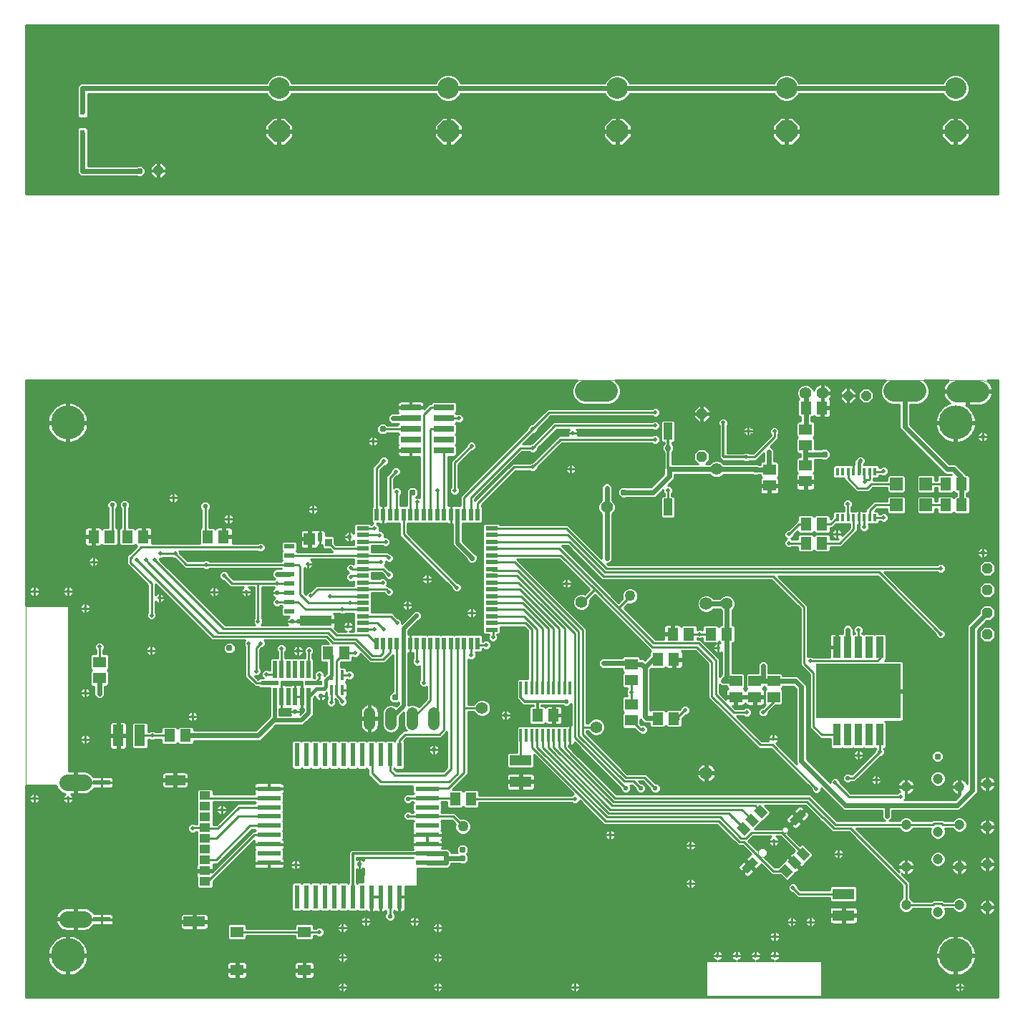
<source format=gtl>
G75*
%MOIN*%
%OFA0B0*%
%FSLAX25Y25*%
%IPPOS*%
%LPD*%
%AMOC8*
5,1,8,0,0,1.08239X$1,22.5*
%
%ADD10C,0.00000*%
%ADD11R,0.05906X0.05118*%
%ADD12R,0.05118X0.05906*%
%ADD13C,0.05906*%
%ADD14C,0.10000*%
%ADD15OC8,0.10000*%
%ADD16C,0.05600*%
%ADD17R,0.02362X0.03150*%
%ADD18R,0.05800X0.02000*%
%ADD19R,0.02000X0.05800*%
%ADD20C,0.01969*%
%ADD21R,0.02165X0.08445*%
%ADD22R,0.08445X0.02165*%
%ADD23R,0.01575X0.04724*%
%ADD24R,0.04921X0.02362*%
%ADD25R,0.14921X0.04724*%
%ADD26R,0.02362X0.03937*%
%ADD27R,0.05512X0.05709*%
%ADD28R,0.03346X0.03740*%
%ADD29R,0.09843X0.04528*%
%ADD30R,0.09252X0.04528*%
%ADD31R,0.05118X0.03937*%
%ADD32R,0.07874X0.02362*%
%ADD33C,0.07677*%
%ADD34R,0.02362X0.11024*%
%ADD35R,0.11024X0.02362*%
%ADD36C,0.02400*%
%ADD37R,0.01600X0.03600*%
%ADD38R,0.10000X0.05000*%
%ADD39OC8,0.04800*%
%ADD40R,0.05906X0.05906*%
%ADD41R,0.04300X0.07900*%
%ADD42C,0.10050*%
%ADD43C,0.05512*%
%ADD44C,0.05000*%
%ADD45R,0.03400X0.10200*%
%ADD46R,0.39370X0.25197*%
%ADD47R,0.06102X0.05118*%
%ADD48R,0.09449X0.02992*%
%ADD49C,0.05400*%
%ADD50R,0.03937X0.05118*%
%ADD51R,0.03937X0.07087*%
%ADD52C,0.04724*%
%ADD53R,0.05000X0.10000*%
%ADD54R,0.01181X0.06299*%
%ADD55C,0.01969*%
%ADD56C,0.02362*%
%ADD57C,0.02165*%
%ADD58C,0.01575*%
%ADD59C,0.00984*%
%ADD60C,0.01181*%
%ADD61C,0.15811*%
%ADD62OC8,0.04429*%
%ADD63OC8,0.02953*%
%ADD64C,0.02953*%
D10*
X0071650Y0095547D02*
X0500784Y0095547D01*
X0501069Y0095550D01*
X0501355Y0095561D01*
X0501640Y0095578D01*
X0501924Y0095602D01*
X0502208Y0095633D01*
X0502491Y0095671D01*
X0502772Y0095716D01*
X0503053Y0095767D01*
X0503333Y0095825D01*
X0503611Y0095890D01*
X0503887Y0095962D01*
X0504161Y0096040D01*
X0504434Y0096125D01*
X0504704Y0096217D01*
X0504972Y0096315D01*
X0505238Y0096419D01*
X0505501Y0096530D01*
X0505761Y0096647D01*
X0506019Y0096770D01*
X0506273Y0096900D01*
X0506524Y0097036D01*
X0506772Y0097177D01*
X0507016Y0097325D01*
X0507257Y0097478D01*
X0507493Y0097638D01*
X0507726Y0097803D01*
X0507955Y0097973D01*
X0508180Y0098149D01*
X0508400Y0098331D01*
X0508616Y0098517D01*
X0508827Y0098709D01*
X0509034Y0098906D01*
X0509236Y0099108D01*
X0509433Y0099315D01*
X0509625Y0099526D01*
X0509811Y0099742D01*
X0509993Y0099962D01*
X0510169Y0100187D01*
X0510339Y0100416D01*
X0510504Y0100649D01*
X0510664Y0100885D01*
X0510817Y0101126D01*
X0510965Y0101370D01*
X0511106Y0101618D01*
X0511242Y0101869D01*
X0511372Y0102123D01*
X0511495Y0102381D01*
X0511612Y0102641D01*
X0511723Y0102904D01*
X0511827Y0103170D01*
X0511925Y0103438D01*
X0512017Y0103708D01*
X0512102Y0103981D01*
X0512180Y0104255D01*
X0512252Y0104531D01*
X0512317Y0104809D01*
X0512375Y0105089D01*
X0512426Y0105370D01*
X0512471Y0105651D01*
X0512509Y0105934D01*
X0512540Y0106218D01*
X0512564Y0106502D01*
X0512581Y0106787D01*
X0512592Y0107073D01*
X0512595Y0107358D01*
X0512595Y0375075D01*
X0512593Y0375265D01*
X0512586Y0375455D01*
X0512574Y0375645D01*
X0512558Y0375835D01*
X0512538Y0376024D01*
X0512512Y0376213D01*
X0512483Y0376401D01*
X0512448Y0376588D01*
X0512409Y0376774D01*
X0512366Y0376959D01*
X0512318Y0377144D01*
X0512266Y0377327D01*
X0512210Y0377508D01*
X0512149Y0377688D01*
X0512083Y0377867D01*
X0512014Y0378044D01*
X0511940Y0378220D01*
X0511862Y0378393D01*
X0511779Y0378565D01*
X0511693Y0378734D01*
X0511603Y0378902D01*
X0511508Y0379067D01*
X0511410Y0379230D01*
X0511307Y0379390D01*
X0511201Y0379548D01*
X0511091Y0379703D01*
X0510978Y0379856D01*
X0510860Y0380006D01*
X0510739Y0380152D01*
X0510615Y0380296D01*
X0510487Y0380437D01*
X0510356Y0380575D01*
X0510221Y0380710D01*
X0510083Y0380841D01*
X0509942Y0380969D01*
X0509798Y0381093D01*
X0509652Y0381214D01*
X0509502Y0381332D01*
X0509349Y0381445D01*
X0509194Y0381555D01*
X0509036Y0381661D01*
X0508876Y0381764D01*
X0508713Y0381862D01*
X0508548Y0381957D01*
X0508380Y0382047D01*
X0508211Y0382133D01*
X0508039Y0382216D01*
X0507866Y0382294D01*
X0507690Y0382368D01*
X0507513Y0382437D01*
X0507334Y0382503D01*
X0507154Y0382564D01*
X0506973Y0382620D01*
X0506790Y0382672D01*
X0506605Y0382720D01*
X0506420Y0382763D01*
X0506234Y0382802D01*
X0506047Y0382837D01*
X0505859Y0382866D01*
X0505670Y0382892D01*
X0505481Y0382912D01*
X0505291Y0382928D01*
X0505101Y0382940D01*
X0504911Y0382947D01*
X0504721Y0382949D01*
X0071650Y0382949D01*
X0071365Y0382946D01*
X0071079Y0382935D01*
X0070794Y0382918D01*
X0070510Y0382894D01*
X0070226Y0382863D01*
X0069943Y0382825D01*
X0069662Y0382780D01*
X0069381Y0382729D01*
X0069101Y0382671D01*
X0068823Y0382606D01*
X0068547Y0382534D01*
X0068273Y0382456D01*
X0068000Y0382371D01*
X0067730Y0382279D01*
X0067462Y0382181D01*
X0067196Y0382077D01*
X0066933Y0381966D01*
X0066673Y0381849D01*
X0066415Y0381726D01*
X0066161Y0381596D01*
X0065910Y0381460D01*
X0065662Y0381319D01*
X0065418Y0381171D01*
X0065177Y0381018D01*
X0064941Y0380858D01*
X0064708Y0380693D01*
X0064479Y0380523D01*
X0064254Y0380347D01*
X0064034Y0380165D01*
X0063818Y0379979D01*
X0063607Y0379787D01*
X0063400Y0379590D01*
X0063198Y0379388D01*
X0063001Y0379181D01*
X0062809Y0378970D01*
X0062623Y0378754D01*
X0062441Y0378534D01*
X0062265Y0378309D01*
X0062095Y0378080D01*
X0061930Y0377847D01*
X0061770Y0377611D01*
X0061617Y0377370D01*
X0061469Y0377126D01*
X0061328Y0376878D01*
X0061192Y0376627D01*
X0061062Y0376373D01*
X0060939Y0376115D01*
X0060822Y0375855D01*
X0060711Y0375592D01*
X0060607Y0375326D01*
X0060509Y0375058D01*
X0060417Y0374788D01*
X0060332Y0374515D01*
X0060254Y0374241D01*
X0060182Y0373965D01*
X0060117Y0373687D01*
X0060059Y0373407D01*
X0060008Y0373126D01*
X0059963Y0372845D01*
X0059925Y0372562D01*
X0059894Y0372278D01*
X0059870Y0371994D01*
X0059853Y0371709D01*
X0059842Y0371423D01*
X0059839Y0371138D01*
X0059839Y0107358D01*
X0059842Y0107073D01*
X0059853Y0106787D01*
X0059870Y0106502D01*
X0059894Y0106218D01*
X0059925Y0105934D01*
X0059963Y0105651D01*
X0060008Y0105370D01*
X0060059Y0105089D01*
X0060117Y0104809D01*
X0060182Y0104531D01*
X0060254Y0104255D01*
X0060332Y0103981D01*
X0060417Y0103708D01*
X0060509Y0103438D01*
X0060607Y0103170D01*
X0060711Y0102904D01*
X0060822Y0102641D01*
X0060939Y0102381D01*
X0061062Y0102123D01*
X0061192Y0101869D01*
X0061328Y0101618D01*
X0061469Y0101370D01*
X0061617Y0101126D01*
X0061770Y0100885D01*
X0061930Y0100649D01*
X0062095Y0100416D01*
X0062265Y0100187D01*
X0062441Y0099962D01*
X0062623Y0099742D01*
X0062809Y0099526D01*
X0063001Y0099315D01*
X0063198Y0099108D01*
X0063400Y0098906D01*
X0063607Y0098709D01*
X0063818Y0098517D01*
X0064034Y0098331D01*
X0064254Y0098149D01*
X0064479Y0097973D01*
X0064708Y0097803D01*
X0064941Y0097638D01*
X0065177Y0097478D01*
X0065418Y0097325D01*
X0065662Y0097177D01*
X0065910Y0097036D01*
X0066161Y0096900D01*
X0066415Y0096770D01*
X0066673Y0096647D01*
X0066933Y0096530D01*
X0067196Y0096419D01*
X0067462Y0096315D01*
X0067730Y0096217D01*
X0068000Y0096125D01*
X0068273Y0096040D01*
X0068547Y0095962D01*
X0068823Y0095890D01*
X0069101Y0095825D01*
X0069381Y0095767D01*
X0069662Y0095716D01*
X0069943Y0095671D01*
X0070226Y0095633D01*
X0070510Y0095602D01*
X0070794Y0095578D01*
X0071079Y0095561D01*
X0071365Y0095550D01*
X0071650Y0095547D01*
X0400908Y0163093D02*
X0400910Y0163184D01*
X0400916Y0163274D01*
X0400926Y0163365D01*
X0400940Y0163454D01*
X0400958Y0163543D01*
X0400979Y0163632D01*
X0401005Y0163719D01*
X0401034Y0163805D01*
X0401068Y0163889D01*
X0401104Y0163972D01*
X0401145Y0164054D01*
X0401189Y0164133D01*
X0401236Y0164211D01*
X0401287Y0164286D01*
X0401341Y0164359D01*
X0401398Y0164429D01*
X0401458Y0164497D01*
X0401521Y0164563D01*
X0401587Y0164625D01*
X0401656Y0164684D01*
X0401727Y0164741D01*
X0401801Y0164794D01*
X0401877Y0164844D01*
X0401955Y0164891D01*
X0402035Y0164934D01*
X0402116Y0164973D01*
X0402200Y0165009D01*
X0402285Y0165041D01*
X0402371Y0165070D01*
X0402458Y0165094D01*
X0402547Y0165115D01*
X0402636Y0165132D01*
X0402726Y0165145D01*
X0402816Y0165154D01*
X0402907Y0165159D01*
X0402998Y0165160D01*
X0403088Y0165157D01*
X0403179Y0165150D01*
X0403269Y0165139D01*
X0403359Y0165124D01*
X0403448Y0165105D01*
X0403536Y0165083D01*
X0403622Y0165056D01*
X0403708Y0165026D01*
X0403792Y0164992D01*
X0403875Y0164954D01*
X0403956Y0164913D01*
X0404035Y0164868D01*
X0404112Y0164819D01*
X0404186Y0164768D01*
X0404259Y0164713D01*
X0404329Y0164655D01*
X0404396Y0164594D01*
X0404460Y0164530D01*
X0404522Y0164464D01*
X0404581Y0164394D01*
X0404636Y0164323D01*
X0404689Y0164248D01*
X0404738Y0164172D01*
X0404784Y0164094D01*
X0404826Y0164013D01*
X0404865Y0163931D01*
X0404900Y0163847D01*
X0404931Y0163762D01*
X0404958Y0163675D01*
X0404982Y0163588D01*
X0405002Y0163499D01*
X0405018Y0163410D01*
X0405030Y0163320D01*
X0405038Y0163229D01*
X0405042Y0163138D01*
X0405042Y0163048D01*
X0405038Y0162957D01*
X0405030Y0162866D01*
X0405018Y0162776D01*
X0405002Y0162687D01*
X0404982Y0162598D01*
X0404958Y0162511D01*
X0404931Y0162424D01*
X0404900Y0162339D01*
X0404865Y0162255D01*
X0404826Y0162173D01*
X0404784Y0162092D01*
X0404738Y0162014D01*
X0404689Y0161938D01*
X0404636Y0161863D01*
X0404581Y0161792D01*
X0404522Y0161722D01*
X0404460Y0161656D01*
X0404396Y0161592D01*
X0404329Y0161531D01*
X0404259Y0161473D01*
X0404186Y0161418D01*
X0404112Y0161367D01*
X0404035Y0161318D01*
X0403956Y0161273D01*
X0403875Y0161232D01*
X0403792Y0161194D01*
X0403708Y0161160D01*
X0403622Y0161130D01*
X0403536Y0161103D01*
X0403448Y0161081D01*
X0403359Y0161062D01*
X0403269Y0161047D01*
X0403179Y0161036D01*
X0403088Y0161029D01*
X0402998Y0161026D01*
X0402907Y0161027D01*
X0402816Y0161032D01*
X0402726Y0161041D01*
X0402636Y0161054D01*
X0402547Y0161071D01*
X0402458Y0161092D01*
X0402371Y0161116D01*
X0402285Y0161145D01*
X0402200Y0161177D01*
X0402116Y0161213D01*
X0402035Y0161252D01*
X0401955Y0161295D01*
X0401877Y0161342D01*
X0401801Y0161392D01*
X0401727Y0161445D01*
X0401656Y0161502D01*
X0401587Y0161561D01*
X0401521Y0161623D01*
X0401458Y0161689D01*
X0401398Y0161757D01*
X0401341Y0161827D01*
X0401287Y0161900D01*
X0401236Y0161975D01*
X0401189Y0162053D01*
X0401145Y0162132D01*
X0401104Y0162214D01*
X0401068Y0162297D01*
X0401034Y0162381D01*
X0401005Y0162467D01*
X0400979Y0162554D01*
X0400958Y0162643D01*
X0400940Y0162732D01*
X0400926Y0162821D01*
X0400916Y0162912D01*
X0400910Y0163002D01*
X0400908Y0163093D01*
X0412078Y0173671D02*
X0412080Y0173748D01*
X0412086Y0173824D01*
X0412096Y0173900D01*
X0412110Y0173975D01*
X0412127Y0174050D01*
X0412149Y0174123D01*
X0412174Y0174196D01*
X0412204Y0174267D01*
X0412236Y0174336D01*
X0412273Y0174403D01*
X0412312Y0174469D01*
X0412355Y0174532D01*
X0412402Y0174593D01*
X0412451Y0174652D01*
X0412504Y0174708D01*
X0412559Y0174761D01*
X0412617Y0174811D01*
X0412677Y0174858D01*
X0412740Y0174902D01*
X0412805Y0174943D01*
X0412872Y0174980D01*
X0412941Y0175014D01*
X0413011Y0175044D01*
X0413083Y0175070D01*
X0413157Y0175092D01*
X0413231Y0175111D01*
X0413306Y0175126D01*
X0413382Y0175137D01*
X0413458Y0175144D01*
X0413535Y0175147D01*
X0413611Y0175146D01*
X0413688Y0175141D01*
X0413764Y0175132D01*
X0413840Y0175119D01*
X0413914Y0175102D01*
X0413988Y0175082D01*
X0414061Y0175057D01*
X0414132Y0175029D01*
X0414202Y0174997D01*
X0414270Y0174962D01*
X0414336Y0174923D01*
X0414400Y0174881D01*
X0414461Y0174835D01*
X0414521Y0174786D01*
X0414577Y0174735D01*
X0414631Y0174680D01*
X0414682Y0174623D01*
X0414730Y0174563D01*
X0414775Y0174501D01*
X0414816Y0174436D01*
X0414854Y0174370D01*
X0414889Y0174302D01*
X0414919Y0174231D01*
X0414947Y0174160D01*
X0414970Y0174087D01*
X0414990Y0174013D01*
X0415006Y0173938D01*
X0415018Y0173862D01*
X0415026Y0173786D01*
X0415030Y0173709D01*
X0415030Y0173633D01*
X0415026Y0173556D01*
X0415018Y0173480D01*
X0415006Y0173404D01*
X0414990Y0173329D01*
X0414970Y0173255D01*
X0414947Y0173182D01*
X0414919Y0173111D01*
X0414889Y0173040D01*
X0414854Y0172972D01*
X0414816Y0172906D01*
X0414775Y0172841D01*
X0414730Y0172779D01*
X0414682Y0172719D01*
X0414631Y0172662D01*
X0414577Y0172607D01*
X0414521Y0172556D01*
X0414461Y0172507D01*
X0414400Y0172461D01*
X0414336Y0172419D01*
X0414270Y0172380D01*
X0414202Y0172345D01*
X0414132Y0172313D01*
X0414061Y0172285D01*
X0413988Y0172260D01*
X0413914Y0172240D01*
X0413840Y0172223D01*
X0413764Y0172210D01*
X0413688Y0172201D01*
X0413611Y0172196D01*
X0413535Y0172195D01*
X0413458Y0172198D01*
X0413382Y0172205D01*
X0413306Y0172216D01*
X0413231Y0172231D01*
X0413157Y0172250D01*
X0413083Y0172272D01*
X0413011Y0172298D01*
X0412941Y0172328D01*
X0412872Y0172362D01*
X0412805Y0172399D01*
X0412740Y0172440D01*
X0412677Y0172484D01*
X0412617Y0172531D01*
X0412559Y0172581D01*
X0412504Y0172634D01*
X0412451Y0172690D01*
X0412402Y0172749D01*
X0412355Y0172810D01*
X0412312Y0172873D01*
X0412273Y0172939D01*
X0412236Y0173006D01*
X0412204Y0173075D01*
X0412174Y0173146D01*
X0412149Y0173219D01*
X0412127Y0173292D01*
X0412110Y0173367D01*
X0412096Y0173442D01*
X0412086Y0173518D01*
X0412080Y0173594D01*
X0412078Y0173671D01*
X0500784Y0469563D02*
X0071650Y0469563D01*
X0071365Y0469566D01*
X0071079Y0469577D01*
X0070794Y0469594D01*
X0070510Y0469618D01*
X0070226Y0469649D01*
X0069943Y0469687D01*
X0069662Y0469732D01*
X0069381Y0469783D01*
X0069101Y0469841D01*
X0068823Y0469906D01*
X0068547Y0469978D01*
X0068273Y0470056D01*
X0068000Y0470141D01*
X0067730Y0470233D01*
X0067462Y0470331D01*
X0067196Y0470435D01*
X0066933Y0470546D01*
X0066673Y0470663D01*
X0066415Y0470786D01*
X0066161Y0470916D01*
X0065910Y0471052D01*
X0065662Y0471193D01*
X0065418Y0471341D01*
X0065177Y0471494D01*
X0064941Y0471654D01*
X0064708Y0471819D01*
X0064479Y0471989D01*
X0064254Y0472165D01*
X0064034Y0472347D01*
X0063818Y0472533D01*
X0063607Y0472725D01*
X0063400Y0472922D01*
X0063198Y0473124D01*
X0063001Y0473331D01*
X0062809Y0473542D01*
X0062623Y0473758D01*
X0062441Y0473978D01*
X0062265Y0474203D01*
X0062095Y0474432D01*
X0061930Y0474665D01*
X0061770Y0474901D01*
X0061617Y0475142D01*
X0061469Y0475386D01*
X0061328Y0475634D01*
X0061192Y0475885D01*
X0061062Y0476139D01*
X0060939Y0476397D01*
X0060822Y0476657D01*
X0060711Y0476920D01*
X0060607Y0477186D01*
X0060509Y0477454D01*
X0060417Y0477724D01*
X0060332Y0477997D01*
X0060254Y0478271D01*
X0060182Y0478547D01*
X0060117Y0478825D01*
X0060059Y0479105D01*
X0060008Y0479386D01*
X0059963Y0479667D01*
X0059925Y0479950D01*
X0059894Y0480234D01*
X0059870Y0480518D01*
X0059853Y0480803D01*
X0059842Y0481089D01*
X0059839Y0481374D01*
X0059839Y0536492D01*
X0059842Y0536777D01*
X0059853Y0537063D01*
X0059870Y0537348D01*
X0059894Y0537632D01*
X0059925Y0537916D01*
X0059963Y0538199D01*
X0060008Y0538480D01*
X0060059Y0538761D01*
X0060117Y0539041D01*
X0060182Y0539319D01*
X0060254Y0539595D01*
X0060332Y0539869D01*
X0060417Y0540142D01*
X0060509Y0540412D01*
X0060607Y0540680D01*
X0060711Y0540946D01*
X0060822Y0541209D01*
X0060939Y0541469D01*
X0061062Y0541727D01*
X0061192Y0541981D01*
X0061328Y0542232D01*
X0061469Y0542480D01*
X0061617Y0542724D01*
X0061770Y0542965D01*
X0061930Y0543201D01*
X0062095Y0543434D01*
X0062265Y0543663D01*
X0062441Y0543888D01*
X0062623Y0544108D01*
X0062809Y0544324D01*
X0063001Y0544535D01*
X0063198Y0544742D01*
X0063400Y0544944D01*
X0063607Y0545141D01*
X0063818Y0545333D01*
X0064034Y0545519D01*
X0064254Y0545701D01*
X0064479Y0545877D01*
X0064708Y0546047D01*
X0064941Y0546212D01*
X0065177Y0546372D01*
X0065418Y0546525D01*
X0065662Y0546673D01*
X0065910Y0546814D01*
X0066161Y0546950D01*
X0066415Y0547080D01*
X0066673Y0547203D01*
X0066933Y0547320D01*
X0067196Y0547431D01*
X0067462Y0547535D01*
X0067730Y0547633D01*
X0068000Y0547725D01*
X0068273Y0547810D01*
X0068547Y0547888D01*
X0068823Y0547960D01*
X0069101Y0548025D01*
X0069381Y0548083D01*
X0069662Y0548134D01*
X0069943Y0548179D01*
X0070226Y0548217D01*
X0070510Y0548248D01*
X0070794Y0548272D01*
X0071079Y0548289D01*
X0071365Y0548300D01*
X0071650Y0548303D01*
X0500784Y0548303D01*
X0501069Y0548300D01*
X0501355Y0548289D01*
X0501640Y0548272D01*
X0501924Y0548248D01*
X0502208Y0548217D01*
X0502491Y0548179D01*
X0502772Y0548134D01*
X0503053Y0548083D01*
X0503333Y0548025D01*
X0503611Y0547960D01*
X0503887Y0547888D01*
X0504161Y0547810D01*
X0504434Y0547725D01*
X0504704Y0547633D01*
X0504972Y0547535D01*
X0505238Y0547431D01*
X0505501Y0547320D01*
X0505761Y0547203D01*
X0506019Y0547080D01*
X0506273Y0546950D01*
X0506524Y0546814D01*
X0506772Y0546673D01*
X0507016Y0546525D01*
X0507257Y0546372D01*
X0507493Y0546212D01*
X0507726Y0546047D01*
X0507955Y0545877D01*
X0508180Y0545701D01*
X0508400Y0545519D01*
X0508616Y0545333D01*
X0508827Y0545141D01*
X0509034Y0544944D01*
X0509236Y0544742D01*
X0509433Y0544535D01*
X0509625Y0544324D01*
X0509811Y0544108D01*
X0509993Y0543888D01*
X0510169Y0543663D01*
X0510339Y0543434D01*
X0510504Y0543201D01*
X0510664Y0542965D01*
X0510817Y0542724D01*
X0510965Y0542480D01*
X0511106Y0542232D01*
X0511242Y0541981D01*
X0511372Y0541727D01*
X0511495Y0541469D01*
X0511612Y0541209D01*
X0511723Y0540946D01*
X0511827Y0540680D01*
X0511925Y0540412D01*
X0512017Y0540142D01*
X0512102Y0539869D01*
X0512180Y0539595D01*
X0512252Y0539319D01*
X0512317Y0539041D01*
X0512375Y0538761D01*
X0512426Y0538480D01*
X0512471Y0538199D01*
X0512509Y0537916D01*
X0512540Y0537632D01*
X0512564Y0537348D01*
X0512581Y0537063D01*
X0512592Y0536777D01*
X0512595Y0536492D01*
X0512595Y0481374D01*
X0512592Y0481089D01*
X0512581Y0480803D01*
X0512564Y0480518D01*
X0512540Y0480234D01*
X0512509Y0479950D01*
X0512471Y0479667D01*
X0512426Y0479386D01*
X0512375Y0479105D01*
X0512317Y0478825D01*
X0512252Y0478547D01*
X0512180Y0478271D01*
X0512102Y0477997D01*
X0512017Y0477724D01*
X0511925Y0477454D01*
X0511827Y0477186D01*
X0511723Y0476920D01*
X0511612Y0476657D01*
X0511495Y0476397D01*
X0511372Y0476139D01*
X0511242Y0475885D01*
X0511106Y0475634D01*
X0510965Y0475386D01*
X0510817Y0475142D01*
X0510664Y0474901D01*
X0510504Y0474665D01*
X0510339Y0474432D01*
X0510169Y0474203D01*
X0509993Y0473978D01*
X0509811Y0473758D01*
X0509625Y0473542D01*
X0509433Y0473331D01*
X0509236Y0473124D01*
X0509034Y0472922D01*
X0508827Y0472725D01*
X0508616Y0472533D01*
X0508400Y0472347D01*
X0508180Y0472165D01*
X0507955Y0471989D01*
X0507726Y0471819D01*
X0507493Y0471654D01*
X0507257Y0471494D01*
X0507016Y0471341D01*
X0506772Y0471193D01*
X0506524Y0471052D01*
X0506273Y0470916D01*
X0506019Y0470786D01*
X0505761Y0470663D01*
X0505501Y0470546D01*
X0505238Y0470435D01*
X0504972Y0470331D01*
X0504704Y0470233D01*
X0504434Y0470141D01*
X0504161Y0470056D01*
X0503887Y0469978D01*
X0503611Y0469906D01*
X0503333Y0469841D01*
X0503053Y0469783D01*
X0502772Y0469732D01*
X0502491Y0469687D01*
X0502208Y0469649D01*
X0501924Y0469618D01*
X0501640Y0469594D01*
X0501355Y0469577D01*
X0501069Y0469566D01*
X0500784Y0469563D01*
D11*
X0423028Y0360114D03*
X0423028Y0352634D03*
X0423028Y0343382D03*
X0423028Y0335902D03*
X0406296Y0333933D03*
X0406296Y0341413D03*
X0341926Y0250862D03*
X0341926Y0243382D03*
X0341926Y0232161D03*
X0341926Y0224681D03*
X0390548Y0235508D03*
X0390548Y0242988D03*
X0399406Y0242988D03*
X0408264Y0242988D03*
X0408264Y0235508D03*
X0399406Y0235508D03*
X0094288Y0244366D03*
X0094288Y0251846D03*
D12*
X0126965Y0217594D03*
X0134446Y0217594D03*
X0200784Y0255980D03*
X0208264Y0255980D03*
X0152162Y0310114D03*
X0144682Y0310114D03*
X0114760Y0310114D03*
X0107280Y0310114D03*
X0099012Y0310114D03*
X0091532Y0310114D03*
X0259839Y0188067D03*
X0267320Y0188067D03*
X0298225Y0227043D03*
X0305705Y0227043D03*
X0354327Y0225469D03*
X0361808Y0225469D03*
X0361808Y0253028D03*
X0354327Y0253028D03*
X0361217Y0264839D03*
X0368698Y0264839D03*
X0378934Y0264839D03*
X0386414Y0264839D03*
X0423225Y0307161D03*
X0430705Y0307161D03*
X0430705Y0316020D03*
X0423225Y0316020D03*
X0423225Y0370154D03*
X0430705Y0370154D03*
X0488186Y0334720D03*
X0495666Y0334720D03*
X0495666Y0324878D03*
X0488186Y0324878D03*
D13*
X0376768Y0278894D03*
X0376768Y0200154D03*
D14*
X0414170Y0518933D03*
X0492910Y0518933D03*
X0335430Y0518933D03*
X0256690Y0518933D03*
X0177949Y0518933D03*
D15*
X0177949Y0498933D03*
X0256690Y0498933D03*
X0335430Y0498933D03*
X0414170Y0498933D03*
X0492910Y0498933D03*
D16*
X0430902Y0377043D03*
X0423028Y0377043D03*
D17*
X0086414Y0498087D03*
X0086414Y0507929D03*
D18*
X0216847Y0314029D03*
X0216847Y0310929D03*
X0216847Y0307729D03*
X0216847Y0304629D03*
X0216847Y0301429D03*
X0216847Y0298329D03*
X0216847Y0295129D03*
X0216847Y0292029D03*
X0216847Y0288829D03*
X0216847Y0285729D03*
X0216847Y0282529D03*
X0216847Y0279429D03*
X0216847Y0276229D03*
X0216847Y0273129D03*
X0216847Y0269929D03*
X0216847Y0266829D03*
X0276847Y0266829D03*
X0276847Y0269929D03*
X0276847Y0273129D03*
X0276847Y0276229D03*
X0276847Y0279429D03*
X0276847Y0282529D03*
X0276847Y0285729D03*
X0276847Y0288829D03*
X0276847Y0292029D03*
X0276847Y0295129D03*
X0276847Y0298329D03*
X0276847Y0301429D03*
X0276847Y0304629D03*
X0276847Y0307729D03*
X0276847Y0310929D03*
X0276847Y0314029D03*
D19*
X0270447Y0320429D03*
X0267347Y0320429D03*
X0264147Y0320429D03*
X0261047Y0320429D03*
X0257847Y0320429D03*
X0254747Y0320429D03*
X0251547Y0320429D03*
X0248447Y0320429D03*
X0245247Y0320429D03*
X0242147Y0320429D03*
X0238947Y0320429D03*
X0235847Y0320429D03*
X0232647Y0320429D03*
X0229547Y0320429D03*
X0226347Y0320429D03*
X0223247Y0320429D03*
X0223247Y0260429D03*
X0226347Y0260429D03*
X0229547Y0260429D03*
X0232647Y0260429D03*
X0235847Y0260429D03*
X0238947Y0260429D03*
X0242147Y0260429D03*
X0245247Y0260429D03*
X0248447Y0260429D03*
X0251547Y0260429D03*
X0254747Y0260429D03*
X0257847Y0260429D03*
X0261047Y0260429D03*
X0264147Y0260429D03*
X0267347Y0260429D03*
X0270447Y0260429D03*
D20*
X0274406Y0259720D03*
X0277556Y0263264D03*
X0267325Y0254996D03*
X0267516Y0274681D03*
X0260627Y0286484D03*
X0246847Y0290429D03*
X0237595Y0278224D03*
X0232876Y0270106D03*
X0226553Y0266965D03*
X0222427Y0266994D03*
X0210036Y0268382D03*
X0207477Y0276229D03*
X0211147Y0279429D03*
X0201578Y0282529D03*
X0192713Y0282555D03*
X0211386Y0291382D03*
X0211414Y0295547D03*
X0225283Y0298392D03*
X0229131Y0300272D03*
X0227556Y0307752D03*
X0224808Y0310873D03*
X0222241Y0314051D03*
X0232674Y0330980D03*
X0232350Y0340499D03*
X0226693Y0345350D03*
X0221650Y0354602D03*
X0231099Y0365232D03*
X0261750Y0365232D03*
X0267516Y0352437D03*
X0259642Y0331768D03*
X0251768Y0331768D03*
X0242218Y0326256D03*
X0229131Y0292398D03*
X0226178Y0288868D03*
X0229131Y0284524D03*
X0213383Y0255980D03*
X0210627Y0245744D03*
X0207477Y0233343D03*
X0202195Y0232982D03*
X0196650Y0245744D03*
X0191875Y0257161D03*
X0179052Y0258031D03*
X0169288Y0260508D03*
X0163776Y0260409D03*
X0168107Y0270744D03*
X0176965Y0279602D03*
X0176965Y0288461D03*
X0177162Y0292791D03*
X0169288Y0305220D03*
X0154327Y0318382D03*
X0144091Y0297122D03*
X0152359Y0291952D03*
X0147635Y0284524D03*
X0162595Y0284524D03*
X0191335Y0297516D03*
X0193698Y0322909D03*
X0128737Y0328224D03*
X0122602Y0302405D03*
X0120107Y0299287D03*
X0115942Y0299287D03*
X0111776Y0299287D03*
X0129505Y0302221D03*
X0122241Y0281571D03*
X0118501Y0273500D03*
X0118304Y0257161D03*
X0116548Y0243563D03*
X0121469Y0243563D03*
X0121469Y0238642D03*
X0116548Y0238642D03*
X0116548Y0233720D03*
X0121469Y0233720D03*
X0126390Y0233720D03*
X0126390Y0238642D03*
X0126390Y0243563D03*
X0137595Y0226453D03*
X0118894Y0217594D03*
X0087595Y0215823D03*
X0087595Y0237476D03*
X0094288Y0237083D03*
X0094288Y0258933D03*
X0087595Y0276846D03*
X0079721Y0284720D03*
X0063973Y0284720D03*
X0091532Y0298500D03*
X0167320Y0247516D03*
X0172044Y0246138D03*
X0175979Y0225467D03*
X0151178Y0183028D03*
X0137595Y0174287D03*
X0185627Y0157437D03*
X0207477Y0128028D03*
X0218304Y0130980D03*
X0207477Y0114248D03*
X0207477Y0100469D03*
X0196650Y0126059D03*
X0240942Y0130980D03*
X0251768Y0128028D03*
X0251768Y0114248D03*
X0251768Y0100469D03*
X0315745Y0100469D03*
X0369485Y0148697D03*
X0369485Y0166413D03*
X0332083Y0171335D03*
X0315640Y0188050D03*
X0347241Y0220420D03*
X0348862Y0225816D03*
X0341926Y0237732D03*
X0348300Y0249316D03*
X0358068Y0242201D03*
X0358068Y0236295D03*
X0366926Y0229406D03*
X0384642Y0243185D03*
X0382477Y0258343D03*
X0373816Y0264839D03*
X0403343Y0250075D03*
X0403343Y0228476D03*
X0395627Y0228421D03*
X0408068Y0216020D03*
X0428143Y0192794D03*
X0436779Y0195694D03*
X0437792Y0189051D03*
X0455902Y0196925D03*
X0467320Y0189051D03*
X0461005Y0180193D03*
X0438383Y0162476D03*
X0417123Y0146728D03*
X0416552Y0130862D03*
X0408678Y0123972D03*
X0408678Y0115114D03*
X0399820Y0115114D03*
X0390961Y0115114D03*
X0382103Y0115114D03*
X0425410Y0130862D03*
X0408264Y0168382D03*
X0447635Y0208539D03*
X0457635Y0210042D03*
X0462635Y0228264D03*
X0462635Y0248264D03*
X0447635Y0266807D03*
X0442713Y0266807D03*
X0425194Y0252240D03*
X0432635Y0238264D03*
X0486020Y0264839D03*
X0486020Y0295350D03*
X0459446Y0318972D03*
X0450400Y0314773D03*
X0442713Y0325469D03*
X0450587Y0335705D03*
X0448619Y0345547D03*
X0459446Y0340626D03*
X0488973Y0341610D03*
X0437595Y0311492D03*
X0415351Y0311267D03*
X0415351Y0307161D03*
X0406007Y0349576D03*
X0408549Y0359237D03*
X0396453Y0359327D03*
X0384753Y0363264D03*
X0395483Y0347241D03*
X0359052Y0331768D03*
X0353090Y0355466D03*
X0353146Y0361886D03*
X0353146Y0367988D03*
X0314760Y0358343D03*
X0313776Y0341610D03*
X0330509Y0332752D03*
X0296060Y0342594D03*
X0296060Y0351453D03*
X0296060Y0360311D03*
X0311808Y0288461D03*
X0329077Y0251245D03*
X0245269Y0242201D03*
X0242320Y0252043D03*
X0237989Y0180193D03*
X0079721Y0188264D03*
X0063973Y0188264D03*
X0494879Y0100469D03*
D21*
X0191650Y0235705D03*
X0188501Y0235705D03*
X0185351Y0235705D03*
X0182201Y0235705D03*
X0179052Y0235705D03*
X0175902Y0235705D03*
X0175902Y0248303D03*
X0179052Y0248303D03*
X0182201Y0248303D03*
X0185351Y0248303D03*
X0188501Y0248303D03*
X0191650Y0248303D03*
D22*
X0194012Y0242004D03*
X0173540Y0242004D03*
D23*
X0202201Y0238776D03*
X0204760Y0238776D03*
X0207320Y0238776D03*
X0207320Y0245862D03*
X0202201Y0245862D03*
D24*
X0182595Y0275429D03*
X0182595Y0279760D03*
X0182595Y0284091D03*
X0182595Y0288421D03*
X0182595Y0292752D03*
X0182595Y0297083D03*
X0182595Y0301413D03*
X0182595Y0305744D03*
D25*
X0195115Y0270902D03*
D26*
X0197044Y0309878D03*
D27*
X0192123Y0309091D03*
D28*
X0200863Y0307516D03*
D29*
X0138422Y0130902D03*
D30*
X0129564Y0196846D03*
D31*
X0143422Y0189602D03*
X0143422Y0184602D03*
X0143422Y0179602D03*
X0143422Y0174602D03*
X0143422Y0169602D03*
X0143422Y0164602D03*
X0143422Y0159602D03*
X0143422Y0154602D03*
X0143422Y0149602D03*
D32*
X0095351Y0131886D03*
X0095351Y0195665D03*
D33*
X0086946Y0195626D02*
X0079268Y0195626D01*
X0079268Y0132083D02*
X0086946Y0132083D01*
D34*
X0186217Y0142476D03*
X0190548Y0142476D03*
X0194879Y0142476D03*
X0199209Y0142476D03*
X0203540Y0142476D03*
X0207871Y0142476D03*
X0212201Y0142476D03*
X0216532Y0142476D03*
X0220863Y0142476D03*
X0225194Y0142476D03*
X0229524Y0142476D03*
X0233855Y0142476D03*
X0233855Y0208618D03*
X0229524Y0208618D03*
X0225194Y0208618D03*
X0220863Y0208618D03*
X0216532Y0208618D03*
X0212201Y0208618D03*
X0207871Y0208618D03*
X0203540Y0208618D03*
X0199209Y0208618D03*
X0194879Y0208618D03*
X0190548Y0208618D03*
X0186217Y0208618D03*
D35*
X0173225Y0192870D03*
X0173225Y0188539D03*
X0173225Y0184209D03*
X0173225Y0179878D03*
X0173225Y0175547D03*
X0173225Y0171217D03*
X0173225Y0166886D03*
X0173225Y0162555D03*
X0173225Y0158224D03*
X0246847Y0158224D03*
X0246847Y0162555D03*
X0246847Y0166886D03*
X0246847Y0171217D03*
X0246847Y0175547D03*
X0246847Y0179878D03*
X0246847Y0184209D03*
X0246847Y0188539D03*
X0246847Y0192870D03*
D36*
X0335430Y0341610D03*
X0339367Y0341610D03*
X0394446Y0357398D03*
X0398383Y0357398D03*
X0398383Y0361335D03*
X0394446Y0361335D03*
D37*
X0437900Y0340499D03*
X0440400Y0340499D03*
X0442900Y0340499D03*
X0445400Y0340499D03*
X0447900Y0340499D03*
X0450400Y0340499D03*
X0452900Y0340499D03*
X0455400Y0340499D03*
X0455400Y0319099D03*
X0452900Y0319099D03*
X0450400Y0319099D03*
X0447900Y0319099D03*
X0445400Y0319099D03*
X0442900Y0319099D03*
X0440400Y0319099D03*
X0437900Y0319099D03*
D38*
X0290351Y0206059D03*
X0290351Y0196059D03*
X0440745Y0143854D03*
X0440745Y0133854D03*
D39*
X0507674Y0264760D03*
X0507674Y0274760D03*
X0507674Y0285429D03*
X0507674Y0295429D03*
X0374800Y0347358D03*
X0374800Y0367358D03*
D40*
X0465351Y0334720D03*
X0465351Y0324878D03*
X0479131Y0324878D03*
X0479131Y0334720D03*
D41*
X0359052Y0323910D03*
X0359052Y0359310D03*
D42*
X0330612Y0377909D02*
X0320562Y0377909D01*
X0464263Y0377909D02*
X0474313Y0377909D01*
X0493594Y0377870D02*
X0503644Y0377870D01*
D43*
X0386394Y0278913D03*
X0330509Y0323894D03*
X0318737Y0279681D03*
X0272438Y0230390D03*
X0325587Y0221531D03*
X0381690Y0341610D03*
D44*
X0341335Y0282555D03*
X0263579Y0175272D03*
D45*
X0437635Y0217916D03*
X0442635Y0217916D03*
X0447635Y0217916D03*
X0452635Y0217916D03*
X0457635Y0217916D03*
X0457635Y0258611D03*
X0452635Y0258611D03*
X0447635Y0258611D03*
X0442635Y0258611D03*
X0437635Y0258611D03*
D46*
X0447635Y0238264D03*
D47*
X0189662Y0126059D03*
X0189662Y0108343D03*
X0158363Y0108343D03*
X0158363Y0126059D03*
D48*
X0239170Y0350311D03*
X0239170Y0355311D03*
X0239170Y0360311D03*
X0239170Y0365311D03*
X0239209Y0370311D03*
X0254544Y0370311D03*
X0254524Y0365311D03*
X0254524Y0360311D03*
X0254524Y0355311D03*
X0254524Y0350311D03*
D49*
X0250036Y0228169D02*
X0250036Y0222769D01*
X0240036Y0222769D02*
X0240036Y0228169D01*
X0230036Y0228169D02*
X0230036Y0222769D01*
X0220036Y0222769D02*
X0220036Y0228169D01*
D50*
G36*
X0397462Y0173839D02*
X0394678Y0171055D01*
X0391060Y0174673D01*
X0393844Y0177457D01*
X0397462Y0173839D01*
G37*
G36*
X0401416Y0177820D02*
X0398632Y0175036D01*
X0395014Y0178654D01*
X0397798Y0181438D01*
X0401416Y0177820D01*
G37*
G36*
X0405480Y0181773D02*
X0402696Y0178989D01*
X0399078Y0182607D01*
X0401862Y0185391D01*
X0405480Y0181773D01*
G37*
G36*
X0425134Y0162035D02*
X0422350Y0159251D01*
X0418732Y0162869D01*
X0421516Y0165653D01*
X0425134Y0162035D01*
G37*
G36*
X0421167Y0158068D02*
X0418383Y0155284D01*
X0414765Y0158902D01*
X0417549Y0161686D01*
X0421167Y0158068D01*
G37*
G36*
X0417200Y0154101D02*
X0414416Y0151317D01*
X0410798Y0154935D01*
X0413582Y0157719D01*
X0417200Y0154101D01*
G37*
D51*
G36*
X0396016Y0153350D02*
X0393233Y0156133D01*
X0398242Y0161142D01*
X0401025Y0158359D01*
X0396016Y0153350D01*
G37*
G36*
X0420513Y0183413D02*
X0423296Y0180630D01*
X0418287Y0175621D01*
X0415504Y0178404D01*
X0420513Y0183413D01*
G37*
D52*
X0469871Y0176114D03*
X0484642Y0172713D03*
X0494674Y0176114D03*
X0507674Y0175114D03*
X0507674Y0157713D03*
X0494674Y0156429D03*
X0484642Y0160114D03*
X0469871Y0156429D03*
X0469871Y0138713D03*
X0484642Y0135311D03*
X0494674Y0138713D03*
X0507674Y0137713D03*
X0507674Y0195114D03*
X0494674Y0193831D03*
X0484642Y0197516D03*
X0469871Y0193831D03*
D53*
X0113068Y0217594D03*
X0103068Y0217594D03*
D54*
X0290430Y0217693D03*
X0292989Y0217693D03*
X0295548Y0217693D03*
X0298107Y0217693D03*
X0300666Y0217693D03*
X0303225Y0217693D03*
X0305784Y0217693D03*
X0308343Y0217693D03*
X0310902Y0217693D03*
X0313461Y0217693D03*
X0313461Y0239740D03*
X0310902Y0239740D03*
X0308343Y0239740D03*
X0305784Y0239740D03*
X0303225Y0239740D03*
X0300666Y0239740D03*
X0298107Y0239740D03*
X0295548Y0239740D03*
X0292989Y0239740D03*
X0290430Y0239740D03*
D55*
X0241960Y0273465D02*
X0235847Y0267352D01*
X0235847Y0260429D01*
X0235847Y0231280D01*
X0230036Y0225469D01*
X0191650Y0228146D02*
X0188186Y0224681D01*
X0176765Y0224681D01*
X0175979Y0225467D01*
X0175902Y0225544D01*
X0175902Y0235705D01*
X0191650Y0235705D02*
X0191650Y0228146D01*
X0263219Y0160508D02*
X0263383Y0160671D01*
X0267772Y0300444D02*
X0261047Y0307170D01*
X0261047Y0320429D01*
D56*
X0267772Y0300444D02*
X0267772Y0300075D01*
X0330509Y0300075D02*
X0330509Y0323894D01*
X0330509Y0332752D01*
X0338354Y0330783D02*
X0352162Y0330783D01*
X0359590Y0338211D01*
X0359590Y0341185D01*
X0360015Y0341610D01*
X0381690Y0341610D01*
X0399790Y0341610D01*
X0399987Y0341413D01*
X0406296Y0341413D01*
X0406401Y0341518D01*
X0406007Y0341912D01*
X0406007Y0349576D01*
X0423028Y0348500D02*
X0423028Y0343382D01*
X0423028Y0348500D02*
X0423028Y0352634D01*
X0423028Y0348500D02*
X0431886Y0348500D01*
X0423225Y0360114D02*
X0423225Y0370154D01*
X0423225Y0376846D01*
X0423028Y0377043D01*
X0423028Y0360114D02*
X0423225Y0360114D01*
X0469288Y0361295D02*
X0488973Y0341610D01*
X0491926Y0341610D01*
X0495666Y0337870D01*
X0495666Y0334720D01*
X0495666Y0324878D01*
X0469288Y0361295D02*
X0469288Y0377909D01*
X0359590Y0341413D02*
X0359590Y0341185D01*
X0376768Y0278894D02*
X0386375Y0278894D01*
X0386394Y0278913D01*
X0386394Y0264858D01*
X0386414Y0264839D01*
X0386414Y0244957D01*
X0384642Y0243185D01*
X0390351Y0243185D01*
X0390548Y0242988D01*
X0399406Y0242988D02*
X0404120Y0242988D01*
X0403343Y0243765D01*
X0403343Y0250075D01*
X0404120Y0242988D02*
X0408264Y0242988D01*
X0418304Y0242988D01*
X0421060Y0240232D01*
X0421060Y0205783D01*
X0437792Y0189051D01*
X0441729Y0185114D01*
X0461005Y0185114D01*
X0493732Y0185114D01*
X0500784Y0192166D01*
X0500784Y0267870D01*
X0507674Y0274760D01*
X0442713Y0266807D02*
X0442713Y0258690D01*
X0442635Y0258611D01*
X0354327Y0253028D02*
X0352011Y0253028D01*
X0348300Y0249316D01*
X0348300Y0226378D01*
X0348862Y0225816D01*
X0348592Y0226086D01*
X0348862Y0225816D02*
X0353980Y0225816D01*
X0354327Y0225469D01*
X0348324Y0249316D02*
X0348300Y0249316D01*
X0348243Y0249316D01*
X0346696Y0250862D01*
X0342095Y0250862D01*
X0341712Y0251245D01*
X0329077Y0251245D01*
X0341926Y0250862D02*
X0342095Y0250862D01*
X0263383Y0160508D02*
X0263219Y0160508D01*
X0255705Y0160508D01*
X0255705Y0158224D01*
X0246847Y0158224D01*
X0246847Y0162555D02*
X0255705Y0162555D01*
X0255705Y0160508D01*
X0175979Y0225467D02*
X0168107Y0217594D01*
X0134446Y0217594D01*
X0094288Y0237083D02*
X0094288Y0244366D01*
X0177162Y0292791D02*
X0177201Y0292752D01*
X0182595Y0292752D01*
X0231099Y0365232D02*
X0231178Y0365311D01*
X0239170Y0365311D01*
X0112989Y0480390D02*
X0086414Y0480390D01*
X0086414Y0498087D01*
X0086414Y0507929D02*
X0086414Y0518933D01*
X0088787Y0518933D01*
X0086414Y0518933D01*
X0088787Y0518933D02*
X0177949Y0518933D01*
X0256690Y0518933D01*
X0335430Y0518933D01*
X0414170Y0518933D01*
X0492910Y0518933D01*
X0461005Y0185114D02*
X0461005Y0180193D01*
D57*
X0442583Y0197779D03*
X0353146Y0192988D03*
X0346257Y0192988D03*
X0339367Y0192988D03*
X0311673Y0233512D03*
X0283461Y0227043D03*
X0249997Y0210902D03*
X0237989Y0188067D03*
X0215351Y0157555D03*
X0229524Y0133539D03*
X0185430Y0228618D03*
X0197280Y0236020D03*
X0186808Y0256965D03*
X0183855Y0270744D03*
X0177005Y0284130D03*
X0210627Y0310114D03*
X0241960Y0273465D03*
X0267772Y0300075D03*
X0330509Y0300075D03*
X0505509Y0302634D03*
X0505509Y0356768D03*
X0143501Y0324287D03*
X0106099Y0324878D03*
X0100194Y0324878D03*
D58*
X0200784Y0255980D02*
X0202201Y0254563D01*
X0202201Y0245862D01*
X0199810Y0243470D01*
X0199810Y0240269D01*
X0198887Y0239346D01*
X0195292Y0239346D01*
X0191650Y0235705D01*
X0447900Y0340499D02*
X0447900Y0344829D01*
X0448619Y0345547D01*
D59*
X0512595Y0095547D02*
X0059839Y0095547D01*
X0059839Y0194465D01*
X0074055Y0194465D01*
X0074069Y0194378D01*
X0074328Y0193580D01*
X0074709Y0192832D01*
X0075202Y0192153D01*
X0075796Y0191560D01*
X0076474Y0191067D01*
X0077222Y0190686D01*
X0078020Y0190427D01*
X0078409Y0190365D01*
X0078143Y0190187D01*
X0077798Y0189842D01*
X0077527Y0189437D01*
X0077340Y0188986D01*
X0077245Y0188508D01*
X0077245Y0188264D01*
X0079721Y0188264D01*
X0079721Y0188264D01*
X0077245Y0188264D01*
X0077245Y0188020D01*
X0077340Y0187541D01*
X0077527Y0187091D01*
X0077798Y0186685D01*
X0078143Y0186340D01*
X0078548Y0186069D01*
X0078999Y0185883D01*
X0079477Y0185787D01*
X0079721Y0185787D01*
X0079721Y0188264D01*
X0082197Y0188264D01*
X0082197Y0188508D01*
X0082102Y0188986D01*
X0081916Y0189437D01*
X0081645Y0189842D01*
X0081300Y0190187D01*
X0081138Y0190295D01*
X0082615Y0190295D01*
X0082615Y0195134D01*
X0083599Y0195134D01*
X0083599Y0196118D01*
X0089922Y0196118D01*
X0089922Y0195764D01*
X0095253Y0195764D01*
X0095253Y0198339D01*
X0091546Y0198339D01*
X0091505Y0198420D01*
X0091012Y0199099D01*
X0090418Y0199692D01*
X0089739Y0200185D01*
X0088992Y0200566D01*
X0088194Y0200825D01*
X0087365Y0200957D01*
X0083599Y0200957D01*
X0083599Y0196118D01*
X0082615Y0196118D01*
X0082615Y0200957D01*
X0080016Y0200957D01*
X0080016Y0277838D01*
X0079728Y0278126D01*
X0059839Y0278126D01*
X0059839Y0382949D01*
X0316686Y0382949D01*
X0315218Y0381481D01*
X0314258Y0379163D01*
X0314258Y0376655D01*
X0315218Y0374338D01*
X0316991Y0372565D01*
X0319308Y0371605D01*
X0331866Y0371605D01*
X0334183Y0372565D01*
X0335957Y0374338D01*
X0336917Y0376655D01*
X0336917Y0379163D01*
X0335957Y0381481D01*
X0334489Y0382949D01*
X0460386Y0382949D01*
X0458918Y0381481D01*
X0457959Y0379163D01*
X0457959Y0376655D01*
X0458918Y0374338D01*
X0460692Y0372565D01*
X0463009Y0371605D01*
X0466827Y0371605D01*
X0466827Y0360806D01*
X0467202Y0359901D01*
X0487579Y0339524D01*
X0488484Y0339150D01*
X0490907Y0339150D01*
X0491103Y0338953D01*
X0485097Y0338953D01*
X0484347Y0338203D01*
X0484347Y0336492D01*
X0483363Y0336492D01*
X0483363Y0338203D01*
X0482613Y0338953D01*
X0475648Y0338953D01*
X0474898Y0338203D01*
X0474898Y0331238D01*
X0475648Y0330488D01*
X0482613Y0330488D01*
X0483363Y0331238D01*
X0483363Y0332949D01*
X0484347Y0332949D01*
X0484347Y0331238D01*
X0485097Y0330488D01*
X0491275Y0330488D01*
X0491926Y0331139D01*
X0492577Y0330488D01*
X0493205Y0330488D01*
X0493205Y0329110D01*
X0492577Y0329110D01*
X0491926Y0328459D01*
X0491275Y0329110D01*
X0485097Y0329110D01*
X0484347Y0328361D01*
X0484347Y0326650D01*
X0483363Y0326650D01*
X0483363Y0328361D01*
X0482613Y0329110D01*
X0475648Y0329110D01*
X0474898Y0328361D01*
X0474898Y0321395D01*
X0475648Y0320646D01*
X0482613Y0320646D01*
X0483363Y0321395D01*
X0483363Y0323106D01*
X0484347Y0323106D01*
X0484347Y0321395D01*
X0485097Y0320646D01*
X0491275Y0320646D01*
X0491926Y0321297D01*
X0492577Y0320646D01*
X0498755Y0320646D01*
X0499505Y0321395D01*
X0499505Y0328361D01*
X0498755Y0329110D01*
X0498127Y0329110D01*
X0498127Y0330488D01*
X0498755Y0330488D01*
X0499505Y0331238D01*
X0499505Y0338203D01*
X0498755Y0338953D01*
X0497881Y0338953D01*
X0497752Y0339264D01*
X0494012Y0343004D01*
X0493320Y0343696D01*
X0492415Y0344071D01*
X0489992Y0344071D01*
X0471749Y0362314D01*
X0471749Y0371605D01*
X0475567Y0371605D01*
X0477884Y0372565D01*
X0479658Y0374338D01*
X0480618Y0376655D01*
X0480618Y0379163D01*
X0479658Y0381481D01*
X0478190Y0382949D01*
X0489507Y0382949D01*
X0489287Y0382780D01*
X0488683Y0382176D01*
X0488163Y0381499D01*
X0487736Y0380759D01*
X0487409Y0379969D01*
X0487188Y0379144D01*
X0487085Y0378362D01*
X0498127Y0378362D01*
X0498127Y0377378D01*
X0499111Y0377378D01*
X0499111Y0378362D01*
X0510152Y0378362D01*
X0510049Y0379144D01*
X0509828Y0379969D01*
X0509501Y0380759D01*
X0509074Y0381499D01*
X0508554Y0382176D01*
X0507950Y0382780D01*
X0507731Y0382949D01*
X0512595Y0382949D01*
X0512595Y0095547D01*
X0059839Y0095547D01*
X0059839Y0096530D02*
X0376690Y0096530D01*
X0376690Y0096210D02*
X0376978Y0095921D01*
X0430535Y0095921D01*
X0430823Y0096210D01*
X0430823Y0112365D01*
X0430535Y0112654D01*
X0409001Y0112654D01*
X0409400Y0112733D01*
X0409851Y0112920D01*
X0410256Y0113191D01*
X0410601Y0113536D01*
X0410872Y0113941D01*
X0411059Y0114392D01*
X0411154Y0114870D01*
X0411154Y0115114D01*
X0408678Y0115114D01*
X0408678Y0115114D01*
X0411154Y0115114D01*
X0411154Y0115358D01*
X0411059Y0115837D01*
X0410872Y0116287D01*
X0410601Y0116693D01*
X0410256Y0117038D01*
X0409851Y0117309D01*
X0409400Y0117495D01*
X0408922Y0117591D01*
X0408678Y0117591D01*
X0408678Y0115114D01*
X0408678Y0115114D01*
X0406201Y0115114D01*
X0406201Y0114870D01*
X0406297Y0114392D01*
X0406483Y0113941D01*
X0406754Y0113536D01*
X0407099Y0113191D01*
X0407505Y0112920D01*
X0407955Y0112733D01*
X0408355Y0112654D01*
X0400143Y0112654D01*
X0400542Y0112733D01*
X0400993Y0112920D01*
X0401398Y0113191D01*
X0401743Y0113536D01*
X0402014Y0113941D01*
X0402201Y0114392D01*
X0402296Y0114870D01*
X0402296Y0115114D01*
X0399820Y0115114D01*
X0399820Y0115114D01*
X0402296Y0115114D01*
X0402296Y0115358D01*
X0402201Y0115837D01*
X0402014Y0116287D01*
X0401743Y0116693D01*
X0401398Y0117038D01*
X0400993Y0117309D01*
X0400542Y0117495D01*
X0400063Y0117591D01*
X0399820Y0117591D01*
X0399820Y0115114D01*
X0399819Y0115114D01*
X0397343Y0115114D01*
X0397343Y0114870D01*
X0397438Y0114392D01*
X0397625Y0113941D01*
X0397896Y0113536D01*
X0398241Y0113191D01*
X0398647Y0112920D01*
X0399097Y0112733D01*
X0399497Y0112654D01*
X0391284Y0112654D01*
X0391684Y0112733D01*
X0392134Y0112920D01*
X0392540Y0113191D01*
X0392885Y0113536D01*
X0393156Y0113941D01*
X0393342Y0114392D01*
X0393438Y0114870D01*
X0393438Y0115114D01*
X0390961Y0115114D01*
X0388485Y0115114D01*
X0388485Y0114870D01*
X0388580Y0114392D01*
X0388767Y0113941D01*
X0389038Y0113536D01*
X0389383Y0113191D01*
X0389788Y0112920D01*
X0390239Y0112733D01*
X0390638Y0112654D01*
X0382426Y0112654D01*
X0382825Y0112733D01*
X0383276Y0112920D01*
X0383682Y0113191D01*
X0384027Y0113536D01*
X0384298Y0113941D01*
X0384484Y0114392D01*
X0384579Y0114870D01*
X0384579Y0115114D01*
X0382103Y0115114D01*
X0379627Y0115114D01*
X0379627Y0114870D01*
X0379722Y0114392D01*
X0379908Y0113941D01*
X0380179Y0113536D01*
X0380524Y0113191D01*
X0380930Y0112920D01*
X0381381Y0112733D01*
X0381780Y0112654D01*
X0376978Y0112654D01*
X0376690Y0112365D01*
X0376690Y0096210D01*
X0376690Y0097513D02*
X0059839Y0097513D01*
X0059839Y0098496D02*
X0205972Y0098496D01*
X0205898Y0098545D02*
X0206304Y0098274D01*
X0206755Y0098087D01*
X0207233Y0097992D01*
X0207477Y0097992D01*
X0207477Y0100468D01*
X0207477Y0097992D01*
X0207721Y0097992D01*
X0208199Y0098087D01*
X0208650Y0098274D01*
X0209056Y0098545D01*
X0209401Y0098890D01*
X0209672Y0099295D01*
X0209858Y0099746D01*
X0209953Y0100225D01*
X0209953Y0100468D01*
X0207477Y0100468D01*
X0207477Y0100468D01*
X0205001Y0100468D01*
X0205001Y0100225D01*
X0205096Y0099746D01*
X0205282Y0099295D01*
X0205553Y0098890D01*
X0205898Y0098545D01*
X0205207Y0099478D02*
X0059839Y0099478D01*
X0059839Y0100461D02*
X0205001Y0100461D01*
X0205001Y0100469D02*
X0207477Y0100469D01*
X0207477Y0102945D01*
X0207233Y0102945D01*
X0206755Y0102850D01*
X0206304Y0102663D01*
X0205898Y0102392D01*
X0205553Y0102047D01*
X0205282Y0101641D01*
X0205096Y0101191D01*
X0205001Y0100712D01*
X0205001Y0100469D01*
X0205201Y0101444D02*
X0059839Y0101444D01*
X0059839Y0102427D02*
X0205950Y0102427D01*
X0207477Y0102427D02*
X0207477Y0102427D01*
X0207477Y0102945D02*
X0207721Y0102945D01*
X0208199Y0102850D01*
X0208650Y0102663D01*
X0209056Y0102392D01*
X0209401Y0102047D01*
X0209672Y0101641D01*
X0209858Y0101191D01*
X0209953Y0100712D01*
X0209953Y0100469D01*
X0207477Y0100469D01*
X0207477Y0100469D01*
X0207477Y0102945D01*
X0207477Y0101444D02*
X0207477Y0101444D01*
X0207477Y0100469D02*
X0207477Y0100468D01*
X0207477Y0100469D01*
X0207477Y0100461D02*
X0207477Y0100461D01*
X0207477Y0099478D02*
X0207477Y0099478D01*
X0207477Y0098496D02*
X0207477Y0098496D01*
X0208982Y0098496D02*
X0250264Y0098496D01*
X0250190Y0098545D02*
X0250595Y0098274D01*
X0251046Y0098087D01*
X0251524Y0097992D01*
X0251768Y0097992D01*
X0251768Y0100468D01*
X0251768Y0100468D01*
X0249292Y0100468D01*
X0249292Y0100225D01*
X0249387Y0099746D01*
X0249574Y0099295D01*
X0249845Y0098890D01*
X0250190Y0098545D01*
X0249498Y0099478D02*
X0209747Y0099478D01*
X0209953Y0100461D02*
X0249292Y0100461D01*
X0249292Y0100469D02*
X0251768Y0100469D01*
X0251768Y0102945D01*
X0251524Y0102945D01*
X0251046Y0102850D01*
X0250595Y0102663D01*
X0250190Y0102392D01*
X0249845Y0102047D01*
X0249574Y0101641D01*
X0249387Y0101191D01*
X0249292Y0100712D01*
X0249292Y0100469D01*
X0249492Y0101444D02*
X0209753Y0101444D01*
X0209004Y0102427D02*
X0250241Y0102427D01*
X0251768Y0102427D02*
X0251768Y0102427D01*
X0251768Y0102945D02*
X0252012Y0102945D01*
X0252491Y0102850D01*
X0252941Y0102663D01*
X0253347Y0102392D01*
X0253692Y0102047D01*
X0253963Y0101641D01*
X0254150Y0101191D01*
X0254245Y0100712D01*
X0254245Y0100469D01*
X0251768Y0100469D01*
X0251768Y0100469D01*
X0251768Y0100468D01*
X0251768Y0097992D01*
X0252012Y0097992D01*
X0252491Y0098087D01*
X0252941Y0098274D01*
X0253347Y0098545D01*
X0253692Y0098890D01*
X0253963Y0099295D01*
X0254150Y0099746D01*
X0254245Y0100225D01*
X0254245Y0100468D01*
X0251768Y0100468D01*
X0251768Y0100469D01*
X0251768Y0102945D01*
X0251768Y0101444D02*
X0251768Y0101444D01*
X0251768Y0100461D02*
X0251768Y0100461D01*
X0251768Y0099478D02*
X0251768Y0099478D01*
X0251768Y0098496D02*
X0251768Y0098496D01*
X0253273Y0098496D02*
X0314240Y0098496D01*
X0314166Y0098545D02*
X0314572Y0098274D01*
X0315022Y0098087D01*
X0315501Y0097992D01*
X0315745Y0097992D01*
X0315989Y0097992D01*
X0316467Y0098087D01*
X0316918Y0098274D01*
X0317323Y0098545D01*
X0317668Y0098890D01*
X0317939Y0099295D01*
X0318126Y0099746D01*
X0318221Y0100225D01*
X0318221Y0100468D01*
X0315745Y0100468D01*
X0315745Y0097992D01*
X0315745Y0100468D01*
X0315745Y0100468D01*
X0315745Y0100469D01*
X0315745Y0100469D01*
X0315745Y0102945D01*
X0315989Y0102945D01*
X0316467Y0102850D01*
X0316918Y0102663D01*
X0317323Y0102392D01*
X0317668Y0102047D01*
X0317939Y0101641D01*
X0318126Y0101191D01*
X0318221Y0100712D01*
X0318221Y0100469D01*
X0315745Y0100469D01*
X0315745Y0102945D01*
X0315501Y0102945D01*
X0315022Y0102850D01*
X0314572Y0102663D01*
X0314166Y0102392D01*
X0313821Y0102047D01*
X0313550Y0101641D01*
X0313364Y0101191D01*
X0313268Y0100712D01*
X0313268Y0100469D01*
X0315745Y0100469D01*
X0315745Y0100468D01*
X0313268Y0100468D01*
X0313268Y0100225D01*
X0313364Y0099746D01*
X0313550Y0099295D01*
X0313821Y0098890D01*
X0314166Y0098545D01*
X0313474Y0099478D02*
X0254039Y0099478D01*
X0254245Y0100461D02*
X0313268Y0100461D01*
X0313468Y0101444D02*
X0254045Y0101444D01*
X0253295Y0102427D02*
X0314218Y0102427D01*
X0315745Y0102427D02*
X0315745Y0102427D01*
X0315745Y0101444D02*
X0315745Y0101444D01*
X0315745Y0100461D02*
X0315745Y0100461D01*
X0315745Y0099478D02*
X0315745Y0099478D01*
X0315745Y0098496D02*
X0315745Y0098496D01*
X0317249Y0098496D02*
X0376690Y0098496D01*
X0376690Y0099478D02*
X0318015Y0099478D01*
X0318221Y0100461D02*
X0376690Y0100461D01*
X0376690Y0101444D02*
X0318021Y0101444D01*
X0317272Y0102427D02*
X0376690Y0102427D01*
X0376690Y0103409D02*
X0059839Y0103409D01*
X0059839Y0104392D02*
X0154739Y0104392D01*
X0154736Y0104393D02*
X0155115Y0104291D01*
X0157871Y0104291D01*
X0157871Y0107850D01*
X0158855Y0107850D01*
X0158855Y0104291D01*
X0161610Y0104291D01*
X0161990Y0104393D01*
X0162330Y0104589D01*
X0162608Y0104867D01*
X0162804Y0105208D01*
X0162906Y0105587D01*
X0162906Y0107850D01*
X0158855Y0107850D01*
X0158855Y0108835D01*
X0157871Y0108835D01*
X0157871Y0112394D01*
X0155115Y0112394D01*
X0154736Y0112292D01*
X0154395Y0112096D01*
X0154118Y0111818D01*
X0153921Y0111478D01*
X0153820Y0111098D01*
X0153820Y0108835D01*
X0157871Y0108835D01*
X0157871Y0107850D01*
X0153820Y0107850D01*
X0153820Y0105587D01*
X0153921Y0105208D01*
X0154118Y0104867D01*
X0154395Y0104589D01*
X0154736Y0104393D01*
X0153876Y0105375D02*
X0059839Y0105375D01*
X0059839Y0106358D02*
X0076433Y0106358D01*
X0076919Y0106188D02*
X0077948Y0105953D01*
X0078997Y0105835D01*
X0079032Y0105835D01*
X0079032Y0114740D01*
X0080016Y0114740D01*
X0080016Y0105835D01*
X0080052Y0105835D01*
X0081101Y0105953D01*
X0082130Y0106188D01*
X0083126Y0106536D01*
X0084077Y0106994D01*
X0084971Y0107556D01*
X0085796Y0108214D01*
X0086543Y0108960D01*
X0087201Y0109786D01*
X0087762Y0110679D01*
X0088220Y0111630D01*
X0088569Y0112627D01*
X0088804Y0113656D01*
X0088922Y0114705D01*
X0088922Y0114740D01*
X0080016Y0114740D01*
X0080016Y0115724D01*
X0088922Y0115724D01*
X0088922Y0115760D01*
X0088804Y0116809D01*
X0088569Y0117838D01*
X0088220Y0118834D01*
X0087762Y0119785D01*
X0087201Y0120679D01*
X0086543Y0121504D01*
X0085796Y0122251D01*
X0084971Y0122909D01*
X0084077Y0123470D01*
X0083126Y0123928D01*
X0082130Y0124277D01*
X0081101Y0124512D01*
X0080052Y0124630D01*
X0080016Y0124630D01*
X0080016Y0115724D01*
X0079032Y0115724D01*
X0079032Y0114740D01*
X0070127Y0114740D01*
X0070127Y0114705D01*
X0070245Y0113656D01*
X0070480Y0112627D01*
X0070828Y0111630D01*
X0071286Y0110679D01*
X0071848Y0109786D01*
X0072506Y0108960D01*
X0073252Y0108214D01*
X0074078Y0107556D01*
X0074971Y0106994D01*
X0075922Y0106536D01*
X0076919Y0106188D01*
X0079032Y0106358D02*
X0080016Y0106358D01*
X0080016Y0107340D02*
X0079032Y0107340D01*
X0079032Y0108323D02*
X0080016Y0108323D01*
X0080016Y0109306D02*
X0079032Y0109306D01*
X0079032Y0110289D02*
X0080016Y0110289D01*
X0080016Y0111271D02*
X0079032Y0111271D01*
X0079032Y0112254D02*
X0080016Y0112254D01*
X0080016Y0113237D02*
X0079032Y0113237D01*
X0079032Y0114220D02*
X0080016Y0114220D01*
X0080016Y0115203D02*
X0205192Y0115203D01*
X0205282Y0115421D02*
X0205096Y0114970D01*
X0205001Y0114492D01*
X0205001Y0114248D01*
X0205001Y0114004D01*
X0205096Y0113526D01*
X0205282Y0113075D01*
X0205553Y0112669D01*
X0205898Y0112324D01*
X0206304Y0112053D01*
X0206755Y0111867D01*
X0207233Y0111772D01*
X0207477Y0111772D01*
X0207721Y0111772D01*
X0208199Y0111867D01*
X0208650Y0112053D01*
X0209056Y0112324D01*
X0209401Y0112669D01*
X0209672Y0113075D01*
X0209858Y0113526D01*
X0209953Y0114004D01*
X0209953Y0114248D01*
X0209953Y0114492D01*
X0209858Y0114970D01*
X0209672Y0115421D01*
X0209401Y0115827D01*
X0209056Y0116172D01*
X0208650Y0116443D01*
X0208199Y0116629D01*
X0207721Y0116724D01*
X0207477Y0116724D01*
X0207233Y0116724D01*
X0206755Y0116629D01*
X0206304Y0116443D01*
X0205898Y0116172D01*
X0205553Y0115827D01*
X0205282Y0115421D01*
X0205919Y0116185D02*
X0088874Y0116185D01*
X0088722Y0117168D02*
X0380719Y0117168D01*
X0380524Y0117038D02*
X0380179Y0116693D01*
X0379908Y0116287D01*
X0379722Y0115837D01*
X0379627Y0115358D01*
X0379627Y0115114D01*
X0382103Y0115114D01*
X0382103Y0115114D01*
X0382103Y0115114D01*
X0384579Y0115114D01*
X0384579Y0115358D01*
X0384484Y0115837D01*
X0384298Y0116287D01*
X0384027Y0116693D01*
X0383682Y0117038D01*
X0383276Y0117309D01*
X0382825Y0117495D01*
X0382347Y0117591D01*
X0382103Y0117591D01*
X0381859Y0117591D01*
X0381381Y0117495D01*
X0380930Y0117309D01*
X0380524Y0117038D01*
X0379866Y0116185D02*
X0253326Y0116185D01*
X0253347Y0116172D02*
X0252941Y0116443D01*
X0252491Y0116629D01*
X0252012Y0116724D01*
X0251768Y0116724D01*
X0251524Y0116724D01*
X0251046Y0116629D01*
X0250595Y0116443D01*
X0250190Y0116172D01*
X0249845Y0115827D01*
X0249574Y0115421D01*
X0249387Y0114970D01*
X0249292Y0114492D01*
X0249292Y0114248D01*
X0249292Y0114004D01*
X0249387Y0113526D01*
X0249574Y0113075D01*
X0249845Y0112669D01*
X0250190Y0112324D01*
X0250595Y0112053D01*
X0251046Y0111867D01*
X0251524Y0111772D01*
X0251768Y0111772D01*
X0251768Y0114248D01*
X0249292Y0114248D01*
X0251768Y0114248D01*
X0251768Y0114248D01*
X0251768Y0114248D01*
X0251768Y0116724D01*
X0251768Y0114248D01*
X0251768Y0114248D01*
X0251768Y0111772D01*
X0252012Y0111772D01*
X0252491Y0111867D01*
X0252941Y0112053D01*
X0253347Y0112324D01*
X0253692Y0112669D01*
X0253963Y0113075D01*
X0254150Y0113526D01*
X0254245Y0114004D01*
X0254245Y0114248D01*
X0251768Y0114248D01*
X0254245Y0114248D01*
X0254245Y0114492D01*
X0254150Y0114970D01*
X0253963Y0115421D01*
X0253692Y0115827D01*
X0253347Y0116172D01*
X0254053Y0115203D02*
X0379627Y0115203D01*
X0379793Y0114220D02*
X0254245Y0114220D01*
X0254030Y0113237D02*
X0380478Y0113237D01*
X0382103Y0115114D02*
X0382103Y0117591D01*
X0382103Y0115114D01*
X0382103Y0115114D01*
X0382103Y0115203D02*
X0382103Y0115203D01*
X0382103Y0116185D02*
X0382103Y0116185D01*
X0382103Y0117168D02*
X0382103Y0117168D01*
X0383487Y0117168D02*
X0389578Y0117168D01*
X0389383Y0117038D02*
X0389038Y0116693D01*
X0388767Y0116287D01*
X0388580Y0115837D01*
X0388485Y0115358D01*
X0388485Y0115114D01*
X0390961Y0115114D01*
X0390961Y0115114D01*
X0390961Y0117591D01*
X0390717Y0117591D01*
X0390239Y0117495D01*
X0389788Y0117309D01*
X0389383Y0117038D01*
X0388725Y0116185D02*
X0384340Y0116185D01*
X0384579Y0115203D02*
X0388485Y0115203D01*
X0388651Y0114220D02*
X0384413Y0114220D01*
X0383728Y0113237D02*
X0389336Y0113237D01*
X0390961Y0115114D02*
X0390961Y0115114D01*
X0390961Y0115114D01*
X0390961Y0117591D01*
X0391205Y0117591D01*
X0391684Y0117495D01*
X0392134Y0117309D01*
X0392540Y0117038D01*
X0392885Y0116693D01*
X0393156Y0116287D01*
X0393342Y0115837D01*
X0393438Y0115358D01*
X0393438Y0115114D01*
X0390961Y0115114D01*
X0390961Y0115203D02*
X0390961Y0115203D01*
X0390961Y0116185D02*
X0390961Y0116185D01*
X0390961Y0117168D02*
X0390961Y0117168D01*
X0392345Y0117168D02*
X0398436Y0117168D01*
X0398241Y0117038D02*
X0397896Y0116693D01*
X0397625Y0116287D01*
X0397438Y0115837D01*
X0397343Y0115358D01*
X0397343Y0115114D01*
X0399819Y0115114D01*
X0399819Y0115114D01*
X0399819Y0117591D01*
X0399576Y0117591D01*
X0399097Y0117495D01*
X0398647Y0117309D01*
X0398241Y0117038D01*
X0397583Y0116185D02*
X0393198Y0116185D01*
X0393438Y0115203D02*
X0397343Y0115203D01*
X0397510Y0114220D02*
X0393271Y0114220D01*
X0392586Y0113237D02*
X0398195Y0113237D01*
X0399819Y0115203D02*
X0399820Y0115203D01*
X0399819Y0116185D02*
X0399820Y0116185D01*
X0399819Y0117168D02*
X0399820Y0117168D01*
X0401203Y0117168D02*
X0407294Y0117168D01*
X0407099Y0117038D02*
X0406754Y0116693D01*
X0406483Y0116287D01*
X0406297Y0115837D01*
X0406201Y0115358D01*
X0406201Y0115114D01*
X0408678Y0115114D01*
X0408678Y0115114D01*
X0408678Y0117591D01*
X0408434Y0117591D01*
X0407955Y0117495D01*
X0407505Y0117309D01*
X0407099Y0117038D01*
X0406441Y0116185D02*
X0402056Y0116185D01*
X0402296Y0115203D02*
X0406201Y0115203D01*
X0406368Y0114220D02*
X0402129Y0114220D01*
X0401444Y0113237D02*
X0407053Y0113237D01*
X0408678Y0115203D02*
X0408678Y0115203D01*
X0408678Y0116185D02*
X0408678Y0116185D01*
X0408678Y0117168D02*
X0408678Y0117168D01*
X0410061Y0117168D02*
X0483713Y0117168D01*
X0483631Y0116809D02*
X0483512Y0115760D01*
X0483512Y0115724D01*
X0492418Y0115724D01*
X0492418Y0114740D01*
X0493402Y0114740D01*
X0493402Y0105835D01*
X0493438Y0105835D01*
X0494487Y0105953D01*
X0495516Y0106188D01*
X0496512Y0106536D01*
X0497463Y0106994D01*
X0498357Y0107556D01*
X0499182Y0108214D01*
X0499928Y0108960D01*
X0500587Y0109786D01*
X0501148Y0110679D01*
X0501606Y0111630D01*
X0501955Y0112627D01*
X0502190Y0113656D01*
X0502308Y0114705D01*
X0502308Y0114740D01*
X0493402Y0114740D01*
X0493402Y0115724D01*
X0502308Y0115724D01*
X0502308Y0115760D01*
X0502190Y0116809D01*
X0501955Y0117838D01*
X0501606Y0118834D01*
X0501148Y0119785D01*
X0500587Y0120679D01*
X0499928Y0121504D01*
X0499182Y0122251D01*
X0498357Y0122909D01*
X0497463Y0123470D01*
X0496512Y0123928D01*
X0495516Y0124277D01*
X0494487Y0124512D01*
X0493438Y0124630D01*
X0493402Y0124630D01*
X0493402Y0115724D01*
X0492418Y0115724D01*
X0492418Y0124630D01*
X0492382Y0124630D01*
X0491333Y0124512D01*
X0490304Y0124277D01*
X0489308Y0123928D01*
X0488357Y0123470D01*
X0487463Y0122909D01*
X0486638Y0122251D01*
X0485892Y0121504D01*
X0485234Y0120679D01*
X0484672Y0119785D01*
X0484214Y0118834D01*
X0483866Y0117838D01*
X0483631Y0116809D01*
X0483560Y0116185D02*
X0410915Y0116185D01*
X0411154Y0115203D02*
X0492418Y0115203D01*
X0492418Y0114740D02*
X0483512Y0114740D01*
X0483512Y0114705D01*
X0483631Y0113656D01*
X0483866Y0112627D01*
X0484214Y0111630D01*
X0484672Y0110679D01*
X0485234Y0109786D01*
X0485892Y0108960D01*
X0486638Y0108214D01*
X0487463Y0107556D01*
X0488357Y0106994D01*
X0489308Y0106536D01*
X0490304Y0106188D01*
X0491333Y0105953D01*
X0492382Y0105835D01*
X0492418Y0105835D01*
X0492418Y0114740D01*
X0492418Y0114220D02*
X0493402Y0114220D01*
X0493402Y0115203D02*
X0512595Y0115203D01*
X0512595Y0116185D02*
X0502260Y0116185D01*
X0502108Y0117168D02*
X0512595Y0117168D01*
X0512595Y0118151D02*
X0501845Y0118151D01*
X0501462Y0119134D02*
X0512595Y0119134D01*
X0512595Y0120116D02*
X0500940Y0120116D01*
X0500252Y0121099D02*
X0512595Y0121099D01*
X0512595Y0122082D02*
X0499351Y0122082D01*
X0498109Y0123065D02*
X0512595Y0123065D01*
X0512595Y0124047D02*
X0496172Y0124047D01*
X0493402Y0124047D02*
X0492418Y0124047D01*
X0492418Y0123065D02*
X0493402Y0123065D01*
X0493402Y0122082D02*
X0492418Y0122082D01*
X0492418Y0121099D02*
X0493402Y0121099D01*
X0493402Y0120116D02*
X0492418Y0120116D01*
X0492418Y0119134D02*
X0493402Y0119134D01*
X0493402Y0118151D02*
X0492418Y0118151D01*
X0492418Y0117168D02*
X0493402Y0117168D01*
X0493402Y0116185D02*
X0492418Y0116185D01*
X0492418Y0113237D02*
X0493402Y0113237D01*
X0493402Y0112254D02*
X0492418Y0112254D01*
X0492418Y0111271D02*
X0493402Y0111271D01*
X0493402Y0110289D02*
X0492418Y0110289D01*
X0492418Y0109306D02*
X0493402Y0109306D01*
X0493402Y0108323D02*
X0492418Y0108323D01*
X0492418Y0107340D02*
X0493402Y0107340D01*
X0493402Y0106358D02*
X0492418Y0106358D01*
X0489819Y0106358D02*
X0430823Y0106358D01*
X0430823Y0107340D02*
X0487806Y0107340D01*
X0486529Y0108323D02*
X0430823Y0108323D01*
X0430823Y0109306D02*
X0485616Y0109306D01*
X0484918Y0110289D02*
X0430823Y0110289D01*
X0430823Y0111271D02*
X0484387Y0111271D01*
X0483996Y0112254D02*
X0430823Y0112254D01*
X0430823Y0105375D02*
X0512595Y0105375D01*
X0512595Y0106358D02*
X0496001Y0106358D01*
X0498014Y0107340D02*
X0512595Y0107340D01*
X0512595Y0108323D02*
X0499291Y0108323D01*
X0500204Y0109306D02*
X0512595Y0109306D01*
X0512595Y0110289D02*
X0500903Y0110289D01*
X0501433Y0111271D02*
X0512595Y0111271D01*
X0512595Y0112254D02*
X0501824Y0112254D01*
X0502094Y0113237D02*
X0512595Y0113237D01*
X0512595Y0114220D02*
X0502253Y0114220D01*
X0496052Y0102663D02*
X0495601Y0102850D01*
X0495123Y0102945D01*
X0494879Y0102945D01*
X0494879Y0100469D01*
X0494879Y0100469D01*
X0497355Y0100469D01*
X0497355Y0100712D01*
X0497260Y0101191D01*
X0497073Y0101641D01*
X0496802Y0102047D01*
X0496457Y0102392D01*
X0496052Y0102663D01*
X0496405Y0102427D02*
X0512595Y0102427D01*
X0512595Y0103409D02*
X0430823Y0103409D01*
X0430823Y0102427D02*
X0493352Y0102427D01*
X0493300Y0102392D02*
X0492955Y0102047D01*
X0492684Y0101641D01*
X0492497Y0101191D01*
X0492402Y0100712D01*
X0492402Y0100469D01*
X0494878Y0100469D01*
X0494878Y0100468D01*
X0492402Y0100468D01*
X0492402Y0100225D01*
X0492497Y0099746D01*
X0492684Y0099295D01*
X0492955Y0098890D01*
X0493300Y0098545D01*
X0493706Y0098274D01*
X0494156Y0098087D01*
X0494635Y0097992D01*
X0494879Y0097992D01*
X0495123Y0097992D01*
X0495601Y0098087D01*
X0496052Y0098274D01*
X0496457Y0098545D01*
X0496802Y0098890D01*
X0497073Y0099295D01*
X0497260Y0099746D01*
X0497355Y0100225D01*
X0497355Y0100468D01*
X0494879Y0100468D01*
X0494879Y0100469D01*
X0494879Y0102945D01*
X0494635Y0102945D01*
X0494156Y0102850D01*
X0493706Y0102663D01*
X0493300Y0102392D01*
X0492602Y0101444D02*
X0430823Y0101444D01*
X0430823Y0100461D02*
X0492402Y0100461D01*
X0492608Y0099478D02*
X0430823Y0099478D01*
X0430823Y0098496D02*
X0493374Y0098496D01*
X0494879Y0098496D02*
X0494879Y0098496D01*
X0494879Y0097992D02*
X0494879Y0100468D01*
X0494879Y0100468D01*
X0494879Y0097992D01*
X0494879Y0099478D02*
X0494879Y0099478D01*
X0494879Y0100461D02*
X0494879Y0100461D01*
X0494879Y0101444D02*
X0494879Y0101444D01*
X0494879Y0102427D02*
X0494879Y0102427D01*
X0497155Y0101444D02*
X0512595Y0101444D01*
X0512595Y0100461D02*
X0497355Y0100461D01*
X0497149Y0099478D02*
X0512595Y0099478D01*
X0512595Y0098496D02*
X0496383Y0098496D01*
X0512595Y0097513D02*
X0430823Y0097513D01*
X0430823Y0096530D02*
X0512595Y0096530D01*
X0512595Y0104392D02*
X0430823Y0104392D01*
X0410988Y0114220D02*
X0483567Y0114220D01*
X0483726Y0113237D02*
X0410303Y0113237D01*
X0408922Y0121496D02*
X0409400Y0121591D01*
X0409851Y0121778D01*
X0410256Y0122049D01*
X0410601Y0122394D01*
X0410872Y0122799D01*
X0411059Y0123250D01*
X0411154Y0123729D01*
X0411154Y0123972D01*
X0408678Y0123972D01*
X0408678Y0121496D01*
X0408922Y0121496D01*
X0408678Y0121496D02*
X0408678Y0123972D01*
X0408678Y0123972D01*
X0408678Y0123972D01*
X0406201Y0123972D01*
X0406201Y0123729D01*
X0406297Y0123250D01*
X0406483Y0122799D01*
X0406754Y0122394D01*
X0407099Y0122049D01*
X0407505Y0121778D01*
X0407955Y0121591D01*
X0408434Y0121496D01*
X0408678Y0121496D01*
X0408678Y0122082D02*
X0408678Y0122082D01*
X0408678Y0123065D02*
X0408678Y0123065D01*
X0408678Y0123972D02*
X0408678Y0123972D01*
X0411154Y0123972D01*
X0411154Y0124216D01*
X0411059Y0124695D01*
X0410872Y0125145D01*
X0410601Y0125551D01*
X0410256Y0125896D01*
X0409851Y0126167D01*
X0409400Y0126354D01*
X0408922Y0126449D01*
X0408678Y0126449D01*
X0408678Y0123973D01*
X0408678Y0123973D01*
X0408678Y0126449D01*
X0408434Y0126449D01*
X0407955Y0126354D01*
X0407505Y0126167D01*
X0407099Y0125896D01*
X0406754Y0125551D01*
X0406483Y0125145D01*
X0406297Y0124695D01*
X0406201Y0124216D01*
X0406201Y0123972D01*
X0408678Y0123972D01*
X0408678Y0124047D02*
X0408678Y0124047D01*
X0408678Y0125030D02*
X0408678Y0125030D01*
X0408678Y0126013D02*
X0408678Y0126013D01*
X0410081Y0126013D02*
X0512595Y0126013D01*
X0512595Y0126996D02*
X0254021Y0126996D01*
X0253963Y0126855D02*
X0254150Y0127305D01*
X0254245Y0127784D01*
X0254245Y0128027D01*
X0251768Y0128027D01*
X0251768Y0128027D01*
X0251768Y0125551D01*
X0251524Y0125551D01*
X0251046Y0125646D01*
X0250595Y0125833D01*
X0250190Y0126104D01*
X0249845Y0126449D01*
X0249574Y0126855D01*
X0249387Y0127305D01*
X0249292Y0127784D01*
X0249292Y0128027D01*
X0251768Y0128027D01*
X0251768Y0128028D01*
X0251768Y0130504D01*
X0251524Y0130504D01*
X0251046Y0130409D01*
X0250595Y0130222D01*
X0250190Y0129951D01*
X0249845Y0129606D01*
X0249574Y0129201D01*
X0249387Y0128750D01*
X0249292Y0128271D01*
X0249292Y0128028D01*
X0251768Y0128028D01*
X0251768Y0128028D01*
X0251768Y0130504D01*
X0252012Y0130504D01*
X0252491Y0130409D01*
X0252941Y0130222D01*
X0253347Y0129951D01*
X0253692Y0129606D01*
X0253963Y0129201D01*
X0254150Y0128750D01*
X0254245Y0128271D01*
X0254245Y0128028D01*
X0251768Y0128028D01*
X0251768Y0128027D01*
X0251768Y0125551D01*
X0252012Y0125551D01*
X0252491Y0125646D01*
X0252941Y0125833D01*
X0253347Y0126104D01*
X0253692Y0126449D01*
X0253963Y0126855D01*
X0253211Y0126013D02*
X0407274Y0126013D01*
X0406436Y0125030D02*
X0198823Y0125030D01*
X0198914Y0125121D02*
X0198914Y0126997D01*
X0197588Y0128323D01*
X0195713Y0128323D01*
X0195220Y0127831D01*
X0193993Y0127831D01*
X0193993Y0129148D01*
X0193243Y0129898D01*
X0186081Y0129898D01*
X0185331Y0129148D01*
X0185331Y0127831D01*
X0162694Y0127831D01*
X0162694Y0129148D01*
X0161944Y0129898D01*
X0154782Y0129898D01*
X0154032Y0129148D01*
X0154032Y0122970D01*
X0154782Y0122220D01*
X0161944Y0122220D01*
X0162694Y0122970D01*
X0162694Y0124287D01*
X0185331Y0124287D01*
X0185331Y0122970D01*
X0186081Y0122220D01*
X0193243Y0122220D01*
X0193993Y0122970D01*
X0193993Y0124287D01*
X0195220Y0124287D01*
X0195713Y0123795D01*
X0197588Y0123795D01*
X0198914Y0125121D01*
X0198914Y0126013D02*
X0206035Y0126013D01*
X0205898Y0126104D02*
X0206304Y0125833D01*
X0206755Y0125646D01*
X0207233Y0125551D01*
X0207477Y0125551D01*
X0207477Y0128027D01*
X0207477Y0125551D01*
X0207721Y0125551D01*
X0208199Y0125646D01*
X0208650Y0125833D01*
X0209056Y0126104D01*
X0209401Y0126449D01*
X0209672Y0126855D01*
X0209858Y0127305D01*
X0209953Y0127784D01*
X0209953Y0128027D01*
X0207477Y0128027D01*
X0207477Y0128027D01*
X0207477Y0128028D01*
X0207477Y0130504D01*
X0207233Y0130504D01*
X0206755Y0130409D01*
X0206304Y0130222D01*
X0205898Y0129951D01*
X0205553Y0129606D01*
X0205282Y0129201D01*
X0205096Y0128750D01*
X0205001Y0128271D01*
X0205001Y0128028D01*
X0207477Y0128028D01*
X0207477Y0128028D01*
X0207477Y0130504D01*
X0207721Y0130504D01*
X0208199Y0130409D01*
X0208650Y0130222D01*
X0209056Y0129951D01*
X0209401Y0129606D01*
X0209672Y0129201D01*
X0209858Y0128750D01*
X0209953Y0128271D01*
X0209953Y0128028D01*
X0207477Y0128028D01*
X0207477Y0128027D01*
X0205001Y0128027D01*
X0205001Y0127784D01*
X0205096Y0127305D01*
X0205282Y0126855D01*
X0205553Y0126449D01*
X0205898Y0126104D01*
X0205224Y0126996D02*
X0198914Y0126996D01*
X0197932Y0127978D02*
X0205001Y0127978D01*
X0205183Y0128961D02*
X0193993Y0128961D01*
X0193993Y0127978D02*
X0195368Y0127978D01*
X0196650Y0126059D02*
X0189662Y0126059D01*
X0158363Y0126059D01*
X0154032Y0126013D02*
X0059839Y0126013D01*
X0059839Y0126996D02*
X0077674Y0126996D01*
X0078020Y0126883D02*
X0078849Y0126752D01*
X0082615Y0126752D01*
X0082615Y0131590D01*
X0083599Y0131590D01*
X0083599Y0126752D01*
X0087365Y0126752D01*
X0088194Y0126883D01*
X0088992Y0127143D01*
X0089739Y0127523D01*
X0090418Y0128017D01*
X0091012Y0128610D01*
X0091449Y0129213D01*
X0095253Y0129213D01*
X0095253Y0131787D01*
X0095449Y0131787D01*
X0095449Y0129213D01*
X0099484Y0129213D01*
X0099864Y0129314D01*
X0100204Y0129511D01*
X0100482Y0129789D01*
X0100678Y0130129D01*
X0100780Y0130508D01*
X0100780Y0131787D01*
X0095450Y0131787D01*
X0095450Y0131984D01*
X0100780Y0131984D01*
X0100780Y0133263D01*
X0100678Y0133643D01*
X0100482Y0133983D01*
X0100204Y0134261D01*
X0099864Y0134457D01*
X0099484Y0134559D01*
X0095449Y0134559D01*
X0095449Y0131984D01*
X0095253Y0131984D01*
X0095253Y0134559D01*
X0091667Y0134559D01*
X0091505Y0134877D01*
X0091012Y0135555D01*
X0090418Y0136149D01*
X0089739Y0136642D01*
X0088992Y0137023D01*
X0088194Y0137282D01*
X0087365Y0137413D01*
X0083599Y0137413D01*
X0083599Y0132575D01*
X0082615Y0132575D01*
X0082615Y0137413D01*
X0078849Y0137413D01*
X0078020Y0137282D01*
X0077222Y0137023D01*
X0076474Y0136642D01*
X0075796Y0136149D01*
X0075202Y0135555D01*
X0074709Y0134877D01*
X0074328Y0134129D01*
X0074069Y0133331D01*
X0073949Y0132575D01*
X0082615Y0132575D01*
X0082615Y0131591D01*
X0073949Y0131591D01*
X0074069Y0130834D01*
X0074328Y0130036D01*
X0074709Y0129289D01*
X0075202Y0128610D01*
X0075796Y0128017D01*
X0076474Y0127523D01*
X0077222Y0127143D01*
X0078020Y0126883D01*
X0077948Y0124512D02*
X0076919Y0124277D01*
X0075922Y0123928D01*
X0074971Y0123470D01*
X0074078Y0122909D01*
X0073252Y0122251D01*
X0072506Y0121504D01*
X0071848Y0120679D01*
X0071286Y0119785D01*
X0070828Y0118834D01*
X0070480Y0117838D01*
X0070245Y0116809D01*
X0070127Y0115760D01*
X0070127Y0115724D01*
X0079032Y0115724D01*
X0079032Y0124630D01*
X0078997Y0124630D01*
X0077948Y0124512D01*
X0079032Y0124047D02*
X0080016Y0124047D01*
X0080016Y0123065D02*
X0079032Y0123065D01*
X0079032Y0122082D02*
X0080016Y0122082D01*
X0080016Y0121099D02*
X0079032Y0121099D01*
X0079032Y0120116D02*
X0080016Y0120116D01*
X0080016Y0119134D02*
X0079032Y0119134D01*
X0079032Y0118151D02*
X0080016Y0118151D01*
X0080016Y0117168D02*
X0079032Y0117168D01*
X0079032Y0116185D02*
X0080016Y0116185D01*
X0079032Y0115203D02*
X0059839Y0115203D01*
X0059839Y0116185D02*
X0070175Y0116185D01*
X0070327Y0117168D02*
X0059839Y0117168D01*
X0059839Y0118151D02*
X0070589Y0118151D01*
X0070972Y0119134D02*
X0059839Y0119134D01*
X0059839Y0120116D02*
X0071494Y0120116D01*
X0072183Y0121099D02*
X0059839Y0121099D01*
X0059839Y0122082D02*
X0073084Y0122082D01*
X0074326Y0123065D02*
X0059839Y0123065D01*
X0059839Y0124047D02*
X0076263Y0124047D01*
X0075848Y0127978D02*
X0059839Y0127978D01*
X0059839Y0128961D02*
X0074947Y0128961D01*
X0074375Y0129944D02*
X0059839Y0129944D01*
X0059839Y0130927D02*
X0074054Y0130927D01*
X0073999Y0132892D02*
X0059839Y0132892D01*
X0059839Y0131909D02*
X0082615Y0131909D01*
X0082615Y0130927D02*
X0083599Y0130927D01*
X0083599Y0131591D02*
X0083599Y0132575D01*
X0089922Y0132575D01*
X0089922Y0131984D01*
X0095253Y0131984D01*
X0095253Y0131787D01*
X0089922Y0131787D01*
X0089922Y0131591D01*
X0083599Y0131591D01*
X0083599Y0131909D02*
X0095253Y0131909D01*
X0095450Y0131909D02*
X0132009Y0131909D01*
X0132009Y0131394D02*
X0137930Y0131394D01*
X0137930Y0134657D01*
X0133304Y0134657D01*
X0132925Y0134556D01*
X0132584Y0134359D01*
X0132307Y0134082D01*
X0132110Y0133741D01*
X0132009Y0133362D01*
X0132009Y0131394D01*
X0132009Y0130409D02*
X0132009Y0128441D01*
X0132110Y0128062D01*
X0132307Y0127722D01*
X0132584Y0127444D01*
X0132925Y0127247D01*
X0133304Y0127146D01*
X0137930Y0127146D01*
X0137930Y0130409D01*
X0138914Y0130409D01*
X0138914Y0127146D01*
X0143540Y0127146D01*
X0143919Y0127247D01*
X0144259Y0127444D01*
X0144537Y0127722D01*
X0144734Y0128062D01*
X0144835Y0128441D01*
X0144835Y0130409D01*
X0138914Y0130409D01*
X0138914Y0131394D01*
X0137930Y0131394D01*
X0137930Y0130409D01*
X0132009Y0130409D01*
X0132009Y0129944D02*
X0100572Y0129944D01*
X0100780Y0130927D02*
X0137930Y0130927D01*
X0137930Y0131909D02*
X0138914Y0131909D01*
X0138914Y0131394D02*
X0138914Y0134657D01*
X0143540Y0134657D01*
X0143919Y0134556D01*
X0144259Y0134359D01*
X0144537Y0134082D01*
X0144734Y0133741D01*
X0144835Y0133362D01*
X0144835Y0131394D01*
X0138914Y0131394D01*
X0138914Y0130927D02*
X0215827Y0130927D01*
X0215827Y0130980D02*
X0215827Y0130736D01*
X0215923Y0130258D01*
X0216109Y0129807D01*
X0216380Y0129402D01*
X0216725Y0129057D01*
X0217131Y0128786D01*
X0217581Y0128599D01*
X0218060Y0128504D01*
X0218304Y0128504D01*
X0218548Y0128504D01*
X0219026Y0128599D01*
X0219477Y0128786D01*
X0219882Y0129057D01*
X0220227Y0129402D01*
X0220498Y0129807D01*
X0220685Y0130258D01*
X0220780Y0130736D01*
X0220780Y0130980D01*
X0218304Y0130980D01*
X0218304Y0128504D01*
X0218304Y0130980D01*
X0218304Y0130980D01*
X0218304Y0130980D01*
X0220780Y0130980D01*
X0220780Y0131224D01*
X0220685Y0131703D01*
X0220498Y0132153D01*
X0220227Y0132559D01*
X0219882Y0132904D01*
X0219477Y0133175D01*
X0219026Y0133362D01*
X0218548Y0133457D01*
X0218304Y0133457D01*
X0218304Y0130980D01*
X0215827Y0130980D01*
X0218304Y0130980D01*
X0218304Y0130980D01*
X0218304Y0130980D01*
X0218304Y0133457D01*
X0218060Y0133457D01*
X0217581Y0133362D01*
X0217131Y0133175D01*
X0216725Y0132904D01*
X0216380Y0132559D01*
X0216109Y0132153D01*
X0215923Y0131703D01*
X0215827Y0131224D01*
X0215827Y0130980D01*
X0216008Y0131909D02*
X0144835Y0131909D01*
X0144835Y0132892D02*
X0216714Y0132892D01*
X0218304Y0132892D02*
X0218304Y0132892D01*
X0218304Y0131909D02*
X0218304Y0131909D01*
X0218304Y0130927D02*
X0218304Y0130927D01*
X0218304Y0129944D02*
X0218304Y0129944D01*
X0218304Y0128961D02*
X0218304Y0128961D01*
X0219739Y0128961D02*
X0239506Y0128961D01*
X0239363Y0129057D02*
X0239769Y0128786D01*
X0240219Y0128599D01*
X0240698Y0128504D01*
X0240942Y0128504D01*
X0241185Y0128504D01*
X0241664Y0128599D01*
X0242115Y0128786D01*
X0242520Y0129057D01*
X0242865Y0129402D01*
X0243136Y0129807D01*
X0243323Y0130258D01*
X0243418Y0130736D01*
X0243418Y0130980D01*
X0240942Y0130980D01*
X0240942Y0130980D01*
X0240942Y0128504D01*
X0240942Y0130980D01*
X0240942Y0130980D01*
X0243418Y0130980D01*
X0243418Y0131224D01*
X0243323Y0131703D01*
X0243136Y0132153D01*
X0242865Y0132559D01*
X0242520Y0132904D01*
X0242115Y0133175D01*
X0241664Y0133362D01*
X0241185Y0133457D01*
X0240942Y0133457D01*
X0240942Y0130980D01*
X0240942Y0130980D01*
X0240941Y0130980D02*
X0238465Y0130980D01*
X0238465Y0130736D01*
X0238560Y0130258D01*
X0238747Y0129807D01*
X0239018Y0129402D01*
X0239363Y0129057D01*
X0238690Y0129944D02*
X0220555Y0129944D01*
X0220780Y0130927D02*
X0238465Y0130927D01*
X0238465Y0130980D02*
X0240941Y0130980D01*
X0240941Y0130980D01*
X0240942Y0130980D02*
X0240942Y0133457D01*
X0240698Y0133457D01*
X0240219Y0133362D01*
X0239769Y0133175D01*
X0239363Y0132904D01*
X0239018Y0132559D01*
X0238747Y0132153D01*
X0238560Y0131703D01*
X0238465Y0131224D01*
X0238465Y0130980D01*
X0238646Y0131909D02*
X0231235Y0131909D01*
X0231886Y0132561D02*
X0230503Y0131177D01*
X0228546Y0131177D01*
X0227162Y0132561D01*
X0227162Y0134518D01*
X0227753Y0135108D01*
X0227753Y0135746D01*
X0227509Y0135989D01*
X0227291Y0135771D01*
X0226951Y0135574D01*
X0226571Y0135472D01*
X0225292Y0135472D01*
X0225292Y0142378D01*
X0225095Y0142378D01*
X0220961Y0142378D01*
X0220961Y0135472D01*
X0222240Y0135472D01*
X0222620Y0135574D01*
X0222960Y0135771D01*
X0223028Y0135839D01*
X0223096Y0135771D01*
X0223437Y0135574D01*
X0223816Y0135472D01*
X0225095Y0135472D01*
X0225095Y0142378D01*
X0225095Y0142575D01*
X0223536Y0142575D01*
X0220961Y0142575D01*
X0220961Y0142378D01*
X0220764Y0142378D01*
X0220764Y0135472D01*
X0219485Y0135472D01*
X0219106Y0135574D01*
X0218766Y0135771D01*
X0218547Y0135989D01*
X0218243Y0135685D01*
X0214821Y0135685D01*
X0214367Y0136139D01*
X0213913Y0135685D01*
X0210490Y0135685D01*
X0210036Y0136139D01*
X0209582Y0135685D01*
X0206160Y0135685D01*
X0205705Y0136139D01*
X0205251Y0135685D01*
X0201829Y0135685D01*
X0201375Y0136139D01*
X0200920Y0135685D01*
X0197498Y0135685D01*
X0197044Y0136139D01*
X0196590Y0135685D01*
X0193167Y0135685D01*
X0192713Y0136139D01*
X0192259Y0135685D01*
X0188837Y0135685D01*
X0188383Y0136139D01*
X0187928Y0135685D01*
X0184506Y0135685D01*
X0183757Y0136435D01*
X0183757Y0148518D01*
X0184506Y0149268D01*
X0187928Y0149268D01*
X0188383Y0148813D01*
X0188837Y0149268D01*
X0192259Y0149268D01*
X0192713Y0148813D01*
X0193167Y0149268D01*
X0196590Y0149268D01*
X0197044Y0148813D01*
X0197498Y0149268D01*
X0200920Y0149268D01*
X0201375Y0148813D01*
X0201829Y0149268D01*
X0205251Y0149268D01*
X0205705Y0148813D01*
X0206160Y0149268D01*
X0209582Y0149268D01*
X0210036Y0148813D01*
X0210331Y0149109D01*
X0210331Y0163330D01*
X0211427Y0164425D01*
X0240215Y0164425D01*
X0240360Y0164570D01*
X0240141Y0164789D01*
X0239945Y0165129D01*
X0239843Y0165508D01*
X0239843Y0166787D01*
X0246749Y0166787D01*
X0246749Y0166984D01*
X0239843Y0166984D01*
X0239843Y0168263D01*
X0239945Y0168643D01*
X0240141Y0168983D01*
X0240209Y0169051D01*
X0240141Y0169119D01*
X0239945Y0169459D01*
X0239843Y0169839D01*
X0239843Y0171118D01*
X0246749Y0171118D01*
X0246946Y0171118D01*
X0246946Y0171315D01*
X0253851Y0171315D01*
X0253851Y0172594D01*
X0253749Y0172974D01*
X0253553Y0173314D01*
X0253334Y0173532D01*
X0253638Y0173836D01*
X0253638Y0177258D01*
X0253184Y0177713D01*
X0253578Y0178106D01*
X0258239Y0178106D01*
X0259953Y0176393D01*
X0259800Y0176023D01*
X0259800Y0174520D01*
X0260375Y0173131D01*
X0261438Y0172068D01*
X0262828Y0171492D01*
X0264331Y0171492D01*
X0265720Y0172068D01*
X0266784Y0173131D01*
X0267359Y0174520D01*
X0267359Y0176023D01*
X0266784Y0177413D01*
X0265720Y0178476D01*
X0264331Y0179051D01*
X0262828Y0179051D01*
X0262458Y0178898D01*
X0259707Y0181650D01*
X0253578Y0181650D01*
X0253184Y0182043D01*
X0253638Y0182498D01*
X0253638Y0185920D01*
X0253184Y0186374D01*
X0253578Y0186768D01*
X0256001Y0186768D01*
X0256001Y0184584D01*
X0256750Y0183835D01*
X0262928Y0183835D01*
X0263579Y0184486D01*
X0264230Y0183835D01*
X0270409Y0183835D01*
X0271158Y0184584D01*
X0271158Y0186295D01*
X0314193Y0186295D01*
X0314702Y0185786D01*
X0316578Y0185786D01*
X0317904Y0187112D01*
X0317904Y0187339D01*
X0328164Y0177079D01*
X0329202Y0176041D01*
X0381815Y0176041D01*
X0390586Y0167269D01*
X0391624Y0166232D01*
X0393711Y0166232D01*
X0397503Y0162440D01*
X0397326Y0162338D01*
X0395030Y0160041D01*
X0397129Y0157942D01*
X0396433Y0157246D01*
X0397129Y0156550D01*
X0397825Y0157246D01*
X0399924Y0155147D01*
X0402220Y0157444D01*
X0402322Y0157621D01*
X0407197Y0152746D01*
X0411177Y0152746D01*
X0413887Y0150037D01*
X0414947Y0150037D01*
X0418480Y0153571D01*
X0418480Y0153792D01*
X0418580Y0153792D01*
X0418960Y0153893D01*
X0419300Y0154090D01*
X0420483Y0155273D01*
X0417966Y0157789D01*
X0418662Y0158485D01*
X0421179Y0155969D01*
X0422362Y0157151D01*
X0422558Y0157492D01*
X0422660Y0157871D01*
X0422660Y0157971D01*
X0422881Y0157971D01*
X0426414Y0161505D01*
X0426414Y0162565D01*
X0422046Y0166933D01*
X0420986Y0166933D01*
X0420472Y0166419D01*
X0414779Y0172112D01*
X0415522Y0172856D01*
X0415522Y0174487D01*
X0414369Y0175640D01*
X0412738Y0175640D01*
X0411585Y0174487D01*
X0411585Y0174091D01*
X0399497Y0174091D01*
X0402696Y0177289D01*
X0402696Y0177709D01*
X0403227Y0177709D01*
X0406760Y0181242D01*
X0406760Y0182302D01*
X0404163Y0184899D01*
X0420288Y0184899D01*
X0419938Y0184805D01*
X0419597Y0184609D01*
X0417301Y0182312D01*
X0419400Y0180213D01*
X0422613Y0183426D01*
X0421430Y0184609D01*
X0421089Y0184805D01*
X0420739Y0184899D01*
X0422903Y0184899D01*
X0429229Y0178573D01*
X0430267Y0177535D01*
X0430517Y0177535D01*
X0434444Y0173609D01*
X0435482Y0172571D01*
X0443304Y0172571D01*
X0468099Y0147776D01*
X0468099Y0141921D01*
X0467808Y0141800D01*
X0466783Y0140775D01*
X0466229Y0139437D01*
X0466229Y0137988D01*
X0466783Y0136650D01*
X0467808Y0135625D01*
X0469146Y0135071D01*
X0470595Y0135071D01*
X0471934Y0135625D01*
X0472958Y0136650D01*
X0473079Y0136941D01*
X0481376Y0136941D01*
X0481001Y0136035D01*
X0481001Y0134587D01*
X0481555Y0133248D01*
X0482580Y0132224D01*
X0483918Y0131669D01*
X0485367Y0131669D01*
X0486705Y0132224D01*
X0487730Y0133248D01*
X0488284Y0134587D01*
X0488284Y0136035D01*
X0487909Y0136941D01*
X0491466Y0136941D01*
X0491587Y0136650D01*
X0492611Y0135625D01*
X0493949Y0135071D01*
X0495398Y0135071D01*
X0496737Y0135625D01*
X0497761Y0136650D01*
X0498316Y0137988D01*
X0498316Y0139437D01*
X0497761Y0140775D01*
X0496737Y0141800D01*
X0495398Y0142354D01*
X0493949Y0142354D01*
X0492611Y0141800D01*
X0491587Y0140775D01*
X0491466Y0140484D01*
X0487708Y0140484D01*
X0487056Y0141137D01*
X0482229Y0141137D01*
X0481576Y0140484D01*
X0473079Y0140484D01*
X0472958Y0140775D01*
X0471934Y0141800D01*
X0471642Y0141921D01*
X0471642Y0149243D01*
X0467524Y0153362D01*
X0468045Y0153013D01*
X0468746Y0152723D01*
X0469491Y0152575D01*
X0469575Y0152575D01*
X0469575Y0156134D01*
X0466016Y0156134D01*
X0466016Y0156050D01*
X0466165Y0155305D01*
X0466455Y0154603D01*
X0466803Y0154082D01*
X0446543Y0174343D01*
X0466663Y0174343D01*
X0466783Y0174051D01*
X0467808Y0173027D01*
X0469146Y0172472D01*
X0470595Y0172472D01*
X0471934Y0173027D01*
X0472958Y0174051D01*
X0473079Y0174343D01*
X0481376Y0174343D01*
X0481001Y0173437D01*
X0481001Y0171988D01*
X0481555Y0170650D01*
X0482580Y0169625D01*
X0483918Y0169071D01*
X0485367Y0169071D01*
X0486705Y0169625D01*
X0487730Y0170650D01*
X0488284Y0171988D01*
X0488284Y0173437D01*
X0487909Y0174343D01*
X0491466Y0174343D01*
X0491587Y0174051D01*
X0492611Y0173027D01*
X0493949Y0172472D01*
X0495398Y0172472D01*
X0496737Y0173027D01*
X0497761Y0174051D01*
X0498316Y0175390D01*
X0498316Y0176839D01*
X0497761Y0178177D01*
X0496737Y0179201D01*
X0495398Y0179756D01*
X0493949Y0179756D01*
X0492611Y0179201D01*
X0491587Y0178177D01*
X0491466Y0177886D01*
X0487708Y0177886D01*
X0487056Y0178539D01*
X0482229Y0178539D01*
X0481576Y0177886D01*
X0473079Y0177886D01*
X0472958Y0178177D01*
X0471934Y0179201D01*
X0470595Y0179756D01*
X0469146Y0179756D01*
X0467808Y0179201D01*
X0466783Y0178177D01*
X0466663Y0177886D01*
X0461865Y0177886D01*
X0462398Y0178107D01*
X0463091Y0178799D01*
X0463465Y0179703D01*
X0463465Y0182654D01*
X0494222Y0182654D01*
X0495126Y0183028D01*
X0502870Y0190772D01*
X0503245Y0191676D01*
X0503245Y0266851D01*
X0507474Y0271080D01*
X0509198Y0271080D01*
X0511353Y0273236D01*
X0511353Y0276284D01*
X0509198Y0278439D01*
X0506150Y0278439D01*
X0503994Y0276284D01*
X0503994Y0274560D01*
X0499390Y0269956D01*
X0498698Y0269264D01*
X0498323Y0268360D01*
X0498323Y0195092D01*
X0498090Y0195656D01*
X0497668Y0196288D01*
X0497131Y0196825D01*
X0496500Y0197246D01*
X0495798Y0197537D01*
X0495053Y0197685D01*
X0494969Y0197685D01*
X0494969Y0194126D01*
X0494379Y0194126D01*
X0494379Y0197685D01*
X0494294Y0197685D01*
X0493550Y0197537D01*
X0492848Y0197246D01*
X0492217Y0196825D01*
X0491680Y0196288D01*
X0491258Y0195656D01*
X0490968Y0194955D01*
X0490820Y0194210D01*
X0490820Y0194126D01*
X0494379Y0194126D01*
X0494379Y0193535D01*
X0494969Y0193535D01*
X0494969Y0189976D01*
X0495053Y0189976D01*
X0495130Y0189992D01*
X0492713Y0187575D01*
X0469045Y0187575D01*
X0469583Y0188113D01*
X0469583Y0189989D01*
X0469575Y0189997D01*
X0469575Y0193535D01*
X0466016Y0193535D01*
X0466016Y0193451D01*
X0466165Y0192706D01*
X0466455Y0192005D01*
X0466877Y0191374D01*
X0466936Y0191315D01*
X0466382Y0191315D01*
X0465890Y0190823D01*
X0444156Y0190823D01*
X0439043Y0195936D01*
X0439043Y0196632D01*
X0437717Y0197958D01*
X0435842Y0197958D01*
X0434515Y0196632D01*
X0434515Y0195808D01*
X0423520Y0206803D01*
X0423520Y0240722D01*
X0423146Y0241626D01*
X0422454Y0242318D01*
X0419698Y0245074D01*
X0418793Y0245449D01*
X0412497Y0245449D01*
X0412497Y0246077D01*
X0411747Y0246827D01*
X0405804Y0246827D01*
X0405804Y0250564D01*
X0405429Y0251469D01*
X0404737Y0252161D01*
X0403833Y0252535D01*
X0402854Y0252535D01*
X0401949Y0252161D01*
X0401257Y0251469D01*
X0400883Y0250564D01*
X0400883Y0246827D01*
X0395923Y0246827D01*
X0395174Y0246077D01*
X0395174Y0239899D01*
X0395711Y0239362D01*
X0395537Y0239261D01*
X0395259Y0238983D01*
X0395063Y0238643D01*
X0394977Y0238322D01*
X0394891Y0238643D01*
X0394695Y0238983D01*
X0394417Y0239261D01*
X0394243Y0239362D01*
X0394780Y0239899D01*
X0394780Y0246077D01*
X0394031Y0246827D01*
X0388875Y0246827D01*
X0388875Y0260606D01*
X0389503Y0260606D01*
X0390253Y0261356D01*
X0390253Y0268321D01*
X0389503Y0269071D01*
X0388855Y0269071D01*
X0388855Y0275667D01*
X0389815Y0276627D01*
X0390430Y0278111D01*
X0390430Y0279716D01*
X0389815Y0281199D01*
X0388680Y0282334D01*
X0387197Y0282949D01*
X0385592Y0282949D01*
X0384108Y0282334D01*
X0383128Y0281354D01*
X0380293Y0281354D01*
X0379166Y0282482D01*
X0377610Y0283126D01*
X0375927Y0283126D01*
X0374371Y0282482D01*
X0373180Y0281291D01*
X0372536Y0279736D01*
X0372536Y0278052D01*
X0373180Y0276496D01*
X0374371Y0275306D01*
X0375927Y0274661D01*
X0377610Y0274661D01*
X0379166Y0275306D01*
X0380293Y0276433D01*
X0383168Y0276433D01*
X0383934Y0275667D01*
X0383934Y0269071D01*
X0383325Y0269071D01*
X0382674Y0268420D01*
X0382023Y0269071D01*
X0375845Y0269071D01*
X0375095Y0268321D01*
X0375095Y0266760D01*
X0374753Y0267102D01*
X0372878Y0267102D01*
X0372536Y0266760D01*
X0372536Y0268321D01*
X0371787Y0269071D01*
X0365608Y0269071D01*
X0365071Y0268533D01*
X0364970Y0268708D01*
X0364692Y0268985D01*
X0364352Y0269182D01*
X0363973Y0269283D01*
X0361709Y0269283D01*
X0361709Y0265331D01*
X0360725Y0265331D01*
X0360725Y0269283D01*
X0358462Y0269283D01*
X0358082Y0269182D01*
X0357742Y0268985D01*
X0357464Y0268708D01*
X0357268Y0268367D01*
X0357166Y0267988D01*
X0357166Y0265331D01*
X0360725Y0265331D01*
X0360725Y0264346D01*
X0357166Y0264346D01*
X0357166Y0262378D01*
X0353191Y0262378D01*
X0338569Y0277001D01*
X0340414Y0278846D01*
X0340583Y0278776D01*
X0342087Y0278776D01*
X0343476Y0279351D01*
X0344539Y0280414D01*
X0345115Y0281803D01*
X0345115Y0283307D01*
X0344539Y0284696D01*
X0343476Y0285759D01*
X0342087Y0286335D01*
X0340583Y0286335D01*
X0339194Y0285759D01*
X0338131Y0284696D01*
X0337556Y0283307D01*
X0337556Y0281803D01*
X0337791Y0281234D01*
X0336063Y0279506D01*
X0309612Y0305957D01*
X0312180Y0305957D01*
X0328102Y0290035D01*
X0407137Y0290035D01*
X0420552Y0276620D01*
X0420552Y0250317D01*
X0421590Y0249280D01*
X0424898Y0245971D01*
X0424898Y0221093D01*
X0429847Y0216145D01*
X0434655Y0216145D01*
X0434655Y0212286D01*
X0435405Y0211537D01*
X0439865Y0211537D01*
X0440134Y0211807D01*
X0440405Y0211537D01*
X0444865Y0211537D01*
X0445134Y0211807D01*
X0445405Y0211537D01*
X0449865Y0211537D01*
X0450135Y0211807D01*
X0450405Y0211537D01*
X0454865Y0211537D01*
X0455134Y0211807D01*
X0455405Y0211537D01*
X0455863Y0211537D01*
X0455863Y0211472D01*
X0455371Y0210980D01*
X0455371Y0210284D01*
X0444637Y0199551D01*
X0444152Y0199551D01*
X0443561Y0200141D01*
X0441604Y0200141D01*
X0440220Y0198757D01*
X0440220Y0196800D01*
X0441604Y0195417D01*
X0443561Y0195417D01*
X0444152Y0196007D01*
X0446105Y0196007D01*
X0457876Y0207778D01*
X0458572Y0207778D01*
X0459898Y0209105D01*
X0459898Y0210980D01*
X0459406Y0211472D01*
X0459406Y0211537D01*
X0459865Y0211537D01*
X0460614Y0212286D01*
X0460614Y0223546D01*
X0459987Y0224173D01*
X0467516Y0224173D01*
X0467895Y0224275D01*
X0468236Y0224471D01*
X0468514Y0224749D01*
X0468710Y0225089D01*
X0468812Y0225469D01*
X0468812Y0237772D01*
X0448127Y0237772D01*
X0448127Y0238756D01*
X0468812Y0238756D01*
X0468812Y0251059D01*
X0468710Y0251438D01*
X0468514Y0251778D01*
X0468236Y0252056D01*
X0467895Y0252253D01*
X0467516Y0252354D01*
X0459987Y0252354D01*
X0460614Y0252981D01*
X0460614Y0264241D01*
X0459865Y0264991D01*
X0455405Y0264991D01*
X0455134Y0264721D01*
X0454865Y0264991D01*
X0450405Y0264991D01*
X0450135Y0264721D01*
X0449865Y0264991D01*
X0449406Y0264991D01*
X0449406Y0265377D01*
X0449898Y0265869D01*
X0449898Y0267745D01*
X0448572Y0269071D01*
X0446697Y0269071D01*
X0445371Y0267745D01*
X0445371Y0265869D01*
X0445863Y0265377D01*
X0445863Y0264991D01*
X0445405Y0264991D01*
X0445174Y0264760D01*
X0445174Y0267297D01*
X0444799Y0268201D01*
X0444107Y0268893D01*
X0443203Y0269268D01*
X0442224Y0269268D01*
X0441319Y0268893D01*
X0440627Y0268201D01*
X0440253Y0267297D01*
X0440253Y0264903D01*
X0440251Y0264905D01*
X0439910Y0265102D01*
X0439531Y0265203D01*
X0437992Y0265203D01*
X0437992Y0258969D01*
X0437277Y0258969D01*
X0437277Y0265203D01*
X0435738Y0265203D01*
X0435359Y0265102D01*
X0435018Y0264905D01*
X0434741Y0264627D01*
X0434544Y0264287D01*
X0434442Y0263908D01*
X0434442Y0258969D01*
X0437277Y0258969D01*
X0437277Y0258253D01*
X0434442Y0258253D01*
X0434442Y0254012D01*
X0426623Y0254012D01*
X0426131Y0254504D01*
X0424256Y0254504D01*
X0424095Y0254343D01*
X0424095Y0278088D01*
X0410376Y0291807D01*
X0456546Y0291807D01*
X0461874Y0286480D01*
X0483757Y0264597D01*
X0483757Y0263901D01*
X0485083Y0262575D01*
X0486958Y0262575D01*
X0488284Y0263901D01*
X0488284Y0265776D01*
X0486958Y0267102D01*
X0486262Y0267102D01*
X0464379Y0288985D01*
X0464379Y0288985D01*
X0459786Y0293579D01*
X0484591Y0293579D01*
X0485083Y0293087D01*
X0486958Y0293087D01*
X0488284Y0294413D01*
X0488284Y0296288D01*
X0486958Y0297614D01*
X0485083Y0297614D01*
X0484591Y0297122D01*
X0331037Y0297122D01*
X0330545Y0297614D01*
X0330998Y0297614D01*
X0331236Y0297713D01*
X0331487Y0297713D01*
X0331665Y0297890D01*
X0331902Y0297989D01*
X0332595Y0298681D01*
X0332693Y0298919D01*
X0332871Y0299096D01*
X0332871Y0299348D01*
X0332969Y0299585D01*
X0332969Y0320647D01*
X0333930Y0321608D01*
X0334544Y0323091D01*
X0334544Y0324696D01*
X0333930Y0326180D01*
X0332969Y0327140D01*
X0332969Y0333241D01*
X0332595Y0334146D01*
X0331902Y0334838D01*
X0330998Y0335213D01*
X0330019Y0335213D01*
X0329115Y0334838D01*
X0328423Y0334146D01*
X0328048Y0333241D01*
X0328048Y0327140D01*
X0327087Y0326180D01*
X0326473Y0324696D01*
X0326473Y0323091D01*
X0327087Y0321608D01*
X0328048Y0320647D01*
X0328048Y0300111D01*
X0312358Y0315801D01*
X0280785Y0315801D01*
X0280277Y0316309D01*
X0273417Y0316309D01*
X0272668Y0315559D01*
X0272668Y0312499D01*
X0272688Y0312479D01*
X0272668Y0312459D01*
X0272668Y0309399D01*
X0272738Y0309329D01*
X0272668Y0309259D01*
X0272668Y0306199D01*
X0272688Y0306179D01*
X0272668Y0306159D01*
X0272668Y0303099D01*
X0272738Y0303029D01*
X0272668Y0302959D01*
X0272668Y0299899D01*
X0272688Y0299879D01*
X0272668Y0299859D01*
X0272668Y0296799D01*
X0272738Y0296729D01*
X0272668Y0296659D01*
X0272668Y0293599D01*
X0272688Y0293579D01*
X0272668Y0293559D01*
X0272668Y0290499D01*
X0272738Y0290429D01*
X0272668Y0290359D01*
X0272668Y0287299D01*
X0272688Y0287279D01*
X0272668Y0287259D01*
X0272668Y0284199D01*
X0272738Y0284129D01*
X0272668Y0284059D01*
X0272668Y0280999D01*
X0272688Y0280979D01*
X0272668Y0280959D01*
X0272668Y0277899D01*
X0272738Y0277829D01*
X0272668Y0277759D01*
X0272668Y0274699D01*
X0272688Y0274679D01*
X0272668Y0274659D01*
X0272668Y0271599D01*
X0272738Y0271529D01*
X0272668Y0271459D01*
X0272668Y0268399D01*
X0272688Y0268379D01*
X0272668Y0268359D01*
X0272668Y0265299D01*
X0273417Y0264550D01*
X0275640Y0264550D01*
X0275292Y0264201D01*
X0275292Y0262326D01*
X0276618Y0261000D01*
X0278493Y0261000D01*
X0279820Y0262326D01*
X0279820Y0264201D01*
X0279471Y0264550D01*
X0280277Y0264550D01*
X0281027Y0265299D01*
X0281027Y0268157D01*
X0291981Y0268157D01*
X0293776Y0266362D01*
X0293776Y0244169D01*
X0291868Y0244169D01*
X0291709Y0244010D01*
X0291550Y0244169D01*
X0289309Y0244169D01*
X0288560Y0243420D01*
X0288560Y0234662D01*
X0289655Y0233567D01*
X0290484Y0232737D01*
X0291580Y0231642D01*
X0296355Y0231642D01*
X0296355Y0231276D01*
X0295136Y0231276D01*
X0294386Y0230526D01*
X0294386Y0223561D01*
X0295136Y0222811D01*
X0301314Y0222811D01*
X0301852Y0223349D01*
X0301952Y0223174D01*
X0302230Y0222897D01*
X0302570Y0222700D01*
X0302950Y0222598D01*
X0305213Y0222598D01*
X0305213Y0226551D01*
X0306197Y0226551D01*
X0306197Y0222598D01*
X0308461Y0222598D01*
X0308840Y0222700D01*
X0309181Y0222897D01*
X0309458Y0223174D01*
X0309655Y0223515D01*
X0309757Y0223894D01*
X0309757Y0226551D01*
X0306198Y0226551D01*
X0306198Y0227535D01*
X0309757Y0227535D01*
X0309757Y0230193D01*
X0309655Y0230572D01*
X0309458Y0230912D01*
X0309181Y0231190D01*
X0308840Y0231386D01*
X0308461Y0231488D01*
X0306197Y0231488D01*
X0306197Y0227535D01*
X0305213Y0227535D01*
X0305213Y0231488D01*
X0302950Y0231488D01*
X0302570Y0231386D01*
X0302230Y0231190D01*
X0301952Y0230912D01*
X0301852Y0230738D01*
X0301314Y0231276D01*
X0300095Y0231276D01*
X0300095Y0231642D01*
X0310202Y0231642D01*
X0310694Y0231150D01*
X0312651Y0231150D01*
X0313854Y0232353D01*
X0313854Y0222335D01*
X0313461Y0222335D01*
X0312674Y0222335D01*
X0312295Y0222233D01*
X0312052Y0222093D01*
X0312023Y0222122D01*
X0309782Y0222122D01*
X0309623Y0221963D01*
X0309464Y0222122D01*
X0307223Y0222122D01*
X0307064Y0221963D01*
X0306905Y0222122D01*
X0304664Y0222122D01*
X0304505Y0221963D01*
X0304346Y0222122D01*
X0302105Y0222122D01*
X0301946Y0221963D01*
X0301787Y0222122D01*
X0299545Y0222122D01*
X0299386Y0221963D01*
X0299227Y0222122D01*
X0296986Y0222122D01*
X0296827Y0221963D01*
X0296668Y0222122D01*
X0294427Y0222122D01*
X0294268Y0221963D01*
X0294109Y0222122D01*
X0291868Y0222122D01*
X0291709Y0221963D01*
X0291550Y0222122D01*
X0289309Y0222122D01*
X0288560Y0221373D01*
X0288560Y0214013D01*
X0288658Y0213915D01*
X0288658Y0209839D01*
X0284821Y0209839D01*
X0284072Y0209089D01*
X0284072Y0203029D01*
X0284821Y0202280D01*
X0295881Y0202280D01*
X0296631Y0203029D01*
X0296631Y0208613D01*
X0314930Y0190314D01*
X0314702Y0190314D01*
X0314227Y0189839D01*
X0271158Y0189839D01*
X0271158Y0191550D01*
X0270409Y0192299D01*
X0264230Y0192299D01*
X0263579Y0191648D01*
X0262928Y0192299D01*
X0258506Y0192299D01*
X0265919Y0199712D01*
X0265919Y0228618D01*
X0268804Y0228618D01*
X0269017Y0228104D01*
X0270152Y0226969D01*
X0271635Y0226354D01*
X0273240Y0226354D01*
X0274724Y0226969D01*
X0275859Y0228104D01*
X0276473Y0229587D01*
X0276473Y0231192D01*
X0275859Y0232676D01*
X0274724Y0233811D01*
X0273240Y0234425D01*
X0271635Y0234425D01*
X0270152Y0233811D01*
X0269017Y0232676D01*
X0268804Y0232161D01*
X0265919Y0232161D01*
X0265919Y0253201D01*
X0266387Y0252732D01*
X0268263Y0252732D01*
X0269589Y0254058D01*
X0269589Y0255934D01*
X0269273Y0256250D01*
X0271977Y0256250D01*
X0272727Y0256999D01*
X0272727Y0257949D01*
X0272976Y0257949D01*
X0273468Y0257457D01*
X0275344Y0257457D01*
X0276670Y0258783D01*
X0276670Y0260658D01*
X0275344Y0261984D01*
X0273468Y0261984D01*
X0272976Y0261492D01*
X0272727Y0261492D01*
X0272727Y0263859D01*
X0271977Y0264609D01*
X0268917Y0264609D01*
X0268897Y0264589D01*
X0268877Y0264609D01*
X0265817Y0264609D01*
X0265747Y0264539D01*
X0265677Y0264609D01*
X0262617Y0264609D01*
X0262597Y0264589D01*
X0262577Y0264609D01*
X0259517Y0264609D01*
X0259447Y0264539D01*
X0259377Y0264609D01*
X0256317Y0264609D01*
X0256297Y0264589D01*
X0256277Y0264609D01*
X0253217Y0264609D01*
X0253147Y0264539D01*
X0253077Y0264609D01*
X0250017Y0264609D01*
X0249997Y0264589D01*
X0249977Y0264609D01*
X0246917Y0264609D01*
X0246847Y0264539D01*
X0246777Y0264609D01*
X0243717Y0264609D01*
X0243697Y0264589D01*
X0243677Y0264609D01*
X0240715Y0264609D01*
X0240523Y0264720D01*
X0240144Y0264821D01*
X0238955Y0264821D01*
X0238955Y0260437D01*
X0238939Y0260437D01*
X0238939Y0264821D01*
X0238111Y0264821D01*
X0238111Y0266414D01*
X0242800Y0271103D01*
X0242939Y0271103D01*
X0244323Y0272487D01*
X0244323Y0274444D01*
X0242939Y0275828D01*
X0240982Y0275828D01*
X0239598Y0274444D01*
X0239598Y0274305D01*
X0235140Y0269846D01*
X0235140Y0271044D01*
X0233814Y0272370D01*
X0233118Y0272370D01*
X0231625Y0273863D01*
X0230587Y0274901D01*
X0221027Y0274901D01*
X0221027Y0277759D01*
X0220957Y0277829D01*
X0221027Y0277899D01*
X0221027Y0280959D01*
X0221007Y0280979D01*
X0221027Y0280999D01*
X0221027Y0283957D01*
X0226867Y0283957D01*
X0226867Y0283586D01*
X0228193Y0282260D01*
X0230068Y0282260D01*
X0231394Y0283586D01*
X0231394Y0285461D01*
X0230068Y0286787D01*
X0229372Y0286787D01*
X0228659Y0287501D01*
X0228012Y0287501D01*
X0228442Y0287930D01*
X0228442Y0289805D01*
X0227116Y0291131D01*
X0225240Y0291131D01*
X0224709Y0290601D01*
X0221027Y0290601D01*
X0221027Y0293357D01*
X0225665Y0293357D01*
X0226867Y0292156D01*
X0226867Y0291460D01*
X0228193Y0290134D01*
X0230068Y0290134D01*
X0231394Y0291460D01*
X0231394Y0293335D01*
X0230068Y0294661D01*
X0229372Y0294661D01*
X0228171Y0295863D01*
X0227133Y0296901D01*
X0226993Y0296901D01*
X0227546Y0297454D01*
X0227546Y0298654D01*
X0228193Y0298008D01*
X0230068Y0298008D01*
X0231394Y0299334D01*
X0231394Y0301209D01*
X0230068Y0302535D01*
X0229372Y0302535D01*
X0228707Y0303201D01*
X0221027Y0303201D01*
X0221027Y0305957D01*
X0226149Y0305957D01*
X0226618Y0305488D01*
X0228493Y0305488D01*
X0229820Y0306814D01*
X0229820Y0308690D01*
X0228493Y0310016D01*
X0227072Y0310016D01*
X0227072Y0311811D01*
X0225746Y0313137D01*
X0224505Y0313137D01*
X0224505Y0314989D01*
X0223244Y0316250D01*
X0224579Y0316250D01*
X0224771Y0316139D01*
X0225151Y0316037D01*
X0226339Y0316037D01*
X0226339Y0320421D01*
X0226355Y0320421D01*
X0226355Y0316037D01*
X0227544Y0316037D01*
X0227923Y0316139D01*
X0228115Y0316250D01*
X0231077Y0316250D01*
X0231097Y0316270D01*
X0231117Y0316250D01*
X0234075Y0316250D01*
X0234075Y0310529D01*
X0235113Y0309492D01*
X0258363Y0286242D01*
X0258363Y0285546D01*
X0259689Y0284220D01*
X0261564Y0284220D01*
X0262890Y0285546D01*
X0262890Y0287421D01*
X0261564Y0288747D01*
X0260868Y0288747D01*
X0237619Y0311997D01*
X0237619Y0316250D01*
X0240477Y0316250D01*
X0240547Y0316320D01*
X0240617Y0316250D01*
X0243677Y0316250D01*
X0243697Y0316270D01*
X0243717Y0316250D01*
X0246777Y0316250D01*
X0246847Y0316320D01*
X0246917Y0316250D01*
X0249977Y0316250D01*
X0249997Y0316270D01*
X0250017Y0316250D01*
X0253077Y0316250D01*
X0253147Y0316320D01*
X0253217Y0316250D01*
X0256079Y0316250D01*
X0256271Y0316139D01*
X0256651Y0316037D01*
X0257839Y0316037D01*
X0257839Y0320421D01*
X0257855Y0320421D01*
X0257855Y0316037D01*
X0258783Y0316037D01*
X0258783Y0306232D01*
X0260109Y0304906D01*
X0260109Y0304906D01*
X0265312Y0299704D01*
X0265312Y0299585D01*
X0265410Y0299348D01*
X0265410Y0299096D01*
X0265588Y0298919D01*
X0265686Y0298681D01*
X0266379Y0297989D01*
X0266616Y0297890D01*
X0266794Y0297713D01*
X0267045Y0297713D01*
X0267283Y0297614D01*
X0268262Y0297614D01*
X0268499Y0297713D01*
X0268751Y0297713D01*
X0268929Y0297890D01*
X0269166Y0297989D01*
X0269858Y0298681D01*
X0269957Y0298919D01*
X0270135Y0299096D01*
X0270135Y0299348D01*
X0270233Y0299585D01*
X0270233Y0300934D01*
X0269858Y0301838D01*
X0269166Y0302530D01*
X0268691Y0302727D01*
X0263311Y0308107D01*
X0263311Y0316250D01*
X0265677Y0316250D01*
X0265747Y0316320D01*
X0265817Y0316250D01*
X0268877Y0316250D01*
X0268897Y0316270D01*
X0268917Y0316250D01*
X0271977Y0316250D01*
X0272727Y0316999D01*
X0272727Y0323859D01*
X0272219Y0324367D01*
X0272219Y0325012D01*
X0288030Y0340823D01*
X0294630Y0340823D01*
X0295122Y0340331D01*
X0296997Y0340331D01*
X0298323Y0341657D01*
X0298323Y0342353D01*
X0309665Y0353694D01*
X0351660Y0353694D01*
X0352152Y0353202D01*
X0354028Y0353202D01*
X0355354Y0354528D01*
X0355354Y0356404D01*
X0354028Y0357730D01*
X0352152Y0357730D01*
X0351660Y0357238D01*
X0316983Y0357238D01*
X0317142Y0357620D01*
X0317237Y0358099D01*
X0317237Y0358342D01*
X0314761Y0358342D01*
X0314761Y0358343D01*
X0317237Y0358343D01*
X0317237Y0358586D01*
X0317142Y0359065D01*
X0316955Y0359516D01*
X0316684Y0359921D01*
X0316491Y0360114D01*
X0351716Y0360114D01*
X0352209Y0359622D01*
X0354084Y0359622D01*
X0355410Y0360948D01*
X0355410Y0362824D01*
X0354084Y0364150D01*
X0352209Y0364150D01*
X0351716Y0363657D01*
X0305759Y0363657D01*
X0304721Y0362620D01*
X0295818Y0353717D01*
X0295122Y0353717D01*
X0294630Y0353224D01*
X0291479Y0353224D01*
X0296301Y0358047D01*
X0296997Y0358047D01*
X0298323Y0359373D01*
X0298323Y0360069D01*
X0304471Y0366217D01*
X0351716Y0366217D01*
X0352209Y0365724D01*
X0354084Y0365724D01*
X0355410Y0367050D01*
X0355410Y0368926D01*
X0354084Y0370252D01*
X0352209Y0370252D01*
X0351716Y0369760D01*
X0303003Y0369760D01*
X0301965Y0368722D01*
X0295818Y0362575D01*
X0295122Y0362575D01*
X0293796Y0361249D01*
X0293796Y0360553D01*
X0262375Y0329132D01*
X0262375Y0324609D01*
X0259615Y0324609D01*
X0259423Y0324720D01*
X0259044Y0324821D01*
X0257855Y0324821D01*
X0257855Y0320437D01*
X0257839Y0320437D01*
X0257839Y0324821D01*
X0256651Y0324821D01*
X0256519Y0324786D01*
X0256519Y0347535D01*
X0259779Y0347535D01*
X0260528Y0348285D01*
X0260528Y0352337D01*
X0260054Y0352811D01*
X0260528Y0353285D01*
X0260528Y0357337D01*
X0260054Y0357811D01*
X0260528Y0358285D01*
X0260528Y0362337D01*
X0260054Y0362811D01*
X0260512Y0363269D01*
X0260813Y0362969D01*
X0262688Y0362969D01*
X0264014Y0364295D01*
X0264014Y0366170D01*
X0262688Y0367496D01*
X0260813Y0367496D01*
X0260528Y0367212D01*
X0260528Y0367337D01*
X0260064Y0367801D01*
X0260548Y0368285D01*
X0260548Y0372337D01*
X0259798Y0373087D01*
X0249290Y0373087D01*
X0248540Y0372337D01*
X0248540Y0372083D01*
X0247826Y0372083D01*
X0245426Y0369682D01*
X0245426Y0370055D01*
X0239465Y0370055D01*
X0239465Y0370567D01*
X0238953Y0370567D01*
X0238953Y0370055D01*
X0232993Y0370055D01*
X0232993Y0368619D01*
X0233094Y0368239D01*
X0233291Y0367899D01*
X0233418Y0367772D01*
X0230688Y0367772D01*
X0229784Y0367397D01*
X0229092Y0366705D01*
X0229013Y0366626D01*
X0228638Y0365722D01*
X0228638Y0364743D01*
X0229013Y0363838D01*
X0229705Y0363146D01*
X0230610Y0362772D01*
X0231589Y0362772D01*
X0231779Y0362850D01*
X0233601Y0362850D01*
X0233640Y0362811D01*
X0233166Y0362337D01*
X0233166Y0362083D01*
X0228304Y0362083D01*
X0227319Y0363067D01*
X0225036Y0363067D01*
X0223422Y0361453D01*
X0223422Y0359169D01*
X0225036Y0357555D01*
X0227319Y0357555D01*
X0228304Y0358539D01*
X0233166Y0358539D01*
X0233166Y0358285D01*
X0233640Y0357811D01*
X0233166Y0357337D01*
X0233166Y0353285D01*
X0233490Y0352961D01*
X0233252Y0352723D01*
X0233055Y0352383D01*
X0232953Y0352004D01*
X0232953Y0350567D01*
X0238914Y0350567D01*
X0238914Y0350055D01*
X0239426Y0350055D01*
X0239426Y0347323D01*
X0243415Y0347323D01*
X0243415Y0328260D01*
X0243156Y0328520D01*
X0241591Y0328520D01*
X0242713Y0329642D01*
X0242713Y0331925D01*
X0241099Y0333539D01*
X0238816Y0333539D01*
X0237201Y0331925D01*
X0237201Y0330533D01*
X0237175Y0330507D01*
X0237175Y0324609D01*
X0234419Y0324609D01*
X0234419Y0329524D01*
X0234938Y0330043D01*
X0234938Y0331918D01*
X0233612Y0333244D01*
X0231736Y0333244D01*
X0231319Y0332827D01*
X0231319Y0336962D01*
X0232592Y0338235D01*
X0233288Y0338235D01*
X0234614Y0339562D01*
X0234614Y0341437D01*
X0233288Y0342763D01*
X0231413Y0342763D01*
X0230086Y0341437D01*
X0230086Y0340741D01*
X0228813Y0339468D01*
X0227775Y0338430D01*
X0227775Y0324759D01*
X0227544Y0324821D01*
X0226355Y0324821D01*
X0226355Y0320437D01*
X0226339Y0320437D01*
X0226339Y0324821D01*
X0225151Y0324821D01*
X0225019Y0324786D01*
X0225019Y0341170D01*
X0226935Y0343087D01*
X0227631Y0343087D01*
X0228957Y0344413D01*
X0228957Y0346288D01*
X0227631Y0347614D01*
X0225756Y0347614D01*
X0224429Y0346288D01*
X0224429Y0345592D01*
X0221475Y0342638D01*
X0221475Y0324367D01*
X0220968Y0323859D01*
X0220968Y0316999D01*
X0221652Y0316315D01*
X0221303Y0316315D01*
X0220789Y0315801D01*
X0220785Y0315801D01*
X0220277Y0316309D01*
X0213417Y0316309D01*
X0212668Y0315559D01*
X0212668Y0312499D01*
X0212688Y0312479D01*
X0212668Y0312459D01*
X0212668Y0311694D01*
X0212627Y0311756D01*
X0212268Y0312114D01*
X0211846Y0312396D01*
X0211378Y0312590D01*
X0210880Y0312689D01*
X0210627Y0312689D01*
X0210627Y0310114D01*
X0210627Y0307539D01*
X0210880Y0307539D01*
X0211378Y0307638D01*
X0211846Y0307832D01*
X0212268Y0308114D01*
X0212627Y0308473D01*
X0212668Y0308534D01*
X0212668Y0306401D01*
X0204483Y0306401D01*
X0203816Y0307068D01*
X0203816Y0309916D01*
X0203066Y0310665D01*
X0199717Y0310665D01*
X0199717Y0312043D01*
X0199615Y0312422D01*
X0199419Y0312763D01*
X0199141Y0313040D01*
X0198801Y0313237D01*
X0198422Y0313339D01*
X0197142Y0313339D01*
X0197142Y0309976D01*
X0196946Y0309976D01*
X0196946Y0313339D01*
X0195666Y0313339D01*
X0195518Y0313299D01*
X0195455Y0313335D01*
X0195075Y0313437D01*
X0192615Y0313437D01*
X0192615Y0309583D01*
X0191631Y0309583D01*
X0191631Y0313437D01*
X0189170Y0313437D01*
X0188791Y0313335D01*
X0188451Y0313139D01*
X0188173Y0312861D01*
X0187976Y0312521D01*
X0187875Y0312141D01*
X0187875Y0309583D01*
X0191631Y0309583D01*
X0191631Y0308598D01*
X0192615Y0308598D01*
X0192615Y0304744D01*
X0195075Y0304744D01*
X0195455Y0304846D01*
X0195795Y0305042D01*
X0196073Y0305320D01*
X0196269Y0305660D01*
X0196371Y0306040D01*
X0196371Y0306417D01*
X0196946Y0306417D01*
X0196946Y0309779D01*
X0197142Y0309779D01*
X0197142Y0306417D01*
X0197910Y0306417D01*
X0197910Y0305116D01*
X0198660Y0304366D01*
X0201507Y0304366D01*
X0202688Y0303185D01*
X0186275Y0303185D01*
X0185881Y0303579D01*
X0186335Y0304033D01*
X0186335Y0307455D01*
X0185586Y0308205D01*
X0179605Y0308205D01*
X0178855Y0307455D01*
X0178855Y0304033D01*
X0179309Y0303579D01*
X0178855Y0303124D01*
X0178855Y0299702D01*
X0179309Y0299248D01*
X0178916Y0298854D01*
X0145560Y0298854D01*
X0145029Y0299386D01*
X0143154Y0299386D01*
X0142661Y0298894D01*
X0135338Y0298894D01*
X0131769Y0302463D01*
X0131769Y0303159D01*
X0131425Y0303503D01*
X0167803Y0303503D01*
X0168350Y0302956D01*
X0170226Y0302956D01*
X0171552Y0304282D01*
X0171552Y0306157D01*
X0170226Y0307484D01*
X0168350Y0307484D01*
X0167913Y0307046D01*
X0156213Y0307046D01*
X0156213Y0309622D01*
X0152654Y0309622D01*
X0152654Y0310606D01*
X0156213Y0310606D01*
X0156213Y0313263D01*
X0156112Y0313643D01*
X0155915Y0313983D01*
X0155637Y0314261D01*
X0155297Y0314457D01*
X0154918Y0314559D01*
X0152654Y0314559D01*
X0152654Y0310606D01*
X0151670Y0310606D01*
X0151670Y0314559D01*
X0149407Y0314559D01*
X0149027Y0314457D01*
X0148687Y0314261D01*
X0148409Y0313983D01*
X0148308Y0313809D01*
X0147771Y0314346D01*
X0145272Y0314346D01*
X0145272Y0322718D01*
X0145863Y0323309D01*
X0145863Y0325266D01*
X0144479Y0326650D01*
X0142522Y0326650D01*
X0141138Y0325266D01*
X0141138Y0323309D01*
X0141729Y0322718D01*
X0141729Y0314346D01*
X0141593Y0314346D01*
X0140843Y0313597D01*
X0140843Y0307046D01*
X0118812Y0307046D01*
X0118812Y0309622D01*
X0115253Y0309622D01*
X0115253Y0310606D01*
X0118812Y0310606D01*
X0118812Y0313263D01*
X0118710Y0313643D01*
X0118514Y0313983D01*
X0118236Y0314261D01*
X0117895Y0314457D01*
X0117516Y0314559D01*
X0115253Y0314559D01*
X0115253Y0310606D01*
X0114268Y0310606D01*
X0114268Y0314559D01*
X0112005Y0314559D01*
X0111625Y0314457D01*
X0111285Y0314261D01*
X0111007Y0313983D01*
X0110907Y0313809D01*
X0110369Y0314346D01*
X0107871Y0314346D01*
X0107871Y0323309D01*
X0108461Y0323899D01*
X0108461Y0325856D01*
X0107078Y0327240D01*
X0105121Y0327240D01*
X0103737Y0325856D01*
X0103737Y0323899D01*
X0104327Y0323309D01*
X0104327Y0314346D01*
X0104191Y0314346D01*
X0103442Y0313597D01*
X0103442Y0306631D01*
X0104191Y0305882D01*
X0110369Y0305882D01*
X0110907Y0306420D01*
X0111007Y0306245D01*
X0111285Y0305967D01*
X0111625Y0305771D01*
X0111681Y0305756D01*
X0108213Y0302289D01*
X0108074Y0302289D01*
X0107036Y0301251D01*
X0107036Y0297324D01*
X0116729Y0287631D01*
X0116729Y0274930D01*
X0116237Y0274438D01*
X0116237Y0272562D01*
X0117563Y0271236D01*
X0119438Y0271236D01*
X0120764Y0272562D01*
X0120764Y0274438D01*
X0120272Y0274930D01*
X0120272Y0280060D01*
X0120317Y0279992D01*
X0120662Y0279647D01*
X0121068Y0279376D01*
X0121518Y0279190D01*
X0121997Y0279094D01*
X0122241Y0279094D01*
X0122485Y0279094D01*
X0122963Y0279190D01*
X0123414Y0279376D01*
X0123819Y0279647D01*
X0124164Y0279992D01*
X0124435Y0280398D01*
X0124622Y0280849D01*
X0124717Y0281327D01*
X0124717Y0281571D01*
X0124717Y0281815D01*
X0124622Y0282293D01*
X0124435Y0282744D01*
X0124164Y0283149D01*
X0123819Y0283494D01*
X0123414Y0283765D01*
X0122963Y0283952D01*
X0122485Y0284047D01*
X0122241Y0284047D01*
X0122241Y0281571D01*
X0124717Y0281571D01*
X0122241Y0281571D01*
X0122241Y0281571D01*
X0122241Y0281571D01*
X0122241Y0284047D01*
X0121997Y0284047D01*
X0121518Y0283952D01*
X0121068Y0283765D01*
X0120662Y0283494D01*
X0120317Y0283149D01*
X0120272Y0283082D01*
X0120272Y0288114D01*
X0146441Y0261945D01*
X0162111Y0261945D01*
X0161512Y0261347D01*
X0161512Y0259471D01*
X0162005Y0258979D01*
X0162005Y0244813D01*
X0165548Y0241270D01*
X0166586Y0240232D01*
X0168197Y0240232D01*
X0168788Y0239642D01*
X0173540Y0239642D01*
X0173540Y0230952D01*
X0173638Y0230854D01*
X0173638Y0226606D01*
X0167088Y0220055D01*
X0138284Y0220055D01*
X0138284Y0221077D01*
X0137535Y0221827D01*
X0131356Y0221827D01*
X0130705Y0221176D01*
X0130054Y0221827D01*
X0123876Y0221827D01*
X0123127Y0221077D01*
X0123127Y0219366D01*
X0120324Y0219366D01*
X0119832Y0219858D01*
X0117957Y0219858D01*
X0117465Y0219366D01*
X0116847Y0219366D01*
X0116847Y0223124D01*
X0116098Y0223874D01*
X0110038Y0223874D01*
X0109288Y0223124D01*
X0109288Y0212064D01*
X0110038Y0211315D01*
X0116098Y0211315D01*
X0116847Y0212064D01*
X0116847Y0215823D01*
X0117465Y0215823D01*
X0117957Y0215331D01*
X0119832Y0215331D01*
X0120324Y0215823D01*
X0123127Y0215823D01*
X0123127Y0214112D01*
X0123876Y0213362D01*
X0130054Y0213362D01*
X0130705Y0214013D01*
X0131356Y0213362D01*
X0137535Y0213362D01*
X0138284Y0214112D01*
X0138284Y0215134D01*
X0168596Y0215134D01*
X0169501Y0215508D01*
X0176410Y0222417D01*
X0189123Y0222417D01*
X0190449Y0223743D01*
X0193914Y0227208D01*
X0193914Y0230854D01*
X0194012Y0230952D01*
X0194012Y0235144D01*
X0194705Y0235837D01*
X0194705Y0235766D01*
X0194804Y0235269D01*
X0194998Y0234800D01*
X0195280Y0234378D01*
X0195639Y0234020D01*
X0196061Y0233738D01*
X0196529Y0233544D01*
X0197027Y0233445D01*
X0197280Y0233445D01*
X0197280Y0236020D01*
X0199855Y0236020D01*
X0199855Y0236273D01*
X0199756Y0236771D01*
X0199562Y0237239D01*
X0199535Y0237280D01*
X0199743Y0237280D01*
X0200135Y0237671D01*
X0200135Y0235883D01*
X0200423Y0235595D01*
X0200423Y0234411D01*
X0199931Y0233919D01*
X0199931Y0232044D01*
X0201257Y0230718D01*
X0203133Y0230718D01*
X0204459Y0232044D01*
X0204459Y0233919D01*
X0203966Y0234411D01*
X0203966Y0234664D01*
X0205213Y0233417D01*
X0205213Y0232405D01*
X0206539Y0231079D01*
X0208415Y0231079D01*
X0209741Y0232405D01*
X0209741Y0234280D01*
X0208883Y0235138D01*
X0209023Y0235219D01*
X0209301Y0235497D01*
X0209497Y0235837D01*
X0209599Y0236217D01*
X0209599Y0238776D01*
X0209599Y0241334D01*
X0209497Y0241714D01*
X0209301Y0242054D01*
X0209023Y0242332D01*
X0208849Y0242432D01*
X0209386Y0242970D01*
X0209386Y0243783D01*
X0209689Y0243480D01*
X0211564Y0243480D01*
X0212890Y0244806D01*
X0212890Y0246682D01*
X0211564Y0248008D01*
X0209689Y0248008D01*
X0209386Y0247705D01*
X0209386Y0248754D01*
X0208637Y0249504D01*
X0206532Y0249504D01*
X0206532Y0251743D01*
X0206538Y0251748D01*
X0211353Y0251748D01*
X0212103Y0252498D01*
X0212103Y0254058D01*
X0212445Y0253717D01*
X0214320Y0253717D01*
X0215646Y0255043D01*
X0215646Y0255551D01*
X0219941Y0251256D01*
X0227009Y0251256D01*
X0230281Y0254527D01*
X0230875Y0255122D01*
X0230875Y0238067D01*
X0230740Y0238067D01*
X0229126Y0236453D01*
X0229126Y0234169D01*
X0230740Y0232555D01*
X0233023Y0232555D01*
X0233583Y0233115D01*
X0233583Y0232217D01*
X0232599Y0231233D01*
X0232290Y0231542D01*
X0230828Y0232148D01*
X0229245Y0232148D01*
X0227782Y0231542D01*
X0226662Y0230423D01*
X0226057Y0228960D01*
X0226057Y0221977D01*
X0226662Y0220514D01*
X0227782Y0219395D01*
X0229245Y0218789D01*
X0230828Y0218789D01*
X0232290Y0219395D01*
X0233410Y0220514D01*
X0234016Y0221977D01*
X0234016Y0226247D01*
X0236057Y0228288D01*
X0236057Y0221977D01*
X0236662Y0220514D01*
X0237229Y0219948D01*
X0235868Y0219948D01*
X0234831Y0218910D01*
X0233121Y0217201D01*
X0232083Y0216163D01*
X0232083Y0215349D01*
X0231690Y0214955D01*
X0231235Y0215409D01*
X0227813Y0215409D01*
X0227359Y0214955D01*
X0226905Y0215409D01*
X0223482Y0215409D01*
X0223028Y0214955D01*
X0222574Y0215409D01*
X0219152Y0215409D01*
X0218697Y0214955D01*
X0218243Y0215409D01*
X0214821Y0215409D01*
X0214367Y0214955D01*
X0213913Y0215409D01*
X0210490Y0215409D01*
X0210036Y0214955D01*
X0209582Y0215409D01*
X0206160Y0215409D01*
X0205705Y0214955D01*
X0205251Y0215409D01*
X0201829Y0215409D01*
X0201375Y0214955D01*
X0200920Y0215409D01*
X0197498Y0215409D01*
X0197044Y0214955D01*
X0196590Y0215409D01*
X0193167Y0215409D01*
X0192713Y0214955D01*
X0192259Y0215409D01*
X0188837Y0215409D01*
X0188383Y0214955D01*
X0187928Y0215409D01*
X0184506Y0215409D01*
X0183757Y0214660D01*
X0183757Y0202576D01*
X0184506Y0201827D01*
X0187928Y0201827D01*
X0188383Y0202281D01*
X0188837Y0201827D01*
X0192259Y0201827D01*
X0192713Y0202281D01*
X0193167Y0201827D01*
X0196590Y0201827D01*
X0197044Y0202281D01*
X0197498Y0201827D01*
X0200920Y0201827D01*
X0201375Y0202281D01*
X0201829Y0201827D01*
X0205251Y0201827D01*
X0205705Y0202281D01*
X0206160Y0201827D01*
X0209582Y0201827D01*
X0210036Y0202281D01*
X0210490Y0201827D01*
X0213913Y0201827D01*
X0214367Y0202281D01*
X0214821Y0201827D01*
X0218243Y0201827D01*
X0218697Y0202281D01*
X0219152Y0201827D01*
X0219485Y0201827D01*
X0219485Y0199144D01*
X0220523Y0198106D01*
X0223422Y0195207D01*
X0224460Y0194169D01*
X0240056Y0194169D01*
X0240056Y0191159D01*
X0240510Y0190705D01*
X0240116Y0190311D01*
X0239085Y0190311D01*
X0238967Y0190429D01*
X0237010Y0190429D01*
X0235627Y0189045D01*
X0235627Y0187088D01*
X0237010Y0185705D01*
X0238967Y0185705D01*
X0240030Y0186768D01*
X0240116Y0186768D01*
X0240510Y0186374D01*
X0240056Y0185920D01*
X0240056Y0182498D01*
X0240510Y0182043D01*
X0240116Y0181650D01*
X0239734Y0181650D01*
X0238927Y0182457D01*
X0237051Y0182457D01*
X0235725Y0181131D01*
X0235725Y0179255D01*
X0237051Y0177929D01*
X0238927Y0177929D01*
X0239104Y0178106D01*
X0240116Y0178106D01*
X0240510Y0177713D01*
X0240056Y0177258D01*
X0240056Y0173836D01*
X0240360Y0173532D01*
X0240141Y0173314D01*
X0239945Y0172974D01*
X0239843Y0172594D01*
X0239843Y0171315D01*
X0246749Y0171315D01*
X0246749Y0171118D01*
X0246749Y0169559D01*
X0246749Y0166984D01*
X0246946Y0166984D01*
X0253851Y0166984D01*
X0253851Y0168263D01*
X0253749Y0168643D01*
X0253553Y0168983D01*
X0253485Y0169051D01*
X0253553Y0169119D01*
X0253749Y0169459D01*
X0253851Y0169839D01*
X0253851Y0171118D01*
X0246946Y0171118D01*
X0246946Y0166984D01*
X0246946Y0166787D01*
X0253851Y0166787D01*
X0253851Y0165508D01*
X0253749Y0165129D01*
X0253684Y0165016D01*
X0256195Y0165016D01*
X0257099Y0164641D01*
X0257791Y0163949D01*
X0258166Y0163045D01*
X0258166Y0162968D01*
X0260962Y0162968D01*
X0260627Y0163303D01*
X0260627Y0165586D01*
X0262241Y0167201D01*
X0264524Y0167201D01*
X0266138Y0165586D01*
X0266138Y0163303D01*
X0265311Y0162476D01*
X0266138Y0161649D01*
X0266138Y0159366D01*
X0264524Y0157752D01*
X0262241Y0157752D01*
X0261946Y0158047D01*
X0258166Y0158047D01*
X0258166Y0157735D01*
X0257791Y0156831D01*
X0257099Y0156138D01*
X0256195Y0155764D01*
X0242275Y0155764D01*
X0242399Y0148305D01*
X0242404Y0148300D01*
X0242404Y0147998D01*
X0242409Y0147697D01*
X0242404Y0147692D01*
X0242404Y0147685D01*
X0242191Y0147472D01*
X0241982Y0147255D01*
X0241975Y0147255D01*
X0241969Y0147250D01*
X0241668Y0147250D01*
X0241367Y0147245D01*
X0241362Y0147250D01*
X0236528Y0147250D01*
X0236528Y0142575D01*
X0233953Y0142575D01*
X0233953Y0142378D01*
X0233953Y0135472D01*
X0235233Y0135472D01*
X0235612Y0135574D01*
X0235952Y0135771D01*
X0236230Y0136048D01*
X0236427Y0136389D01*
X0236528Y0136768D01*
X0236528Y0142378D01*
X0233953Y0142378D01*
X0233757Y0142378D01*
X0233757Y0135472D01*
X0232477Y0135472D01*
X0232098Y0135574D01*
X0231758Y0135771D01*
X0231539Y0135989D01*
X0231296Y0135746D01*
X0231296Y0135108D01*
X0231886Y0134518D01*
X0231886Y0132561D01*
X0231886Y0132892D02*
X0239351Y0132892D01*
X0240942Y0132892D02*
X0240942Y0132892D01*
X0240942Y0131909D02*
X0240942Y0131909D01*
X0240942Y0130927D02*
X0240942Y0130927D01*
X0240942Y0129944D02*
X0240942Y0129944D01*
X0240942Y0128961D02*
X0240942Y0128961D01*
X0242377Y0128961D02*
X0249475Y0128961D01*
X0249292Y0127978D02*
X0209953Y0127978D01*
X0209771Y0128961D02*
X0216868Y0128961D01*
X0216053Y0129944D02*
X0209063Y0129944D01*
X0207477Y0129944D02*
X0207477Y0129944D01*
X0207477Y0128961D02*
X0207477Y0128961D01*
X0207477Y0127978D02*
X0207477Y0127978D01*
X0207477Y0126996D02*
X0207477Y0126996D01*
X0207477Y0126013D02*
X0207477Y0126013D01*
X0208919Y0126013D02*
X0250326Y0126013D01*
X0249515Y0126996D02*
X0209730Y0126996D01*
X0205891Y0129944D02*
X0144835Y0129944D01*
X0144835Y0128961D02*
X0154032Y0128961D01*
X0154032Y0127978D02*
X0144685Y0127978D01*
X0138914Y0127978D02*
X0137930Y0127978D01*
X0137930Y0128961D02*
X0138914Y0128961D01*
X0138914Y0129944D02*
X0137930Y0129944D01*
X0137930Y0132892D02*
X0138914Y0132892D01*
X0138914Y0133875D02*
X0137930Y0133875D01*
X0132187Y0133875D02*
X0100544Y0133875D01*
X0100780Y0132892D02*
X0132009Y0132892D01*
X0132009Y0128961D02*
X0091267Y0128961D01*
X0090366Y0127978D02*
X0132158Y0127978D01*
X0144656Y0133875D02*
X0227162Y0133875D01*
X0227162Y0132892D02*
X0219894Y0132892D01*
X0220599Y0131909D02*
X0227813Y0131909D01*
X0229524Y0133539D02*
X0229524Y0142476D01*
X0225292Y0141737D02*
X0225095Y0141737D01*
X0225095Y0140754D02*
X0225292Y0140754D01*
X0225292Y0139772D02*
X0225095Y0139772D01*
X0225095Y0138789D02*
X0225292Y0138789D01*
X0225292Y0137806D02*
X0225095Y0137806D01*
X0225095Y0136823D02*
X0225292Y0136823D01*
X0225292Y0135841D02*
X0225095Y0135841D01*
X0227361Y0135841D02*
X0227658Y0135841D01*
X0227502Y0134858D02*
X0091514Y0134858D01*
X0090726Y0135841D02*
X0184351Y0135841D01*
X0183757Y0136823D02*
X0089383Y0136823D01*
X0083599Y0136823D02*
X0082615Y0136823D01*
X0082615Y0135841D02*
X0083599Y0135841D01*
X0083599Y0134858D02*
X0082615Y0134858D01*
X0082615Y0133875D02*
X0083599Y0133875D01*
X0083599Y0132892D02*
X0082615Y0132892D01*
X0082615Y0129944D02*
X0083599Y0129944D01*
X0083599Y0128961D02*
X0082615Y0128961D01*
X0082615Y0127978D02*
X0083599Y0127978D01*
X0083599Y0126996D02*
X0082615Y0126996D01*
X0082786Y0124047D02*
X0154032Y0124047D01*
X0154032Y0123065D02*
X0084723Y0123065D01*
X0085965Y0122082D02*
X0407066Y0122082D01*
X0406373Y0123065D02*
X0193993Y0123065D01*
X0193993Y0124047D02*
X0195460Y0124047D01*
X0197840Y0124047D02*
X0406201Y0124047D01*
X0410289Y0122082D02*
X0486469Y0122082D01*
X0485569Y0121099D02*
X0086866Y0121099D01*
X0087554Y0120116D02*
X0484880Y0120116D01*
X0484358Y0119134D02*
X0088076Y0119134D01*
X0088459Y0118151D02*
X0483975Y0118151D01*
X0487712Y0123065D02*
X0410982Y0123065D01*
X0411154Y0124047D02*
X0489649Y0124047D01*
X0485947Y0131909D02*
X0512595Y0131909D01*
X0512595Y0130927D02*
X0447175Y0130927D01*
X0447135Y0130778D02*
X0447237Y0131158D01*
X0447237Y0133362D01*
X0441237Y0133362D01*
X0441237Y0129862D01*
X0445941Y0129862D01*
X0446321Y0129964D01*
X0446661Y0130160D01*
X0446939Y0130438D01*
X0447135Y0130778D01*
X0447237Y0131909D02*
X0483338Y0131909D01*
X0481911Y0132892D02*
X0447237Y0132892D01*
X0447237Y0134346D02*
X0447237Y0136551D01*
X0447135Y0136930D01*
X0446939Y0137271D01*
X0446661Y0137548D01*
X0446321Y0137745D01*
X0445941Y0137846D01*
X0441237Y0137846D01*
X0441237Y0134346D01*
X0447237Y0134346D01*
X0447237Y0134858D02*
X0481001Y0134858D01*
X0481001Y0135841D02*
X0472149Y0135841D01*
X0473030Y0136823D02*
X0481327Y0136823D01*
X0482310Y0138713D02*
X0482963Y0139365D01*
X0486322Y0139365D01*
X0486975Y0138713D01*
X0494674Y0138713D01*
X0498316Y0138789D02*
X0503958Y0138789D01*
X0503968Y0138837D02*
X0503820Y0138092D01*
X0503820Y0138008D01*
X0507379Y0138008D01*
X0507379Y0141567D01*
X0507294Y0141567D01*
X0506550Y0141419D01*
X0505848Y0141128D01*
X0505217Y0140706D01*
X0504680Y0140170D01*
X0504258Y0139538D01*
X0503968Y0138837D01*
X0504414Y0139772D02*
X0498177Y0139772D01*
X0497770Y0140754D02*
X0505289Y0140754D01*
X0507379Y0140754D02*
X0507969Y0140754D01*
X0507969Y0141567D02*
X0508053Y0141567D01*
X0508798Y0141419D01*
X0509500Y0141128D01*
X0510131Y0140706D01*
X0510668Y0140170D01*
X0511090Y0139538D01*
X0511380Y0138837D01*
X0511528Y0138092D01*
X0511528Y0138008D01*
X0507969Y0138008D01*
X0507379Y0138008D01*
X0507379Y0137417D01*
X0507969Y0137417D01*
X0507969Y0133858D01*
X0508053Y0133858D01*
X0508798Y0134006D01*
X0509500Y0134297D01*
X0510131Y0134719D01*
X0510668Y0135256D01*
X0511090Y0135887D01*
X0511380Y0136588D01*
X0511528Y0137333D01*
X0511528Y0137417D01*
X0507969Y0137417D01*
X0507969Y0138008D01*
X0507969Y0141567D01*
X0507969Y0139772D02*
X0507379Y0139772D01*
X0507379Y0138789D02*
X0507969Y0138789D01*
X0507969Y0137806D02*
X0512595Y0137806D01*
X0512595Y0136823D02*
X0511427Y0136823D01*
X0511059Y0135841D02*
X0512595Y0135841D01*
X0512595Y0134858D02*
X0510270Y0134858D01*
X0507969Y0134858D02*
X0507379Y0134858D01*
X0507379Y0135841D02*
X0507969Y0135841D01*
X0507969Y0136823D02*
X0507379Y0136823D01*
X0507379Y0137417D02*
X0507379Y0133858D01*
X0507294Y0133858D01*
X0506550Y0134006D01*
X0505848Y0134297D01*
X0505217Y0134719D01*
X0504680Y0135256D01*
X0504258Y0135887D01*
X0503968Y0136588D01*
X0503820Y0137333D01*
X0503820Y0137417D01*
X0507379Y0137417D01*
X0507379Y0137806D02*
X0498240Y0137806D01*
X0497833Y0136823D02*
X0503921Y0136823D01*
X0504289Y0135841D02*
X0496952Y0135841D01*
X0492396Y0135841D02*
X0488284Y0135841D01*
X0488284Y0134858D02*
X0505078Y0134858D01*
X0507210Y0133875D02*
X0487989Y0133875D01*
X0487374Y0132892D02*
X0512595Y0132892D01*
X0512595Y0133875D02*
X0508138Y0133875D01*
X0507969Y0133875D02*
X0507379Y0133875D01*
X0511390Y0138789D02*
X0512595Y0138789D01*
X0512595Y0139772D02*
X0510934Y0139772D01*
X0510059Y0140754D02*
X0512595Y0140754D01*
X0512595Y0141737D02*
X0496800Y0141737D01*
X0492548Y0141737D02*
X0471996Y0141737D01*
X0471642Y0142720D02*
X0512595Y0142720D01*
X0512595Y0143703D02*
X0471642Y0143703D01*
X0471642Y0144685D02*
X0512595Y0144685D01*
X0512595Y0145668D02*
X0471642Y0145668D01*
X0471642Y0146651D02*
X0512595Y0146651D01*
X0512595Y0147634D02*
X0471642Y0147634D01*
X0471642Y0148616D02*
X0512595Y0148616D01*
X0512595Y0149599D02*
X0471286Y0149599D01*
X0470304Y0150582D02*
X0512595Y0150582D01*
X0512595Y0151565D02*
X0469321Y0151565D01*
X0470166Y0152575D02*
X0470166Y0156134D01*
X0470166Y0156724D01*
X0473725Y0156724D01*
X0473725Y0156809D01*
X0473577Y0157553D01*
X0473286Y0158255D01*
X0472865Y0158886D01*
X0472328Y0159423D01*
X0471696Y0159845D01*
X0470995Y0160135D01*
X0470250Y0160283D01*
X0470166Y0160283D01*
X0470166Y0156724D01*
X0469575Y0156724D01*
X0469575Y0156134D01*
X0470166Y0156134D01*
X0473725Y0156134D01*
X0473725Y0156050D01*
X0473577Y0155305D01*
X0473286Y0154603D01*
X0472865Y0153972D01*
X0472328Y0153435D01*
X0471696Y0153013D01*
X0470995Y0152723D01*
X0470250Y0152575D01*
X0470166Y0152575D01*
X0470166Y0153530D02*
X0469575Y0153530D01*
X0469575Y0154513D02*
X0470166Y0154513D01*
X0470166Y0155496D02*
X0469575Y0155496D01*
X0469575Y0156479D02*
X0464407Y0156479D01*
X0463424Y0157461D02*
X0466146Y0157461D01*
X0466165Y0157553D02*
X0466016Y0156809D01*
X0466016Y0156724D01*
X0469575Y0156724D01*
X0469575Y0160283D01*
X0469491Y0160283D01*
X0468746Y0160135D01*
X0468045Y0159845D01*
X0467414Y0159423D01*
X0466877Y0158886D01*
X0466455Y0158255D01*
X0466165Y0157553D01*
X0466582Y0158444D02*
X0462441Y0158444D01*
X0461459Y0159427D02*
X0467420Y0159427D01*
X0469575Y0159427D02*
X0470166Y0159427D01*
X0470166Y0158444D02*
X0469575Y0158444D01*
X0469575Y0157461D02*
X0470166Y0157461D01*
X0470166Y0156479D02*
X0483903Y0156479D01*
X0483918Y0156472D02*
X0485367Y0156472D01*
X0486705Y0157027D01*
X0487730Y0158051D01*
X0488284Y0159390D01*
X0488284Y0160839D01*
X0487730Y0162177D01*
X0486705Y0163201D01*
X0485367Y0163756D01*
X0483918Y0163756D01*
X0482580Y0163201D01*
X0481555Y0162177D01*
X0481001Y0160839D01*
X0481001Y0159390D01*
X0481555Y0158051D01*
X0482580Y0157027D01*
X0483918Y0156472D01*
X0485382Y0156479D02*
X0494379Y0156479D01*
X0494379Y0156724D02*
X0494379Y0156134D01*
X0494969Y0156134D01*
X0494969Y0156724D01*
X0498528Y0156724D01*
X0498528Y0156809D01*
X0498380Y0157553D01*
X0498090Y0158255D01*
X0497668Y0158886D01*
X0497131Y0159423D01*
X0496500Y0159845D01*
X0495798Y0160135D01*
X0495053Y0160283D01*
X0494969Y0160283D01*
X0494969Y0156724D01*
X0494379Y0156724D01*
X0490820Y0156724D01*
X0490820Y0156809D01*
X0490968Y0157553D01*
X0491258Y0158255D01*
X0491680Y0158886D01*
X0492217Y0159423D01*
X0492848Y0159845D01*
X0493550Y0160135D01*
X0494294Y0160283D01*
X0494379Y0160283D01*
X0494379Y0156724D01*
X0494379Y0156134D02*
X0490820Y0156134D01*
X0490820Y0156050D01*
X0490968Y0155305D01*
X0491258Y0154603D01*
X0491680Y0153972D01*
X0492217Y0153435D01*
X0492848Y0153013D01*
X0493550Y0152723D01*
X0494294Y0152575D01*
X0494379Y0152575D01*
X0494379Y0156134D01*
X0494969Y0156134D02*
X0494969Y0152575D01*
X0495053Y0152575D01*
X0495798Y0152723D01*
X0496500Y0153013D01*
X0497131Y0153435D01*
X0497668Y0153972D01*
X0498090Y0154603D01*
X0498380Y0155305D01*
X0498528Y0156050D01*
X0498528Y0156134D01*
X0494969Y0156134D01*
X0494969Y0156479D02*
X0504013Y0156479D01*
X0503968Y0156588D02*
X0504258Y0155887D01*
X0504680Y0155256D01*
X0505217Y0154719D01*
X0505848Y0154297D01*
X0506550Y0154006D01*
X0507294Y0153858D01*
X0507379Y0153858D01*
X0507379Y0157417D01*
X0507969Y0157417D01*
X0507969Y0153858D01*
X0508053Y0153858D01*
X0508798Y0154006D01*
X0509500Y0154297D01*
X0510131Y0154719D01*
X0510668Y0155256D01*
X0511090Y0155887D01*
X0511380Y0156588D01*
X0511528Y0157333D01*
X0511528Y0157417D01*
X0507969Y0157417D01*
X0507969Y0158008D01*
X0507379Y0158008D01*
X0507379Y0161567D01*
X0507294Y0161567D01*
X0506550Y0161419D01*
X0505848Y0161128D01*
X0505217Y0160706D01*
X0504680Y0160170D01*
X0504258Y0159538D01*
X0503968Y0158837D01*
X0503820Y0158092D01*
X0503820Y0158008D01*
X0507379Y0158008D01*
X0507379Y0157417D01*
X0503820Y0157417D01*
X0503820Y0157333D01*
X0503968Y0156588D01*
X0504520Y0155496D02*
X0498418Y0155496D01*
X0498029Y0154513D02*
X0505525Y0154513D01*
X0507379Y0154513D02*
X0507969Y0154513D01*
X0507969Y0155496D02*
X0507379Y0155496D01*
X0507379Y0156479D02*
X0507969Y0156479D01*
X0507969Y0157461D02*
X0512595Y0157461D01*
X0512595Y0156479D02*
X0511335Y0156479D01*
X0510828Y0155496D02*
X0512595Y0155496D01*
X0512595Y0154513D02*
X0509823Y0154513D01*
X0512595Y0153530D02*
X0497226Y0153530D01*
X0494969Y0153530D02*
X0494379Y0153530D01*
X0494379Y0154513D02*
X0494969Y0154513D01*
X0494969Y0155496D02*
X0494379Y0155496D01*
X0494379Y0157461D02*
X0494969Y0157461D01*
X0494969Y0158444D02*
X0494379Y0158444D01*
X0494379Y0159427D02*
X0494969Y0159427D01*
X0497125Y0159427D02*
X0504212Y0159427D01*
X0503890Y0158444D02*
X0497963Y0158444D01*
X0498398Y0157461D02*
X0507379Y0157461D01*
X0507969Y0158008D02*
X0507969Y0161567D01*
X0508053Y0161567D01*
X0508798Y0161419D01*
X0509500Y0161128D01*
X0510131Y0160706D01*
X0510668Y0160170D01*
X0511090Y0159538D01*
X0511380Y0158837D01*
X0511528Y0158092D01*
X0511528Y0158008D01*
X0507969Y0158008D01*
X0507969Y0158444D02*
X0507379Y0158444D01*
X0507379Y0159427D02*
X0507969Y0159427D01*
X0507969Y0160410D02*
X0507379Y0160410D01*
X0507379Y0161392D02*
X0507969Y0161392D01*
X0508862Y0161392D02*
X0512595Y0161392D01*
X0512595Y0160410D02*
X0510428Y0160410D01*
X0511136Y0159427D02*
X0512595Y0159427D01*
X0512595Y0158444D02*
X0511458Y0158444D01*
X0512595Y0162375D02*
X0487532Y0162375D01*
X0488055Y0161392D02*
X0506486Y0161392D01*
X0504920Y0160410D02*
X0488284Y0160410D01*
X0488284Y0159427D02*
X0492223Y0159427D01*
X0491385Y0158444D02*
X0487892Y0158444D01*
X0487140Y0157461D02*
X0490949Y0157461D01*
X0490930Y0155496D02*
X0473615Y0155496D01*
X0473226Y0154513D02*
X0491319Y0154513D01*
X0492122Y0153530D02*
X0472423Y0153530D01*
X0473595Y0157461D02*
X0482145Y0157461D01*
X0481392Y0158444D02*
X0473160Y0158444D01*
X0472322Y0159427D02*
X0481001Y0159427D01*
X0481001Y0160410D02*
X0460476Y0160410D01*
X0459493Y0161392D02*
X0481230Y0161392D01*
X0481753Y0162375D02*
X0458510Y0162375D01*
X0457528Y0163358D02*
X0482957Y0163358D01*
X0486328Y0163358D02*
X0512595Y0163358D01*
X0512595Y0164341D02*
X0456545Y0164341D01*
X0455562Y0165323D02*
X0512595Y0165323D01*
X0512595Y0166306D02*
X0454579Y0166306D01*
X0453597Y0167289D02*
X0512595Y0167289D01*
X0512595Y0168272D02*
X0452614Y0168272D01*
X0451631Y0169254D02*
X0483475Y0169254D01*
X0481968Y0170237D02*
X0450648Y0170237D01*
X0449666Y0171220D02*
X0481319Y0171220D01*
X0481001Y0172203D02*
X0448683Y0172203D01*
X0447700Y0173186D02*
X0467649Y0173186D01*
X0466735Y0174168D02*
X0446717Y0174168D01*
X0444038Y0174343D02*
X0469871Y0148509D01*
X0469871Y0138713D01*
X0482310Y0138713D01*
X0481847Y0140754D02*
X0472967Y0140754D01*
X0468099Y0142720D02*
X0447024Y0142720D01*
X0447024Y0143703D02*
X0468099Y0143703D01*
X0468099Y0144685D02*
X0447024Y0144685D01*
X0447024Y0145668D02*
X0468099Y0145668D01*
X0468099Y0146651D02*
X0447024Y0146651D01*
X0447024Y0146884D02*
X0446275Y0147634D01*
X0435215Y0147634D01*
X0434465Y0146884D01*
X0434465Y0145626D01*
X0420731Y0145626D01*
X0419386Y0146970D01*
X0419386Y0147666D01*
X0418060Y0148992D01*
X0416185Y0148992D01*
X0414859Y0147666D01*
X0414859Y0145791D01*
X0416185Y0144465D01*
X0416881Y0144465D01*
X0418225Y0143120D01*
X0419263Y0142083D01*
X0434465Y0142083D01*
X0434465Y0140824D01*
X0435215Y0140075D01*
X0446275Y0140075D01*
X0447024Y0140824D01*
X0447024Y0146884D01*
X0446275Y0147634D02*
X0468099Y0147634D01*
X0467258Y0148616D02*
X0418436Y0148616D01*
X0419386Y0147634D02*
X0435215Y0147634D01*
X0434465Y0146651D02*
X0419706Y0146651D01*
X0420688Y0145668D02*
X0434465Y0145668D01*
X0434465Y0141737D02*
X0236528Y0141737D01*
X0236528Y0140754D02*
X0434535Y0140754D01*
X0435398Y0137806D02*
X0236528Y0137806D01*
X0236528Y0136823D02*
X0434326Y0136823D01*
X0434354Y0136930D02*
X0434253Y0136551D01*
X0434253Y0134346D01*
X0440253Y0134346D01*
X0440253Y0133362D01*
X0441237Y0133362D01*
X0441237Y0134346D01*
X0440253Y0134346D01*
X0440253Y0137846D01*
X0435548Y0137846D01*
X0435169Y0137745D01*
X0434829Y0137548D01*
X0434551Y0137271D01*
X0434354Y0136930D01*
X0434253Y0135841D02*
X0236022Y0135841D01*
X0233953Y0135841D02*
X0233757Y0135841D01*
X0233757Y0136823D02*
X0233953Y0136823D01*
X0233953Y0137806D02*
X0233757Y0137806D01*
X0233757Y0138789D02*
X0233953Y0138789D01*
X0233953Y0139772D02*
X0233757Y0139772D01*
X0233757Y0140754D02*
X0233953Y0140754D01*
X0233953Y0141737D02*
X0233757Y0141737D01*
X0236528Y0142720D02*
X0418626Y0142720D01*
X0417643Y0143703D02*
X0236528Y0143703D01*
X0236528Y0144685D02*
X0415964Y0144685D01*
X0414981Y0145668D02*
X0236528Y0145668D01*
X0236528Y0146651D02*
X0368089Y0146651D01*
X0367906Y0146773D02*
X0368312Y0146502D01*
X0368763Y0146316D01*
X0369241Y0146220D01*
X0369485Y0146220D01*
X0369729Y0146220D01*
X0370207Y0146316D01*
X0370658Y0146502D01*
X0371063Y0146773D01*
X0371408Y0147118D01*
X0371679Y0147524D01*
X0371866Y0147975D01*
X0371961Y0148453D01*
X0371961Y0148697D01*
X0371961Y0148941D01*
X0371866Y0149419D01*
X0371679Y0149870D01*
X0371408Y0150275D01*
X0371063Y0150620D01*
X0370658Y0150891D01*
X0370207Y0151078D01*
X0369729Y0151173D01*
X0369485Y0151173D01*
X0369485Y0148697D01*
X0369485Y0148697D01*
X0371961Y0148697D01*
X0369485Y0148697D01*
X0369485Y0148697D01*
X0369485Y0151173D01*
X0369241Y0151173D01*
X0368763Y0151078D01*
X0368312Y0150891D01*
X0367906Y0150620D01*
X0367561Y0150275D01*
X0367290Y0149870D01*
X0367104Y0149419D01*
X0367009Y0148941D01*
X0367009Y0148697D01*
X0369485Y0148697D01*
X0369485Y0148697D01*
X0369485Y0146220D01*
X0369485Y0148697D01*
X0369485Y0148697D01*
X0367009Y0148697D01*
X0367009Y0148453D01*
X0367104Y0147975D01*
X0367290Y0147524D01*
X0367561Y0147118D01*
X0367906Y0146773D01*
X0367245Y0147634D02*
X0242353Y0147634D01*
X0242394Y0148616D02*
X0367009Y0148616D01*
X0367178Y0149599D02*
X0242378Y0149599D01*
X0242361Y0150582D02*
X0367868Y0150582D01*
X0369485Y0150582D02*
X0369485Y0150582D01*
X0369485Y0149599D02*
X0369485Y0149599D01*
X0369485Y0148616D02*
X0369485Y0148616D01*
X0369485Y0147634D02*
X0369485Y0147634D01*
X0369485Y0146651D02*
X0369485Y0146651D01*
X0370880Y0146651D02*
X0414859Y0146651D01*
X0414859Y0147634D02*
X0371725Y0147634D01*
X0371961Y0148616D02*
X0415809Y0148616D01*
X0415492Y0150582D02*
X0465293Y0150582D01*
X0466275Y0149599D02*
X0371792Y0149599D01*
X0371102Y0150582D02*
X0413342Y0150582D01*
X0412359Y0151565D02*
X0242345Y0151565D01*
X0242328Y0152548D02*
X0394707Y0152548D01*
X0395099Y0152155D02*
X0395439Y0151958D01*
X0395819Y0151857D01*
X0396212Y0151857D01*
X0396591Y0151958D01*
X0396932Y0152155D01*
X0399228Y0154451D01*
X0397129Y0156550D01*
X0393916Y0153338D01*
X0395099Y0152155D01*
X0394109Y0153530D02*
X0242312Y0153530D01*
X0242296Y0154513D02*
X0392741Y0154513D01*
X0393220Y0154034D02*
X0396433Y0157246D01*
X0394334Y0159345D01*
X0392037Y0157049D01*
X0391841Y0156709D01*
X0391739Y0156329D01*
X0391739Y0155936D01*
X0391841Y0155557D01*
X0392037Y0155217D01*
X0393220Y0154034D01*
X0393700Y0154513D02*
X0395092Y0154513D01*
X0394682Y0155496D02*
X0396074Y0155496D01*
X0395665Y0156479D02*
X0397057Y0156479D01*
X0397201Y0156479D02*
X0398593Y0156479D01*
X0398183Y0155496D02*
X0399575Y0155496D01*
X0400272Y0155496D02*
X0404447Y0155496D01*
X0403464Y0156479D02*
X0401255Y0156479D01*
X0402230Y0157461D02*
X0402482Y0157461D01*
X0404544Y0160410D02*
X0414162Y0160410D01*
X0413571Y0159819D02*
X0413374Y0159479D01*
X0413273Y0159099D01*
X0413273Y0158999D01*
X0413052Y0158999D01*
X0410342Y0156290D01*
X0408664Y0156290D01*
X0404146Y0160808D01*
X0404425Y0160923D01*
X0405145Y0161643D01*
X0405534Y0162583D01*
X0405534Y0163602D01*
X0405145Y0164542D01*
X0404425Y0165262D01*
X0403484Y0165652D01*
X0402466Y0165652D01*
X0401525Y0165262D01*
X0400806Y0164542D01*
X0400690Y0164264D01*
X0396489Y0168465D01*
X0397064Y0169041D01*
X0398570Y0170547D01*
X0407048Y0170547D01*
X0406686Y0170305D01*
X0406341Y0169960D01*
X0406070Y0169555D01*
X0405883Y0169104D01*
X0405788Y0168626D01*
X0405788Y0168382D01*
X0408264Y0168382D01*
X0408264Y0168382D01*
X0405788Y0168382D01*
X0405788Y0168138D01*
X0405883Y0167660D01*
X0406070Y0167209D01*
X0406341Y0166803D01*
X0406686Y0166458D01*
X0407091Y0166187D01*
X0407542Y0166001D01*
X0408021Y0165906D01*
X0408264Y0165906D01*
X0408264Y0168382D01*
X0408264Y0168382D01*
X0408264Y0165906D01*
X0408508Y0165906D01*
X0408987Y0166001D01*
X0409437Y0166187D01*
X0409843Y0166458D01*
X0410188Y0166803D01*
X0410459Y0167209D01*
X0410646Y0167660D01*
X0410741Y0168138D01*
X0410741Y0168382D01*
X0410741Y0168626D01*
X0410646Y0169104D01*
X0410459Y0169555D01*
X0410188Y0169960D01*
X0409843Y0170305D01*
X0409481Y0170547D01*
X0411333Y0170547D01*
X0417966Y0163914D01*
X0417452Y0163400D01*
X0417452Y0163179D01*
X0417352Y0163179D01*
X0416973Y0163077D01*
X0416632Y0162881D01*
X0415450Y0161698D01*
X0417966Y0159181D01*
X0417270Y0158485D01*
X0414754Y0161002D01*
X0413571Y0159819D01*
X0413360Y0159427D02*
X0405527Y0159427D01*
X0406510Y0158444D02*
X0412497Y0158444D01*
X0411514Y0157461D02*
X0407493Y0157461D01*
X0408475Y0156479D02*
X0410531Y0156479D01*
X0407930Y0154518D02*
X0394445Y0168003D01*
X0392358Y0168003D01*
X0382549Y0177813D01*
X0329936Y0177813D01*
X0295548Y0212201D01*
X0295548Y0217693D01*
X0298107Y0217693D02*
X0298107Y0212147D01*
X0330670Y0179584D01*
X0383282Y0179584D01*
X0393092Y0169775D01*
X0395293Y0169775D01*
X0397837Y0172319D01*
X0412067Y0172319D01*
X0421933Y0162452D01*
X0424638Y0164341D02*
X0436745Y0164341D01*
X0436804Y0164400D02*
X0436459Y0164055D01*
X0436188Y0163649D01*
X0436001Y0163199D01*
X0435906Y0162720D01*
X0435906Y0162476D01*
X0435906Y0162232D01*
X0436001Y0161754D01*
X0436188Y0161303D01*
X0436459Y0160898D01*
X0436804Y0160553D01*
X0437210Y0160282D01*
X0437660Y0160095D01*
X0438139Y0160000D01*
X0438382Y0160000D01*
X0438382Y0162476D01*
X0435906Y0162476D01*
X0438382Y0162476D01*
X0438382Y0162476D01*
X0438383Y0162476D01*
X0438383Y0162476D01*
X0440859Y0162476D01*
X0440859Y0162232D01*
X0440764Y0161754D01*
X0440577Y0161303D01*
X0440306Y0160898D01*
X0439961Y0160553D01*
X0439556Y0160282D01*
X0439105Y0160095D01*
X0438626Y0160000D01*
X0438383Y0160000D01*
X0438383Y0162476D01*
X0440859Y0162476D01*
X0440859Y0162720D01*
X0440764Y0163199D01*
X0440577Y0163649D01*
X0440306Y0164055D01*
X0439961Y0164400D01*
X0439556Y0164671D01*
X0439105Y0164858D01*
X0438626Y0164953D01*
X0438383Y0164953D01*
X0438383Y0162477D01*
X0438382Y0162477D01*
X0438382Y0164953D01*
X0438139Y0164953D01*
X0437660Y0164858D01*
X0437210Y0164671D01*
X0436804Y0164400D01*
X0436067Y0163358D02*
X0425621Y0163358D01*
X0426414Y0162375D02*
X0435906Y0162375D01*
X0436151Y0161392D02*
X0426302Y0161392D01*
X0425319Y0160410D02*
X0437018Y0160410D01*
X0438382Y0160410D02*
X0438383Y0160410D01*
X0438382Y0161392D02*
X0438383Y0161392D01*
X0438382Y0162375D02*
X0438383Y0162375D01*
X0438382Y0163358D02*
X0438383Y0163358D01*
X0438382Y0164341D02*
X0438383Y0164341D01*
X0440020Y0164341D02*
X0451534Y0164341D01*
X0450551Y0165323D02*
X0423655Y0165323D01*
X0422673Y0166306D02*
X0449568Y0166306D01*
X0448586Y0167289D02*
X0419602Y0167289D01*
X0418619Y0168272D02*
X0447603Y0168272D01*
X0446620Y0169254D02*
X0417637Y0169254D01*
X0416654Y0170237D02*
X0445637Y0170237D01*
X0444655Y0171220D02*
X0415671Y0171220D01*
X0414869Y0172203D02*
X0443672Y0172203D01*
X0444038Y0174343D02*
X0436216Y0174343D01*
X0431251Y0179307D01*
X0431001Y0179307D01*
X0423637Y0186671D01*
X0333605Y0186671D01*
X0308343Y0211933D01*
X0308343Y0217693D01*
X0305784Y0217693D02*
X0305784Y0211987D01*
X0332871Y0184899D01*
X0357083Y0184899D01*
X0399570Y0184899D01*
X0402279Y0182190D01*
X0401346Y0182190D01*
X0405066Y0183996D02*
X0418984Y0183996D01*
X0418002Y0183013D02*
X0406049Y0183013D01*
X0406760Y0182030D02*
X0417583Y0182030D01*
X0416605Y0181616D02*
X0414309Y0179320D01*
X0414112Y0178980D01*
X0414010Y0178600D01*
X0414010Y0178207D01*
X0414112Y0177828D01*
X0414309Y0177488D01*
X0415491Y0176305D01*
X0418704Y0179517D01*
X0419400Y0178821D01*
X0420096Y0179517D01*
X0422195Y0177418D01*
X0424491Y0179715D01*
X0424688Y0180055D01*
X0424790Y0180435D01*
X0424790Y0180827D01*
X0424688Y0181207D01*
X0424491Y0181547D01*
X0423308Y0182730D01*
X0420096Y0179517D01*
X0419400Y0180213D01*
X0418704Y0179517D01*
X0416605Y0181616D01*
X0417174Y0181048D02*
X0418566Y0181048D01*
X0418157Y0180065D02*
X0419251Y0180065D01*
X0419548Y0180065D02*
X0420643Y0180065D01*
X0420531Y0179082D02*
X0419661Y0179082D01*
X0419400Y0178821D02*
X0421499Y0176722D01*
X0419203Y0174426D01*
X0418862Y0174230D01*
X0418483Y0174128D01*
X0418090Y0174128D01*
X0417710Y0174230D01*
X0417370Y0174426D01*
X0416187Y0175609D01*
X0419400Y0178821D01*
X0419139Y0179082D02*
X0418269Y0179082D01*
X0418678Y0178099D02*
X0417286Y0178099D01*
X0417695Y0177117D02*
X0416303Y0177117D01*
X0416712Y0176134D02*
X0401540Y0176134D01*
X0402523Y0177117D02*
X0414680Y0177117D01*
X0414039Y0178099D02*
X0403617Y0178099D01*
X0404600Y0179082D02*
X0414171Y0179082D01*
X0415053Y0180065D02*
X0405583Y0180065D01*
X0406565Y0181048D02*
X0416036Y0181048D01*
X0420234Y0181048D02*
X0421626Y0181048D01*
X0421217Y0182030D02*
X0422609Y0182030D01*
X0422200Y0183013D02*
X0424789Y0183013D01*
X0424008Y0182030D02*
X0425772Y0182030D01*
X0426755Y0181048D02*
X0424730Y0181048D01*
X0424690Y0180065D02*
X0427737Y0180065D01*
X0428720Y0179082D02*
X0423859Y0179082D01*
X0422876Y0178099D02*
X0429703Y0178099D01*
X0430936Y0177117D02*
X0421105Y0177117D01*
X0420910Y0176134D02*
X0431919Y0176134D01*
X0432902Y0175151D02*
X0419928Y0175151D01*
X0418634Y0174168D02*
X0433884Y0174168D01*
X0434867Y0173186D02*
X0415522Y0173186D01*
X0415522Y0174168D02*
X0417939Y0174168D01*
X0416645Y0175151D02*
X0414858Y0175151D01*
X0412250Y0175151D02*
X0400557Y0175151D01*
X0399575Y0174168D02*
X0411585Y0174168D01*
X0411643Y0170237D02*
X0409911Y0170237D01*
X0410583Y0169254D02*
X0412626Y0169254D01*
X0413608Y0168272D02*
X0410741Y0168272D01*
X0410741Y0168382D02*
X0408265Y0168382D01*
X0410741Y0168382D01*
X0410492Y0167289D02*
X0414591Y0167289D01*
X0415574Y0166306D02*
X0409615Y0166306D01*
X0408264Y0166306D02*
X0408264Y0166306D01*
X0408264Y0167289D02*
X0408264Y0167289D01*
X0408264Y0168272D02*
X0408264Y0168272D01*
X0408265Y0168382D02*
X0408265Y0168382D01*
X0406914Y0166306D02*
X0398648Y0166306D01*
X0399631Y0165323D02*
X0401674Y0165323D01*
X0400722Y0164341D02*
X0400613Y0164341D01*
X0397391Y0162375D02*
X0265413Y0162375D01*
X0266138Y0161392D02*
X0396381Y0161392D01*
X0395398Y0160410D02*
X0266138Y0160410D01*
X0266138Y0159427D02*
X0395644Y0159427D01*
X0395235Y0158444D02*
X0396627Y0158444D01*
X0396648Y0157461D02*
X0396218Y0157461D01*
X0393433Y0158444D02*
X0265216Y0158444D01*
X0266138Y0163358D02*
X0396585Y0163358D01*
X0395602Y0164341D02*
X0370840Y0164341D01*
X0370658Y0164219D02*
X0371063Y0164490D01*
X0371408Y0164835D01*
X0371679Y0165240D01*
X0371866Y0165691D01*
X0371961Y0166169D01*
X0371961Y0166413D01*
X0369485Y0166413D01*
X0369485Y0163937D01*
X0369729Y0163937D01*
X0370207Y0164032D01*
X0370658Y0164219D01*
X0369485Y0164341D02*
X0369485Y0164341D01*
X0369485Y0163937D02*
X0369485Y0166413D01*
X0369485Y0166413D01*
X0369485Y0166413D01*
X0367009Y0166413D01*
X0367009Y0166169D01*
X0367104Y0165691D01*
X0367290Y0165240D01*
X0367561Y0164835D01*
X0367906Y0164490D01*
X0368312Y0164219D01*
X0368763Y0164032D01*
X0369241Y0163937D01*
X0369485Y0163937D01*
X0369485Y0165323D02*
X0369485Y0165323D01*
X0369485Y0166306D02*
X0369485Y0166306D01*
X0369485Y0166413D02*
X0369485Y0166413D01*
X0371961Y0166413D01*
X0371961Y0166657D01*
X0371866Y0167136D01*
X0371679Y0167586D01*
X0371408Y0167992D01*
X0371063Y0168337D01*
X0370658Y0168608D01*
X0370207Y0168795D01*
X0369729Y0168890D01*
X0369485Y0168890D01*
X0369485Y0166414D01*
X0369485Y0166414D01*
X0369485Y0168890D01*
X0369241Y0168890D01*
X0368763Y0168795D01*
X0368312Y0168608D01*
X0367906Y0168337D01*
X0367561Y0167992D01*
X0367290Y0167586D01*
X0367104Y0167136D01*
X0367009Y0166657D01*
X0367009Y0166413D01*
X0369485Y0166413D01*
X0369485Y0167289D02*
X0369485Y0167289D01*
X0369485Y0168272D02*
X0369485Y0168272D01*
X0371129Y0168272D02*
X0389584Y0168272D01*
X0388601Y0169254D02*
X0333428Y0169254D01*
X0333256Y0169140D02*
X0333662Y0169411D01*
X0334007Y0169756D01*
X0334278Y0170162D01*
X0334465Y0170612D01*
X0334560Y0171091D01*
X0334560Y0171335D01*
X0334560Y0171579D01*
X0334465Y0172057D01*
X0334278Y0172508D01*
X0334007Y0172913D01*
X0333662Y0173258D01*
X0333256Y0173529D01*
X0332806Y0173716D01*
X0332327Y0173811D01*
X0332083Y0173811D01*
X0331839Y0173811D01*
X0331361Y0173716D01*
X0330910Y0173529D01*
X0330505Y0173258D01*
X0330160Y0172913D01*
X0329889Y0172508D01*
X0329702Y0172057D01*
X0329607Y0171579D01*
X0329607Y0171335D01*
X0332083Y0171335D01*
X0332083Y0173811D01*
X0332083Y0171335D01*
X0332083Y0171335D01*
X0332083Y0171335D01*
X0329607Y0171335D01*
X0329607Y0171091D01*
X0329702Y0170612D01*
X0329889Y0170162D01*
X0330160Y0169756D01*
X0330505Y0169411D01*
X0330910Y0169140D01*
X0331361Y0168953D01*
X0331839Y0168858D01*
X0332083Y0168858D01*
X0332083Y0171335D01*
X0334560Y0171335D01*
X0332083Y0171335D01*
X0332083Y0171335D01*
X0332083Y0171335D01*
X0332083Y0168858D01*
X0332327Y0168858D01*
X0332806Y0168953D01*
X0333256Y0169140D01*
X0332083Y0169254D02*
X0332083Y0169254D01*
X0332083Y0170237D02*
X0332083Y0170237D01*
X0332083Y0171220D02*
X0332083Y0171220D01*
X0332083Y0172203D02*
X0332083Y0172203D01*
X0332083Y0173186D02*
X0332083Y0173186D01*
X0330432Y0173186D02*
X0266806Y0173186D01*
X0267213Y0174168D02*
X0383687Y0174168D01*
X0382705Y0175151D02*
X0267359Y0175151D01*
X0267313Y0176134D02*
X0329109Y0176134D01*
X0328127Y0177117D02*
X0266906Y0177117D01*
X0266097Y0178099D02*
X0327144Y0178099D01*
X0326161Y0179082D02*
X0262274Y0179082D01*
X0261292Y0180065D02*
X0325178Y0180065D01*
X0324196Y0181048D02*
X0260309Y0181048D01*
X0258973Y0179878D02*
X0263579Y0175272D01*
X0259800Y0175151D02*
X0253638Y0175151D01*
X0253638Y0174168D02*
X0259945Y0174168D01*
X0260353Y0173186D02*
X0253627Y0173186D01*
X0253851Y0172203D02*
X0261303Y0172203D01*
X0259846Y0176134D02*
X0253638Y0176134D01*
X0253638Y0177117D02*
X0259229Y0177117D01*
X0258246Y0178099D02*
X0253571Y0178099D01*
X0253197Y0182030D02*
X0323213Y0182030D01*
X0322230Y0183013D02*
X0253638Y0183013D01*
X0253638Y0183996D02*
X0256589Y0183996D01*
X0256001Y0184979D02*
X0253638Y0184979D01*
X0253597Y0185961D02*
X0256001Y0185961D01*
X0259367Y0188539D02*
X0246847Y0188539D01*
X0238461Y0188539D01*
X0237989Y0188067D01*
X0235627Y0187927D02*
X0180016Y0187927D01*
X0180016Y0188910D02*
X0235627Y0188910D01*
X0236474Y0189893D02*
X0180016Y0189893D01*
X0180016Y0190250D02*
X0179712Y0190554D01*
X0179931Y0190773D01*
X0180127Y0191113D01*
X0180229Y0191493D01*
X0180229Y0192772D01*
X0173324Y0192772D01*
X0173324Y0192969D01*
X0180229Y0192969D01*
X0180229Y0194248D01*
X0180127Y0194627D01*
X0179931Y0194967D01*
X0179653Y0195245D01*
X0179313Y0195442D01*
X0178933Y0195543D01*
X0173323Y0195543D01*
X0173323Y0192969D01*
X0173127Y0192969D01*
X0173127Y0195543D01*
X0167517Y0195543D01*
X0167137Y0195442D01*
X0166797Y0195245D01*
X0166519Y0194967D01*
X0166323Y0194627D01*
X0166221Y0194248D01*
X0166221Y0192969D01*
X0173127Y0192969D01*
X0173127Y0192772D01*
X0166221Y0192772D01*
X0166221Y0191493D01*
X0166323Y0191113D01*
X0166519Y0190773D01*
X0166738Y0190554D01*
X0166494Y0190311D01*
X0147260Y0190311D01*
X0147260Y0192101D01*
X0146511Y0192850D01*
X0140333Y0192850D01*
X0139583Y0192101D01*
X0139583Y0187104D01*
X0139585Y0187102D01*
X0139583Y0187101D01*
X0139583Y0182104D01*
X0139585Y0182102D01*
X0139583Y0182101D01*
X0139583Y0177104D01*
X0139585Y0177102D01*
X0139583Y0177101D01*
X0139583Y0176374D01*
X0138710Y0176374D01*
X0138533Y0176551D01*
X0136657Y0176551D01*
X0135331Y0175225D01*
X0135331Y0173350D01*
X0136657Y0172024D01*
X0138533Y0172024D01*
X0139340Y0172831D01*
X0139583Y0172831D01*
X0139583Y0172104D01*
X0139585Y0172102D01*
X0139583Y0172101D01*
X0139583Y0167104D01*
X0139585Y0167102D01*
X0139583Y0167101D01*
X0139583Y0162104D01*
X0139585Y0162102D01*
X0139583Y0162101D01*
X0139583Y0157339D01*
X0139472Y0157147D01*
X0139371Y0156767D01*
X0139371Y0155094D01*
X0142930Y0155094D01*
X0142930Y0154110D01*
X0139371Y0154110D01*
X0139371Y0152437D01*
X0139472Y0152058D01*
X0139583Y0151866D01*
X0139583Y0147104D01*
X0140333Y0146354D01*
X0146511Y0146354D01*
X0147260Y0147104D01*
X0147260Y0149598D01*
X0166347Y0168685D01*
X0166323Y0168643D01*
X0166221Y0168263D01*
X0166221Y0166984D01*
X0173127Y0166984D01*
X0173127Y0166787D01*
X0166221Y0166787D01*
X0166221Y0165508D01*
X0166323Y0165129D01*
X0166519Y0164789D01*
X0166738Y0164570D01*
X0166434Y0164266D01*
X0166434Y0160844D01*
X0166738Y0160540D01*
X0166519Y0160322D01*
X0166323Y0159981D01*
X0166221Y0159602D01*
X0166221Y0158323D01*
X0173127Y0158323D01*
X0173127Y0158126D01*
X0173323Y0158126D01*
X0173323Y0155551D01*
X0178933Y0155551D01*
X0179313Y0155653D01*
X0179653Y0155849D01*
X0179931Y0156127D01*
X0180127Y0156467D01*
X0180229Y0156847D01*
X0180229Y0158126D01*
X0173324Y0158126D01*
X0173324Y0158323D01*
X0180229Y0158323D01*
X0180229Y0159602D01*
X0180127Y0159981D01*
X0179931Y0160322D01*
X0179712Y0160540D01*
X0180016Y0160844D01*
X0180016Y0164266D01*
X0179712Y0164570D01*
X0179931Y0164789D01*
X0180127Y0165129D01*
X0180229Y0165508D01*
X0180229Y0166787D01*
X0173324Y0166787D01*
X0173324Y0166984D01*
X0180229Y0166984D01*
X0180229Y0168263D01*
X0180127Y0168643D01*
X0179931Y0168983D01*
X0179712Y0169202D01*
X0180016Y0169505D01*
X0180016Y0172928D01*
X0179562Y0173382D01*
X0180016Y0173836D01*
X0180016Y0177258D01*
X0179562Y0177713D01*
X0180016Y0178167D01*
X0180016Y0181589D01*
X0179562Y0182043D01*
X0180016Y0182498D01*
X0180016Y0185920D01*
X0179562Y0186374D01*
X0180016Y0186828D01*
X0180016Y0190250D01*
X0179990Y0190875D02*
X0240339Y0190875D01*
X0240056Y0191858D02*
X0180229Y0191858D01*
X0180229Y0193824D02*
X0240056Y0193824D01*
X0240056Y0192841D02*
X0173324Y0192841D01*
X0173127Y0192841D02*
X0146521Y0192841D01*
X0147260Y0191858D02*
X0166221Y0191858D01*
X0166460Y0190875D02*
X0147260Y0190875D01*
X0144485Y0188539D02*
X0143422Y0189602D01*
X0144485Y0188539D02*
X0173225Y0188539D01*
X0173225Y0184209D02*
X0159249Y0184209D01*
X0149327Y0174287D01*
X0143737Y0174287D01*
X0143422Y0174602D01*
X0137910Y0174602D01*
X0137595Y0174287D01*
X0135331Y0174168D02*
X0059839Y0174168D01*
X0059839Y0173186D02*
X0135496Y0173186D01*
X0136478Y0172203D02*
X0059839Y0172203D01*
X0059839Y0171220D02*
X0139583Y0171220D01*
X0139583Y0170237D02*
X0059839Y0170237D01*
X0059839Y0169254D02*
X0139583Y0169254D01*
X0139583Y0168272D02*
X0059839Y0168272D01*
X0059839Y0167289D02*
X0139583Y0167289D01*
X0139583Y0166306D02*
X0059839Y0166306D01*
X0059839Y0165323D02*
X0139583Y0165323D01*
X0139583Y0164341D02*
X0059839Y0164341D01*
X0059839Y0163358D02*
X0139583Y0163358D01*
X0139583Y0162375D02*
X0059839Y0162375D01*
X0059839Y0161392D02*
X0139583Y0161392D01*
X0139583Y0160410D02*
X0059839Y0160410D01*
X0059839Y0159427D02*
X0139583Y0159427D01*
X0139583Y0158444D02*
X0059839Y0158444D01*
X0059839Y0157461D02*
X0139583Y0157461D01*
X0139371Y0156479D02*
X0059839Y0156479D01*
X0059839Y0155496D02*
X0139371Y0155496D01*
X0139371Y0153530D02*
X0059839Y0153530D01*
X0059839Y0152548D02*
X0139371Y0152548D01*
X0139583Y0151565D02*
X0059839Y0151565D01*
X0059839Y0150582D02*
X0139583Y0150582D01*
X0139583Y0149599D02*
X0059839Y0149599D01*
X0059839Y0148616D02*
X0139583Y0148616D01*
X0139583Y0147634D02*
X0059839Y0147634D01*
X0059839Y0146651D02*
X0140036Y0146651D01*
X0143422Y0149602D02*
X0144759Y0149602D01*
X0166373Y0171217D01*
X0173225Y0171217D01*
X0173225Y0175547D02*
X0164446Y0175547D01*
X0148501Y0159602D01*
X0143422Y0159602D01*
X0147260Y0157831D02*
X0149234Y0157831D01*
X0165179Y0173776D01*
X0166494Y0173776D01*
X0166888Y0173382D01*
X0166494Y0172988D01*
X0165639Y0172988D01*
X0146761Y0154110D01*
X0143914Y0154110D01*
X0143914Y0155094D01*
X0147473Y0155094D01*
X0147473Y0156767D01*
X0147371Y0157147D01*
X0147260Y0157339D01*
X0147260Y0157831D01*
X0147260Y0157461D02*
X0150112Y0157461D01*
X0149848Y0158444D02*
X0151095Y0158444D01*
X0150831Y0159427D02*
X0152078Y0159427D01*
X0151813Y0160410D02*
X0153061Y0160410D01*
X0152796Y0161392D02*
X0154044Y0161392D01*
X0153779Y0162375D02*
X0155026Y0162375D01*
X0154762Y0163358D02*
X0156009Y0163358D01*
X0155744Y0164341D02*
X0156992Y0164341D01*
X0156727Y0165323D02*
X0157975Y0165323D01*
X0157710Y0166306D02*
X0158957Y0166306D01*
X0158693Y0167289D02*
X0159940Y0167289D01*
X0159676Y0168272D02*
X0160923Y0168272D01*
X0160658Y0169254D02*
X0161906Y0169254D01*
X0161641Y0170237D02*
X0162888Y0170237D01*
X0162624Y0171220D02*
X0163871Y0171220D01*
X0163607Y0172203D02*
X0164854Y0172203D01*
X0164589Y0173186D02*
X0166692Y0173186D01*
X0166223Y0168272D02*
X0165934Y0168272D01*
X0166221Y0167289D02*
X0164951Y0167289D01*
X0163968Y0166306D02*
X0166221Y0166306D01*
X0166271Y0165323D02*
X0162986Y0165323D01*
X0162003Y0164341D02*
X0166508Y0164341D01*
X0166434Y0163358D02*
X0161020Y0163358D01*
X0160037Y0162375D02*
X0166434Y0162375D01*
X0166434Y0161392D02*
X0159054Y0161392D01*
X0158072Y0160410D02*
X0166607Y0160410D01*
X0166221Y0159427D02*
X0157089Y0159427D01*
X0156106Y0158444D02*
X0166221Y0158444D01*
X0166221Y0158126D02*
X0166221Y0156847D01*
X0166323Y0156467D01*
X0166519Y0156127D01*
X0166797Y0155849D01*
X0167137Y0155653D01*
X0167517Y0155551D01*
X0173127Y0155551D01*
X0173127Y0158126D01*
X0166221Y0158126D01*
X0166221Y0157461D02*
X0155123Y0157461D01*
X0154141Y0156479D02*
X0166320Y0156479D01*
X0173127Y0156479D02*
X0173323Y0156479D01*
X0173323Y0157461D02*
X0173127Y0157461D01*
X0180130Y0156479D02*
X0183343Y0156479D01*
X0183432Y0156264D02*
X0183703Y0155858D01*
X0184048Y0155513D01*
X0184454Y0155242D01*
X0184904Y0155056D01*
X0185383Y0154961D01*
X0185627Y0154961D01*
X0185871Y0154961D01*
X0186349Y0155056D01*
X0186800Y0155242D01*
X0187205Y0155513D01*
X0187550Y0155858D01*
X0187821Y0156264D01*
X0188008Y0156715D01*
X0188103Y0157193D01*
X0188103Y0157437D01*
X0188103Y0157681D01*
X0188008Y0158159D01*
X0187821Y0158610D01*
X0187550Y0159016D01*
X0187205Y0159361D01*
X0186800Y0159632D01*
X0186349Y0159818D01*
X0185871Y0159913D01*
X0185627Y0159913D01*
X0185627Y0157437D01*
X0188103Y0157437D01*
X0185627Y0157437D01*
X0185627Y0157437D01*
X0185627Y0154961D01*
X0185627Y0157437D01*
X0185627Y0157437D01*
X0185627Y0157437D01*
X0185627Y0159913D01*
X0185383Y0159913D01*
X0184904Y0159818D01*
X0184454Y0159632D01*
X0184048Y0159361D01*
X0183703Y0159016D01*
X0183432Y0158610D01*
X0183245Y0158159D01*
X0183150Y0157681D01*
X0183150Y0157437D01*
X0183150Y0157193D01*
X0183245Y0156715D01*
X0183432Y0156264D01*
X0184074Y0155496D02*
X0153158Y0155496D01*
X0152175Y0154513D02*
X0210331Y0154513D01*
X0210331Y0153530D02*
X0151192Y0153530D01*
X0150210Y0152548D02*
X0210331Y0152548D01*
X0210331Y0151565D02*
X0149227Y0151565D01*
X0148244Y0150582D02*
X0210331Y0150582D01*
X0210331Y0149599D02*
X0147261Y0149599D01*
X0147260Y0148616D02*
X0183855Y0148616D01*
X0183757Y0147634D02*
X0147260Y0147634D01*
X0146808Y0146651D02*
X0183757Y0146651D01*
X0183757Y0145668D02*
X0059839Y0145668D01*
X0059839Y0144685D02*
X0183757Y0144685D01*
X0183757Y0143703D02*
X0059839Y0143703D01*
X0059839Y0142720D02*
X0183757Y0142720D01*
X0183757Y0141737D02*
X0059839Y0141737D01*
X0059839Y0140754D02*
X0183757Y0140754D01*
X0183757Y0139772D02*
X0059839Y0139772D01*
X0059839Y0138789D02*
X0183757Y0138789D01*
X0183757Y0137806D02*
X0059839Y0137806D01*
X0059839Y0136823D02*
X0076831Y0136823D01*
X0075487Y0135841D02*
X0059839Y0135841D01*
X0059839Y0134858D02*
X0074700Y0134858D01*
X0074246Y0133875D02*
X0059839Y0133875D01*
X0059839Y0125030D02*
X0154032Y0125030D01*
X0154032Y0126996D02*
X0088540Y0126996D01*
X0095253Y0129944D02*
X0095449Y0129944D01*
X0095449Y0130927D02*
X0095253Y0130927D01*
X0095253Y0132892D02*
X0095449Y0132892D01*
X0095449Y0133875D02*
X0095253Y0133875D01*
X0088867Y0114220D02*
X0205001Y0114220D01*
X0205001Y0114248D02*
X0207477Y0114248D01*
X0207477Y0114248D01*
X0207477Y0111772D01*
X0207477Y0114248D01*
X0207477Y0114248D01*
X0205001Y0114248D01*
X0205215Y0113237D02*
X0088708Y0113237D01*
X0088439Y0112254D02*
X0154670Y0112254D01*
X0153866Y0111271D02*
X0088047Y0111271D01*
X0087517Y0110289D02*
X0153820Y0110289D01*
X0153820Y0109306D02*
X0086818Y0109306D01*
X0085905Y0108323D02*
X0157871Y0108323D01*
X0157871Y0107340D02*
X0158855Y0107340D01*
X0158855Y0106358D02*
X0157871Y0106358D01*
X0157871Y0105375D02*
X0158855Y0105375D01*
X0158855Y0104392D02*
X0157871Y0104392D01*
X0158855Y0108323D02*
X0189170Y0108323D01*
X0189170Y0107850D02*
X0185119Y0107850D01*
X0185119Y0105587D01*
X0185220Y0105208D01*
X0185417Y0104867D01*
X0185695Y0104589D01*
X0186035Y0104393D01*
X0186414Y0104291D01*
X0189170Y0104291D01*
X0189170Y0107850D01*
X0190154Y0107850D01*
X0190154Y0104291D01*
X0192910Y0104291D01*
X0193289Y0104393D01*
X0193629Y0104589D01*
X0193907Y0104867D01*
X0194104Y0105208D01*
X0194205Y0105587D01*
X0194205Y0107850D01*
X0190154Y0107850D01*
X0190154Y0108835D01*
X0189170Y0108835D01*
X0189170Y0112394D01*
X0186414Y0112394D01*
X0186035Y0112292D01*
X0185695Y0112096D01*
X0185417Y0111818D01*
X0185220Y0111478D01*
X0185119Y0111098D01*
X0185119Y0108835D01*
X0189170Y0108835D01*
X0189170Y0107850D01*
X0189170Y0107340D02*
X0190154Y0107340D01*
X0190154Y0106358D02*
X0189170Y0106358D01*
X0189170Y0105375D02*
X0190154Y0105375D01*
X0190154Y0104392D02*
X0189170Y0104392D01*
X0186038Y0104392D02*
X0161987Y0104392D01*
X0162849Y0105375D02*
X0185176Y0105375D01*
X0185119Y0106358D02*
X0162906Y0106358D01*
X0162906Y0107340D02*
X0185119Y0107340D01*
X0185119Y0109306D02*
X0162906Y0109306D01*
X0162906Y0108835D02*
X0162906Y0111098D01*
X0162804Y0111478D01*
X0162608Y0111818D01*
X0162330Y0112096D01*
X0161990Y0112292D01*
X0161610Y0112394D01*
X0158855Y0112394D01*
X0158855Y0108835D01*
X0162906Y0108835D01*
X0162906Y0110289D02*
X0185119Y0110289D01*
X0185165Y0111271D02*
X0162860Y0111271D01*
X0162055Y0112254D02*
X0185970Y0112254D01*
X0189170Y0112254D02*
X0190154Y0112254D01*
X0190154Y0112394D02*
X0190154Y0108835D01*
X0194205Y0108835D01*
X0194205Y0111098D01*
X0194104Y0111478D01*
X0193907Y0111818D01*
X0193629Y0112096D01*
X0193289Y0112292D01*
X0192910Y0112394D01*
X0190154Y0112394D01*
X0190154Y0111271D02*
X0189170Y0111271D01*
X0189170Y0110289D02*
X0190154Y0110289D01*
X0190154Y0109306D02*
X0189170Y0109306D01*
X0190154Y0108323D02*
X0376690Y0108323D01*
X0376690Y0107340D02*
X0194205Y0107340D01*
X0194205Y0106358D02*
X0376690Y0106358D01*
X0376690Y0105375D02*
X0194149Y0105375D01*
X0193286Y0104392D02*
X0376690Y0104392D01*
X0376690Y0109306D02*
X0194205Y0109306D01*
X0194205Y0110289D02*
X0376690Y0110289D01*
X0376690Y0111271D02*
X0194159Y0111271D01*
X0193355Y0112254D02*
X0206004Y0112254D01*
X0207477Y0112254D02*
X0207477Y0112254D01*
X0207477Y0113237D02*
X0207477Y0113237D01*
X0207477Y0114220D02*
X0207477Y0114220D01*
X0207477Y0114248D02*
X0207477Y0114248D01*
X0209953Y0114248D01*
X0207477Y0114248D01*
X0207477Y0116724D01*
X0207477Y0114248D01*
X0207477Y0114248D01*
X0207477Y0115203D02*
X0207477Y0115203D01*
X0207477Y0116185D02*
X0207477Y0116185D01*
X0209035Y0116185D02*
X0250210Y0116185D01*
X0249483Y0115203D02*
X0209762Y0115203D01*
X0209953Y0114220D02*
X0249292Y0114220D01*
X0249507Y0113237D02*
X0209739Y0113237D01*
X0208950Y0112254D02*
X0250295Y0112254D01*
X0251768Y0112254D02*
X0251768Y0112254D01*
X0251768Y0113237D02*
X0251768Y0113237D01*
X0251768Y0114220D02*
X0251768Y0114220D01*
X0251768Y0114248D02*
X0251768Y0114248D01*
X0251768Y0115203D02*
X0251768Y0115203D01*
X0251768Y0116185D02*
X0251768Y0116185D01*
X0253242Y0112254D02*
X0376690Y0112254D01*
X0410920Y0125030D02*
X0512595Y0125030D01*
X0512595Y0127978D02*
X0254245Y0127978D01*
X0254062Y0128961D02*
X0414951Y0128961D01*
X0414973Y0128939D02*
X0415379Y0128668D01*
X0415829Y0128481D01*
X0416308Y0128386D01*
X0416552Y0128386D01*
X0416796Y0128386D01*
X0417274Y0128481D01*
X0417725Y0128668D01*
X0418130Y0128939D01*
X0418475Y0129284D01*
X0418746Y0129689D01*
X0418933Y0130140D01*
X0419028Y0130618D01*
X0419028Y0130862D01*
X0416552Y0130862D01*
X0416552Y0130862D01*
X0416552Y0128386D01*
X0416552Y0130862D01*
X0416552Y0130862D01*
X0419028Y0130862D01*
X0419028Y0131106D01*
X0418933Y0131585D01*
X0418746Y0132035D01*
X0418475Y0132441D01*
X0418130Y0132786D01*
X0417725Y0133057D01*
X0417274Y0133243D01*
X0416796Y0133339D01*
X0416552Y0133339D01*
X0416552Y0130862D01*
X0414075Y0130862D01*
X0414075Y0130618D01*
X0414171Y0130140D01*
X0414357Y0129689D01*
X0414628Y0129284D01*
X0414973Y0128939D01*
X0414252Y0129944D02*
X0253354Y0129944D01*
X0251768Y0129944D02*
X0251768Y0129944D01*
X0251768Y0128961D02*
X0251768Y0128961D01*
X0251768Y0127978D02*
X0251768Y0127978D01*
X0251768Y0126996D02*
X0251768Y0126996D01*
X0251768Y0126013D02*
X0251768Y0126013D01*
X0250183Y0129944D02*
X0243193Y0129944D01*
X0243418Y0130927D02*
X0414075Y0130927D01*
X0414075Y0130862D02*
X0416552Y0130862D01*
X0416552Y0130862D01*
X0416552Y0130862D01*
X0416552Y0133339D01*
X0416308Y0133339D01*
X0415829Y0133243D01*
X0415379Y0133057D01*
X0414973Y0132786D01*
X0414628Y0132441D01*
X0414357Y0132035D01*
X0414171Y0131585D01*
X0414075Y0131106D01*
X0414075Y0130862D01*
X0414305Y0131909D02*
X0243237Y0131909D01*
X0242532Y0132892D02*
X0415133Y0132892D01*
X0416552Y0132892D02*
X0416552Y0132892D01*
X0416552Y0131909D02*
X0416552Y0131909D01*
X0416552Y0130927D02*
X0416552Y0130927D01*
X0416552Y0129944D02*
X0416552Y0129944D01*
X0416552Y0128961D02*
X0416552Y0128961D01*
X0418153Y0128961D02*
X0423809Y0128961D01*
X0423831Y0128939D02*
X0424237Y0128668D01*
X0424688Y0128481D01*
X0425166Y0128386D01*
X0425410Y0128386D01*
X0425410Y0130862D01*
X0425410Y0130862D01*
X0422934Y0130862D01*
X0422934Y0130618D01*
X0423029Y0130140D01*
X0423216Y0129689D01*
X0423487Y0129284D01*
X0423831Y0128939D01*
X0423110Y0129944D02*
X0418852Y0129944D01*
X0419028Y0130927D02*
X0422934Y0130927D01*
X0422934Y0130862D02*
X0425410Y0130862D01*
X0425410Y0130862D01*
X0425410Y0128386D01*
X0425654Y0128386D01*
X0426132Y0128481D01*
X0426583Y0128668D01*
X0426989Y0128939D01*
X0427334Y0129284D01*
X0427605Y0129689D01*
X0427791Y0130140D01*
X0427886Y0130618D01*
X0427886Y0130862D01*
X0425410Y0130862D01*
X0425410Y0130862D01*
X0427886Y0130862D01*
X0427886Y0131106D01*
X0427791Y0131585D01*
X0427605Y0132035D01*
X0427334Y0132441D01*
X0426989Y0132786D01*
X0426583Y0133057D01*
X0426132Y0133243D01*
X0425654Y0133339D01*
X0425410Y0133339D01*
X0425166Y0133339D01*
X0424688Y0133243D01*
X0424237Y0133057D01*
X0423831Y0132786D01*
X0423487Y0132441D01*
X0423216Y0132035D01*
X0423029Y0131585D01*
X0422934Y0131106D01*
X0422934Y0130862D01*
X0423163Y0131909D02*
X0418798Y0131909D01*
X0417971Y0132892D02*
X0423991Y0132892D01*
X0425410Y0132892D02*
X0425410Y0132892D01*
X0425410Y0133339D02*
X0425410Y0130862D01*
X0425410Y0130862D01*
X0425410Y0133339D01*
X0425410Y0131909D02*
X0425410Y0131909D01*
X0425410Y0130927D02*
X0425410Y0130927D01*
X0425410Y0129944D02*
X0425410Y0129944D01*
X0425410Y0128961D02*
X0425410Y0128961D01*
X0427011Y0128961D02*
X0512595Y0128961D01*
X0512595Y0129944D02*
X0446246Y0129944D01*
X0441237Y0129944D02*
X0440253Y0129944D01*
X0440253Y0129862D02*
X0440253Y0133362D01*
X0434253Y0133362D01*
X0434253Y0131158D01*
X0434354Y0130778D01*
X0434551Y0130438D01*
X0434829Y0130160D01*
X0435169Y0129964D01*
X0435548Y0129862D01*
X0440253Y0129862D01*
X0440253Y0130927D02*
X0441237Y0130927D01*
X0441237Y0131909D02*
X0440253Y0131909D01*
X0440253Y0132892D02*
X0441237Y0132892D01*
X0441237Y0133875D02*
X0481295Y0133875D01*
X0487958Y0136823D02*
X0491515Y0136823D01*
X0491578Y0140754D02*
X0487438Y0140754D01*
X0467745Y0141737D02*
X0447024Y0141737D01*
X0446954Y0140754D02*
X0466775Y0140754D01*
X0466368Y0139772D02*
X0236528Y0139772D01*
X0236528Y0138789D02*
X0466229Y0138789D01*
X0466304Y0137806D02*
X0446092Y0137806D01*
X0447164Y0136823D02*
X0466712Y0136823D01*
X0467593Y0135841D02*
X0447237Y0135841D01*
X0441237Y0135841D02*
X0440253Y0135841D01*
X0440253Y0136823D02*
X0441237Y0136823D01*
X0441237Y0137806D02*
X0440253Y0137806D01*
X0440253Y0134858D02*
X0441237Y0134858D01*
X0440253Y0133875D02*
X0231886Y0133875D01*
X0231547Y0134858D02*
X0434253Y0134858D01*
X0434253Y0132892D02*
X0426829Y0132892D01*
X0427657Y0131909D02*
X0434253Y0131909D01*
X0434315Y0130927D02*
X0427886Y0130927D01*
X0427710Y0129944D02*
X0435243Y0129944D01*
X0440745Y0143854D02*
X0419997Y0143854D01*
X0417123Y0146728D01*
X0416474Y0151565D02*
X0464310Y0151565D01*
X0463327Y0152548D02*
X0417457Y0152548D01*
X0418440Y0153530D02*
X0462344Y0153530D01*
X0461362Y0154513D02*
X0419723Y0154513D01*
X0420260Y0155496D02*
X0460379Y0155496D01*
X0459396Y0156479D02*
X0421689Y0156479D01*
X0420669Y0156479D02*
X0419277Y0156479D01*
X0419686Y0157461D02*
X0418294Y0157461D01*
X0418621Y0158444D02*
X0418703Y0158444D01*
X0417720Y0159427D02*
X0416329Y0159427D01*
X0416738Y0160410D02*
X0415346Y0160410D01*
X0415755Y0161392D02*
X0404894Y0161392D01*
X0405448Y0162375D02*
X0416127Y0162375D01*
X0417452Y0163358D02*
X0405534Y0163358D01*
X0405228Y0164341D02*
X0417539Y0164341D01*
X0416557Y0165323D02*
X0404276Y0165323D01*
X0406037Y0167289D02*
X0397665Y0167289D01*
X0396682Y0168272D02*
X0405788Y0168272D01*
X0405945Y0169254D02*
X0397278Y0169254D01*
X0398260Y0170237D02*
X0406618Y0170237D01*
X0398215Y0178237D02*
X0393324Y0183128D01*
X0332138Y0183128D01*
X0303225Y0212040D01*
X0303225Y0217693D01*
X0300666Y0217693D02*
X0300666Y0212094D01*
X0331404Y0181356D01*
X0387416Y0181356D01*
X0394261Y0174511D01*
X0394261Y0174256D01*
X0388386Y0180131D01*
X0387931Y0180587D01*
X0384670Y0173186D02*
X0333735Y0173186D01*
X0334404Y0172203D02*
X0385653Y0172203D01*
X0386636Y0171220D02*
X0334560Y0171220D01*
X0334309Y0170237D02*
X0387619Y0170237D01*
X0390567Y0167289D02*
X0371803Y0167289D01*
X0371961Y0166306D02*
X0391550Y0166306D01*
X0394620Y0165323D02*
X0371714Y0165323D01*
X0368130Y0164341D02*
X0266138Y0164341D01*
X0266138Y0165323D02*
X0367256Y0165323D01*
X0367009Y0166306D02*
X0265419Y0166306D01*
X0261346Y0166306D02*
X0253851Y0166306D01*
X0253851Y0167289D02*
X0367167Y0167289D01*
X0367841Y0168272D02*
X0253849Y0168272D01*
X0253631Y0169254D02*
X0330739Y0169254D01*
X0329857Y0170237D02*
X0253851Y0170237D01*
X0253802Y0165323D02*
X0260627Y0165323D01*
X0260627Y0164341D02*
X0257400Y0164341D01*
X0258036Y0163358D02*
X0260627Y0163358D01*
X0258053Y0157461D02*
X0392450Y0157461D01*
X0391779Y0156479D02*
X0257439Y0156479D01*
X0246946Y0167289D02*
X0246749Y0167289D01*
X0246749Y0168272D02*
X0246946Y0168272D01*
X0246946Y0169254D02*
X0246749Y0169254D01*
X0246749Y0170237D02*
X0246946Y0170237D01*
X0246946Y0171220D02*
X0329607Y0171220D01*
X0329763Y0172203D02*
X0265856Y0172203D01*
X0258973Y0179878D02*
X0246847Y0179878D01*
X0238304Y0179878D01*
X0237989Y0180193D01*
X0235725Y0180065D02*
X0180016Y0180065D01*
X0180016Y0181048D02*
X0235725Y0181048D01*
X0236625Y0182030D02*
X0179575Y0182030D01*
X0180016Y0183013D02*
X0240056Y0183013D01*
X0240056Y0183996D02*
X0180016Y0183996D01*
X0180016Y0184979D02*
X0240056Y0184979D01*
X0240097Y0185961D02*
X0239224Y0185961D01*
X0236754Y0185961D02*
X0179975Y0185961D01*
X0180016Y0186944D02*
X0235771Y0186944D01*
X0239353Y0182030D02*
X0240497Y0182030D01*
X0240123Y0178099D02*
X0239097Y0178099D01*
X0240056Y0177117D02*
X0180016Y0177117D01*
X0180016Y0176134D02*
X0240056Y0176134D01*
X0240056Y0175151D02*
X0180016Y0175151D01*
X0180016Y0174168D02*
X0240056Y0174168D01*
X0240067Y0173186D02*
X0179758Y0173186D01*
X0180016Y0172203D02*
X0239843Y0172203D01*
X0239843Y0170237D02*
X0180016Y0170237D01*
X0180016Y0171220D02*
X0246749Y0171220D01*
X0240063Y0169254D02*
X0179765Y0169254D01*
X0180227Y0168272D02*
X0239845Y0168272D01*
X0239843Y0167289D02*
X0180229Y0167289D01*
X0180229Y0166306D02*
X0239843Y0166306D01*
X0239893Y0165323D02*
X0180179Y0165323D01*
X0179942Y0164341D02*
X0211342Y0164341D01*
X0210360Y0163358D02*
X0180016Y0163358D01*
X0180016Y0162375D02*
X0210331Y0162375D01*
X0210331Y0161392D02*
X0180016Y0161392D01*
X0179843Y0160410D02*
X0210331Y0160410D01*
X0210331Y0159427D02*
X0187106Y0159427D01*
X0187890Y0158444D02*
X0210331Y0158444D01*
X0210331Y0157461D02*
X0188103Y0157461D01*
X0187910Y0156479D02*
X0210331Y0156479D01*
X0210331Y0155496D02*
X0187179Y0155496D01*
X0185627Y0155496D02*
X0185627Y0155496D01*
X0185627Y0156479D02*
X0185627Y0156479D01*
X0185627Y0157437D02*
X0183150Y0157437D01*
X0185627Y0157437D01*
X0185627Y0157437D01*
X0185627Y0157461D02*
X0185627Y0157461D01*
X0185627Y0158444D02*
X0185627Y0158444D01*
X0185627Y0159427D02*
X0185627Y0159427D01*
X0184147Y0159427D02*
X0180229Y0159427D01*
X0180229Y0158444D02*
X0183363Y0158444D01*
X0183150Y0157461D02*
X0180229Y0157461D01*
X0179949Y0178099D02*
X0236881Y0178099D01*
X0235898Y0179082D02*
X0180016Y0179082D01*
X0173225Y0179878D02*
X0158934Y0179878D01*
X0148658Y0169602D01*
X0143422Y0169602D01*
X0139583Y0172203D02*
X0138712Y0172203D01*
X0135331Y0175151D02*
X0059839Y0175151D01*
X0059839Y0176134D02*
X0136240Y0176134D01*
X0139583Y0177117D02*
X0059839Y0177117D01*
X0059839Y0178099D02*
X0139583Y0178099D01*
X0139583Y0179082D02*
X0059839Y0179082D01*
X0059839Y0180065D02*
X0139583Y0180065D01*
X0139583Y0181048D02*
X0059839Y0181048D01*
X0059839Y0182030D02*
X0139583Y0182030D01*
X0139583Y0183013D02*
X0059839Y0183013D01*
X0059839Y0183996D02*
X0139583Y0183996D01*
X0139583Y0184979D02*
X0059839Y0184979D01*
X0059839Y0185961D02*
X0063060Y0185961D01*
X0063251Y0185883D02*
X0063729Y0185787D01*
X0063973Y0185787D01*
X0063973Y0188264D01*
X0063973Y0190740D01*
X0063729Y0190740D01*
X0063251Y0190645D01*
X0062800Y0190458D01*
X0062394Y0190187D01*
X0062050Y0189842D01*
X0061779Y0189437D01*
X0061592Y0188986D01*
X0061497Y0188508D01*
X0061497Y0188264D01*
X0063973Y0188264D01*
X0063973Y0188264D01*
X0063973Y0188264D01*
X0063973Y0190740D01*
X0064217Y0190740D01*
X0064695Y0190645D01*
X0065146Y0190458D01*
X0065552Y0190187D01*
X0065897Y0189842D01*
X0066168Y0189437D01*
X0066354Y0188986D01*
X0066449Y0188508D01*
X0066449Y0188264D01*
X0063973Y0188264D01*
X0063973Y0188264D01*
X0061497Y0188264D01*
X0061497Y0188020D01*
X0061592Y0187541D01*
X0061779Y0187091D01*
X0062050Y0186685D01*
X0062394Y0186340D01*
X0062800Y0186069D01*
X0063251Y0185883D01*
X0063973Y0185961D02*
X0063973Y0185961D01*
X0063973Y0185787D02*
X0064217Y0185787D01*
X0064695Y0185883D01*
X0065146Y0186069D01*
X0065552Y0186340D01*
X0065897Y0186685D01*
X0066168Y0187091D01*
X0066354Y0187541D01*
X0066449Y0188020D01*
X0066449Y0188264D01*
X0063973Y0188264D01*
X0063973Y0188264D01*
X0063973Y0185787D01*
X0064886Y0185961D02*
X0078808Y0185961D01*
X0079721Y0185961D02*
X0079721Y0185961D01*
X0079721Y0185787D02*
X0079965Y0185787D01*
X0080443Y0185883D01*
X0080894Y0186069D01*
X0081300Y0186340D01*
X0081645Y0186685D01*
X0081916Y0187091D01*
X0082102Y0187541D01*
X0082197Y0188020D01*
X0082197Y0188264D01*
X0079721Y0188264D01*
X0079721Y0188264D01*
X0079721Y0188264D01*
X0079721Y0185787D01*
X0080634Y0185961D02*
X0139583Y0185961D01*
X0139583Y0186944D02*
X0081818Y0186944D01*
X0082179Y0187927D02*
X0139583Y0187927D01*
X0139583Y0188910D02*
X0082118Y0188910D01*
X0081595Y0189893D02*
X0139583Y0189893D01*
X0139583Y0190875D02*
X0089364Y0190875D01*
X0088992Y0190686D02*
X0089739Y0191067D01*
X0090418Y0191560D01*
X0091012Y0192153D01*
X0091505Y0192832D01*
X0091586Y0192992D01*
X0095253Y0192992D01*
X0095253Y0195567D01*
X0095449Y0195567D01*
X0095449Y0192992D01*
X0099484Y0192992D01*
X0099864Y0193094D01*
X0100204Y0193290D01*
X0100482Y0193568D01*
X0100678Y0193908D01*
X0100780Y0194288D01*
X0100780Y0195567D01*
X0095450Y0195567D01*
X0095450Y0195764D01*
X0100780Y0195764D01*
X0100780Y0197043D01*
X0100678Y0197422D01*
X0100482Y0197763D01*
X0100204Y0198040D01*
X0099864Y0198237D01*
X0099484Y0198339D01*
X0095449Y0198339D01*
X0095449Y0195764D01*
X0095253Y0195764D01*
X0095253Y0195567D01*
X0089922Y0195567D01*
X0089922Y0195134D01*
X0083599Y0195134D01*
X0083599Y0190295D01*
X0087365Y0190295D01*
X0088194Y0190427D01*
X0088992Y0190686D01*
X0090716Y0191858D02*
X0139583Y0191858D01*
X0140323Y0192841D02*
X0091509Y0192841D01*
X0089922Y0195789D02*
X0083599Y0195789D01*
X0083599Y0194806D02*
X0082615Y0194806D01*
X0082615Y0193824D02*
X0083599Y0193824D01*
X0083599Y0192841D02*
X0082615Y0192841D01*
X0082615Y0191858D02*
X0083599Y0191858D01*
X0083599Y0190875D02*
X0082615Y0190875D01*
X0079721Y0187927D02*
X0079721Y0187927D01*
X0079721Y0186944D02*
X0079721Y0186944D01*
X0077624Y0186944D02*
X0066070Y0186944D01*
X0066431Y0187927D02*
X0077263Y0187927D01*
X0077325Y0188910D02*
X0066369Y0188910D01*
X0065846Y0189893D02*
X0077848Y0189893D01*
X0076850Y0190875D02*
X0059839Y0190875D01*
X0059839Y0189893D02*
X0062100Y0189893D01*
X0061577Y0188910D02*
X0059839Y0188910D01*
X0059839Y0187927D02*
X0061515Y0187927D01*
X0061876Y0186944D02*
X0059839Y0186944D01*
X0063973Y0186944D02*
X0063973Y0186944D01*
X0063973Y0187927D02*
X0063973Y0187927D01*
X0063973Y0188910D02*
X0063973Y0188910D01*
X0063973Y0189893D02*
X0063973Y0189893D01*
X0059839Y0191858D02*
X0075498Y0191858D01*
X0074705Y0192841D02*
X0059839Y0192841D01*
X0059839Y0193824D02*
X0074249Y0193824D01*
X0082615Y0196772D02*
X0083599Y0196772D01*
X0083599Y0197755D02*
X0082615Y0197755D01*
X0082615Y0198737D02*
X0083599Y0198737D01*
X0083599Y0199720D02*
X0082615Y0199720D01*
X0082615Y0200703D02*
X0083599Y0200703D01*
X0080016Y0201686D02*
X0219485Y0201686D01*
X0219485Y0200703D02*
X0088571Y0200703D01*
X0090380Y0199720D02*
X0123567Y0199720D01*
X0123547Y0199686D02*
X0123446Y0199307D01*
X0123446Y0197339D01*
X0129071Y0197339D01*
X0129071Y0196354D01*
X0123446Y0196354D01*
X0123446Y0194386D01*
X0123547Y0194007D01*
X0123744Y0193666D01*
X0124021Y0193389D01*
X0124362Y0193192D01*
X0124741Y0193091D01*
X0129072Y0193091D01*
X0129072Y0196354D01*
X0130056Y0196354D01*
X0130056Y0193091D01*
X0134386Y0193091D01*
X0134766Y0193192D01*
X0135106Y0193389D01*
X0135384Y0193666D01*
X0135580Y0194007D01*
X0135682Y0194386D01*
X0135682Y0196354D01*
X0130056Y0196354D01*
X0130056Y0197339D01*
X0129072Y0197339D01*
X0129072Y0200602D01*
X0124741Y0200602D01*
X0124362Y0200501D01*
X0124021Y0200304D01*
X0123744Y0200026D01*
X0123547Y0199686D01*
X0123446Y0198737D02*
X0091274Y0198737D01*
X0095253Y0197755D02*
X0095449Y0197755D01*
X0095449Y0196772D02*
X0095253Y0196772D01*
X0095253Y0195789D02*
X0095449Y0195789D01*
X0095449Y0194806D02*
X0095253Y0194806D01*
X0095253Y0193824D02*
X0095449Y0193824D01*
X0100630Y0193824D02*
X0123653Y0193824D01*
X0123446Y0194806D02*
X0100780Y0194806D01*
X0100780Y0195789D02*
X0123446Y0195789D01*
X0123446Y0197755D02*
X0100487Y0197755D01*
X0100780Y0196772D02*
X0129071Y0196772D01*
X0129072Y0197755D02*
X0130056Y0197755D01*
X0130056Y0197339D02*
X0130056Y0200602D01*
X0134386Y0200602D01*
X0134766Y0200501D01*
X0135106Y0200304D01*
X0135384Y0200026D01*
X0135580Y0199686D01*
X0135682Y0199307D01*
X0135682Y0197339D01*
X0130056Y0197339D01*
X0130056Y0196772D02*
X0221857Y0196772D01*
X0220874Y0197755D02*
X0135682Y0197755D01*
X0135682Y0198737D02*
X0219892Y0198737D01*
X0219485Y0199720D02*
X0135560Y0199720D01*
X0135682Y0195789D02*
X0222840Y0195789D01*
X0223422Y0195207D02*
X0223422Y0195207D01*
X0223823Y0194806D02*
X0180024Y0194806D01*
X0173323Y0194806D02*
X0173127Y0194806D01*
X0173127Y0193824D02*
X0173323Y0193824D01*
X0166426Y0194806D02*
X0135682Y0194806D01*
X0135474Y0193824D02*
X0166221Y0193824D01*
X0166494Y0186768D02*
X0166888Y0186374D01*
X0166494Y0185980D01*
X0158515Y0185980D01*
X0148594Y0176059D01*
X0147260Y0176059D01*
X0147260Y0177101D01*
X0147259Y0177102D01*
X0147260Y0177104D01*
X0147260Y0182101D01*
X0147259Y0182102D01*
X0147260Y0182104D01*
X0147260Y0186768D01*
X0166494Y0186768D01*
X0158496Y0185961D02*
X0147260Y0185961D01*
X0147260Y0184979D02*
X0149641Y0184979D01*
X0149599Y0184951D02*
X0149254Y0184606D01*
X0148983Y0184201D01*
X0148797Y0183750D01*
X0148701Y0183271D01*
X0148701Y0183028D01*
X0151178Y0183028D01*
X0151178Y0183028D01*
X0151178Y0185504D01*
X0151422Y0185504D01*
X0151900Y0185409D01*
X0152351Y0185222D01*
X0152756Y0184951D01*
X0153101Y0184606D01*
X0153372Y0184201D01*
X0153559Y0183750D01*
X0153654Y0183271D01*
X0153654Y0183028D01*
X0151178Y0183028D01*
X0151178Y0183027D01*
X0151178Y0180551D01*
X0151422Y0180551D01*
X0151900Y0180646D01*
X0152351Y0180833D01*
X0152756Y0181104D01*
X0153101Y0181449D01*
X0153372Y0181855D01*
X0153559Y0182305D01*
X0153654Y0182784D01*
X0153654Y0183027D01*
X0151178Y0183027D01*
X0151178Y0183027D01*
X0151178Y0180551D01*
X0150934Y0180551D01*
X0150455Y0180646D01*
X0150005Y0180833D01*
X0149599Y0181104D01*
X0149254Y0181449D01*
X0148983Y0181855D01*
X0148797Y0182305D01*
X0148701Y0182784D01*
X0148701Y0183027D01*
X0151178Y0183027D01*
X0151178Y0183028D01*
X0151178Y0185504D01*
X0150934Y0185504D01*
X0150455Y0185409D01*
X0150005Y0185222D01*
X0149599Y0184951D01*
X0148899Y0183996D02*
X0147260Y0183996D01*
X0147260Y0183013D02*
X0148701Y0183013D01*
X0148910Y0182030D02*
X0147260Y0182030D01*
X0147260Y0181048D02*
X0149684Y0181048D01*
X0151178Y0181048D02*
X0151178Y0181048D01*
X0151178Y0182030D02*
X0151178Y0182030D01*
X0151178Y0183013D02*
X0151178Y0183013D01*
X0151178Y0183996D02*
X0151178Y0183996D01*
X0151178Y0184979D02*
X0151178Y0184979D01*
X0152715Y0184979D02*
X0157513Y0184979D01*
X0156530Y0183996D02*
X0153457Y0183996D01*
X0153654Y0183013D02*
X0155548Y0183013D01*
X0154565Y0182030D02*
X0153445Y0182030D01*
X0153582Y0181048D02*
X0152672Y0181048D01*
X0152599Y0180065D02*
X0147260Y0180065D01*
X0147260Y0179082D02*
X0151617Y0179082D01*
X0150634Y0178099D02*
X0147260Y0178099D01*
X0147260Y0177117D02*
X0149651Y0177117D01*
X0148668Y0176134D02*
X0147260Y0176134D01*
X0130056Y0193824D02*
X0129072Y0193824D01*
X0129072Y0194806D02*
X0130056Y0194806D01*
X0130056Y0195789D02*
X0129072Y0195789D01*
X0129072Y0198737D02*
X0130056Y0198737D01*
X0130056Y0199720D02*
X0129072Y0199720D01*
X0130171Y0213479D02*
X0131240Y0213479D01*
X0126965Y0217594D02*
X0118894Y0217594D01*
X0113068Y0217594D01*
X0109288Y0217410D02*
X0103560Y0217410D01*
X0103560Y0217102D02*
X0103560Y0218087D01*
X0102575Y0218087D01*
X0102575Y0217102D01*
X0099075Y0217102D01*
X0099075Y0212398D01*
X0099177Y0212019D01*
X0099374Y0211678D01*
X0099651Y0211400D01*
X0099992Y0211204D01*
X0100371Y0211102D01*
X0102575Y0211102D01*
X0102575Y0217102D01*
X0103560Y0217102D01*
X0107060Y0217102D01*
X0107060Y0212398D01*
X0106958Y0212019D01*
X0106762Y0211678D01*
X0106484Y0211400D01*
X0106144Y0211204D01*
X0105764Y0211102D01*
X0103560Y0211102D01*
X0103560Y0217102D01*
X0103560Y0216427D02*
X0102575Y0216427D01*
X0102575Y0215444D02*
X0103560Y0215444D01*
X0103560Y0214462D02*
X0102575Y0214462D01*
X0102575Y0213479D02*
X0103560Y0213479D01*
X0103560Y0212496D02*
X0102575Y0212496D01*
X0102575Y0211513D02*
X0103560Y0211513D01*
X0106597Y0211513D02*
X0109839Y0211513D01*
X0109288Y0212496D02*
X0107060Y0212496D01*
X0107060Y0213479D02*
X0109288Y0213479D01*
X0109288Y0214462D02*
X0107060Y0214462D01*
X0107060Y0215444D02*
X0109288Y0215444D01*
X0109288Y0216427D02*
X0107060Y0216427D01*
X0107060Y0218087D02*
X0107060Y0222791D01*
X0106958Y0223170D01*
X0106762Y0223511D01*
X0106484Y0223788D01*
X0106144Y0223985D01*
X0105764Y0224087D01*
X0103560Y0224087D01*
X0103560Y0218087D01*
X0107060Y0218087D01*
X0107060Y0218393D02*
X0109288Y0218393D01*
X0109288Y0219375D02*
X0107060Y0219375D01*
X0107060Y0220358D02*
X0109288Y0220358D01*
X0109288Y0221341D02*
X0107060Y0221341D01*
X0107060Y0222324D02*
X0109288Y0222324D01*
X0109470Y0223306D02*
X0106879Y0223306D01*
X0103560Y0223306D02*
X0102575Y0223306D01*
X0102575Y0224087D02*
X0100371Y0224087D01*
X0099992Y0223985D01*
X0099651Y0223788D01*
X0099374Y0223511D01*
X0099177Y0223170D01*
X0099075Y0222791D01*
X0099075Y0218087D01*
X0102575Y0218087D01*
X0102575Y0224087D01*
X0102575Y0222324D02*
X0103560Y0222324D01*
X0103560Y0221341D02*
X0102575Y0221341D01*
X0102575Y0220358D02*
X0103560Y0220358D01*
X0103560Y0219375D02*
X0102575Y0219375D01*
X0102575Y0218393D02*
X0103560Y0218393D01*
X0102575Y0217410D02*
X0089510Y0217410D01*
X0089519Y0217401D02*
X0089174Y0217746D01*
X0088768Y0218017D01*
X0088317Y0218204D01*
X0087839Y0218299D01*
X0087595Y0218299D01*
X0087351Y0218299D01*
X0086873Y0218204D01*
X0086422Y0218017D01*
X0086017Y0217746D01*
X0085672Y0217401D01*
X0085401Y0216996D01*
X0085214Y0216545D01*
X0085119Y0216067D01*
X0085119Y0215823D01*
X0087595Y0215823D01*
X0087595Y0218299D01*
X0087595Y0215823D01*
X0087595Y0215823D01*
X0087595Y0215823D01*
X0085119Y0215823D01*
X0085119Y0215579D01*
X0085214Y0215100D01*
X0085401Y0214650D01*
X0085672Y0214244D01*
X0086017Y0213899D01*
X0086422Y0213628D01*
X0086873Y0213442D01*
X0087351Y0213346D01*
X0087595Y0213346D01*
X0087595Y0215823D01*
X0090072Y0215823D01*
X0090072Y0216067D01*
X0089976Y0216545D01*
X0089790Y0216996D01*
X0089519Y0217401D01*
X0090000Y0216427D02*
X0099075Y0216427D01*
X0099075Y0215444D02*
X0090045Y0215444D01*
X0090072Y0215579D02*
X0090072Y0215823D01*
X0087595Y0215823D01*
X0087595Y0215823D01*
X0087595Y0215823D01*
X0087595Y0213346D01*
X0087839Y0213346D01*
X0088317Y0213442D01*
X0088768Y0213628D01*
X0089174Y0213899D01*
X0089519Y0214244D01*
X0089790Y0214650D01*
X0089976Y0215100D01*
X0090072Y0215579D01*
X0089664Y0214462D02*
X0099075Y0214462D01*
X0099075Y0213479D02*
X0088407Y0213479D01*
X0087595Y0213479D02*
X0087595Y0213479D01*
X0086783Y0213479D02*
X0080016Y0213479D01*
X0080016Y0214462D02*
X0085526Y0214462D01*
X0085146Y0215444D02*
X0080016Y0215444D01*
X0080016Y0216427D02*
X0085190Y0216427D01*
X0085680Y0217410D02*
X0080016Y0217410D01*
X0080016Y0218393D02*
X0099075Y0218393D01*
X0099075Y0219375D02*
X0080016Y0219375D01*
X0080016Y0220358D02*
X0099075Y0220358D01*
X0099075Y0221341D02*
X0080016Y0221341D01*
X0080016Y0222324D02*
X0099075Y0222324D01*
X0099256Y0223306D02*
X0080016Y0223306D01*
X0080016Y0224289D02*
X0136376Y0224289D01*
X0136422Y0224258D02*
X0136873Y0224072D01*
X0137351Y0223976D01*
X0137595Y0223976D01*
X0137595Y0226453D01*
X0137595Y0228929D01*
X0137351Y0228929D01*
X0136873Y0228834D01*
X0136422Y0228647D01*
X0136017Y0228376D01*
X0135672Y0228031D01*
X0135401Y0227626D01*
X0135214Y0227175D01*
X0135119Y0226697D01*
X0135119Y0226453D01*
X0137595Y0226453D01*
X0137595Y0226453D01*
X0137595Y0226453D01*
X0137595Y0228929D01*
X0137839Y0228929D01*
X0138317Y0228834D01*
X0138768Y0228647D01*
X0139174Y0228376D01*
X0139519Y0228031D01*
X0139790Y0227626D01*
X0139976Y0227175D01*
X0140072Y0226697D01*
X0140072Y0226453D01*
X0137595Y0226453D01*
X0137595Y0226453D01*
X0135119Y0226453D01*
X0135119Y0226209D01*
X0135214Y0225730D01*
X0135401Y0225280D01*
X0135672Y0224874D01*
X0136017Y0224529D01*
X0136422Y0224258D01*
X0137595Y0224289D02*
X0137595Y0224289D01*
X0137595Y0223976D02*
X0137839Y0223976D01*
X0138317Y0224072D01*
X0138768Y0224258D01*
X0139174Y0224529D01*
X0139519Y0224874D01*
X0139790Y0225280D01*
X0139976Y0225730D01*
X0140072Y0226209D01*
X0140072Y0226453D01*
X0137595Y0226453D01*
X0137595Y0226453D01*
X0137595Y0223976D01*
X0138815Y0224289D02*
X0171322Y0224289D01*
X0170339Y0223306D02*
X0116665Y0223306D01*
X0116847Y0222324D02*
X0169356Y0222324D01*
X0168374Y0221341D02*
X0138020Y0221341D01*
X0138284Y0220358D02*
X0167391Y0220358D01*
X0170419Y0216427D02*
X0232347Y0216427D01*
X0232083Y0215444D02*
X0169346Y0215444D01*
X0171402Y0217410D02*
X0233330Y0217410D01*
X0234313Y0218393D02*
X0172385Y0218393D01*
X0173368Y0219375D02*
X0217574Y0219375D01*
X0217839Y0219183D02*
X0218427Y0218884D01*
X0219054Y0218680D01*
X0219628Y0218589D01*
X0219628Y0225061D01*
X0215844Y0225061D01*
X0215844Y0222439D01*
X0215947Y0221787D01*
X0216151Y0221159D01*
X0216451Y0220571D01*
X0216839Y0220038D01*
X0217305Y0219571D01*
X0217839Y0219183D01*
X0216606Y0220358D02*
X0174350Y0220358D01*
X0175333Y0221341D02*
X0216092Y0221341D01*
X0215862Y0222324D02*
X0176316Y0222324D01*
X0173287Y0226255D02*
X0140072Y0226255D01*
X0139950Y0227238D02*
X0173638Y0227238D01*
X0173638Y0228220D02*
X0139330Y0228220D01*
X0137595Y0228220D02*
X0137595Y0228220D01*
X0137595Y0227238D02*
X0137595Y0227238D01*
X0137595Y0226255D02*
X0137595Y0226255D01*
X0137595Y0225272D02*
X0137595Y0225272D01*
X0135406Y0225272D02*
X0080016Y0225272D01*
X0080016Y0226255D02*
X0135119Y0226255D01*
X0135240Y0227238D02*
X0080016Y0227238D01*
X0080016Y0228220D02*
X0135861Y0228220D01*
X0139784Y0225272D02*
X0172305Y0225272D01*
X0173638Y0229203D02*
X0080016Y0229203D01*
X0080016Y0230186D02*
X0173638Y0230186D01*
X0173540Y0231169D02*
X0080016Y0231169D01*
X0080016Y0232151D02*
X0173540Y0232151D01*
X0173540Y0233134D02*
X0080016Y0233134D01*
X0080016Y0234117D02*
X0173540Y0234117D01*
X0173540Y0235100D02*
X0095785Y0235100D01*
X0095682Y0234997D02*
X0096374Y0235689D01*
X0096749Y0236593D01*
X0096749Y0240528D01*
X0097771Y0240528D01*
X0098520Y0241277D01*
X0098520Y0247455D01*
X0097869Y0248106D01*
X0098520Y0248757D01*
X0098520Y0254936D01*
X0097771Y0255685D01*
X0096060Y0255685D01*
X0096060Y0257503D01*
X0096552Y0257995D01*
X0096552Y0259871D01*
X0095226Y0261197D01*
X0093350Y0261197D01*
X0092024Y0259871D01*
X0092024Y0257995D01*
X0092516Y0257503D01*
X0092516Y0255685D01*
X0090805Y0255685D01*
X0090056Y0254936D01*
X0090056Y0248757D01*
X0090707Y0248106D01*
X0090056Y0247455D01*
X0090056Y0241277D01*
X0090805Y0240528D01*
X0091827Y0240528D01*
X0091827Y0236593D01*
X0092202Y0235689D01*
X0092894Y0234997D01*
X0093799Y0234622D01*
X0094777Y0234622D01*
X0095682Y0234997D01*
X0096537Y0236082D02*
X0173540Y0236082D01*
X0173540Y0237065D02*
X0096749Y0237065D01*
X0096749Y0238048D02*
X0173540Y0238048D01*
X0173540Y0239031D02*
X0096749Y0239031D01*
X0096749Y0240013D02*
X0168416Y0240013D01*
X0167320Y0242004D02*
X0163776Y0245547D01*
X0163776Y0260409D01*
X0161512Y0260651D02*
X0156349Y0260651D01*
X0155902Y0261098D02*
X0153619Y0261098D01*
X0152005Y0259484D01*
X0152005Y0257201D01*
X0153619Y0255587D01*
X0155902Y0255587D01*
X0157516Y0257201D01*
X0157516Y0259484D01*
X0155902Y0261098D01*
X0157332Y0259669D02*
X0161512Y0259669D01*
X0162005Y0258686D02*
X0157516Y0258686D01*
X0157516Y0257703D02*
X0162005Y0257703D01*
X0162005Y0256720D02*
X0157036Y0256720D01*
X0156053Y0255738D02*
X0162005Y0255738D01*
X0162005Y0254755D02*
X0118899Y0254755D01*
X0119026Y0254780D02*
X0119477Y0254967D01*
X0119882Y0255238D01*
X0120227Y0255583D01*
X0120498Y0255988D01*
X0120685Y0256439D01*
X0120780Y0256918D01*
X0120780Y0257161D01*
X0118304Y0257161D01*
X0118304Y0254685D01*
X0118548Y0254685D01*
X0119026Y0254780D01*
X0118304Y0254755D02*
X0118304Y0254755D01*
X0118304Y0254685D02*
X0118304Y0257161D01*
X0118304Y0257161D01*
X0118304Y0257161D01*
X0120780Y0257161D01*
X0120780Y0257405D01*
X0120685Y0257884D01*
X0120498Y0258334D01*
X0120227Y0258740D01*
X0119882Y0259085D01*
X0119477Y0259356D01*
X0119026Y0259543D01*
X0118548Y0259638D01*
X0118304Y0259638D01*
X0118304Y0257162D01*
X0118304Y0257162D01*
X0118304Y0259638D01*
X0118060Y0259638D01*
X0117581Y0259543D01*
X0117131Y0259356D01*
X0116725Y0259085D01*
X0116380Y0258740D01*
X0116109Y0258334D01*
X0115923Y0257884D01*
X0115827Y0257405D01*
X0115827Y0257161D01*
X0115827Y0256918D01*
X0115923Y0256439D01*
X0116109Y0255988D01*
X0116380Y0255583D01*
X0116725Y0255238D01*
X0117131Y0254967D01*
X0117581Y0254780D01*
X0118060Y0254685D01*
X0118304Y0254685D01*
X0117709Y0254755D02*
X0098520Y0254755D01*
X0098520Y0253772D02*
X0162005Y0253772D01*
X0162005Y0252789D02*
X0098520Y0252789D01*
X0098520Y0251807D02*
X0162005Y0251807D01*
X0162005Y0250824D02*
X0098520Y0250824D01*
X0098520Y0249841D02*
X0162005Y0249841D01*
X0162005Y0248858D02*
X0098520Y0248858D01*
X0098100Y0247876D02*
X0162005Y0247876D01*
X0162005Y0246893D02*
X0098520Y0246893D01*
X0098520Y0245910D02*
X0162005Y0245910D01*
X0162005Y0244927D02*
X0098520Y0244927D01*
X0098520Y0243945D02*
X0162873Y0243945D01*
X0163856Y0242962D02*
X0098520Y0242962D01*
X0098520Y0241979D02*
X0164839Y0241979D01*
X0165822Y0240996D02*
X0098239Y0240996D01*
X0091827Y0240013D02*
X0080016Y0240013D01*
X0080016Y0239031D02*
X0085655Y0239031D01*
X0085672Y0239055D02*
X0085401Y0238649D01*
X0085214Y0238199D01*
X0085119Y0237720D01*
X0085119Y0237476D01*
X0085119Y0237232D01*
X0085214Y0236754D01*
X0085401Y0236303D01*
X0085672Y0235898D01*
X0086017Y0235553D01*
X0086422Y0235282D01*
X0086873Y0235095D01*
X0087351Y0235000D01*
X0087595Y0235000D01*
X0087595Y0237476D01*
X0087595Y0237476D01*
X0087595Y0235000D01*
X0087839Y0235000D01*
X0088317Y0235095D01*
X0088768Y0235282D01*
X0089174Y0235553D01*
X0089519Y0235898D01*
X0089790Y0236303D01*
X0089976Y0236754D01*
X0090072Y0237232D01*
X0090072Y0237476D01*
X0087595Y0237476D01*
X0085119Y0237476D01*
X0087595Y0237476D01*
X0087595Y0237476D01*
X0087595Y0237476D01*
X0090072Y0237476D01*
X0090072Y0237720D01*
X0089976Y0238199D01*
X0089790Y0238649D01*
X0089519Y0239055D01*
X0089174Y0239400D01*
X0088768Y0239671D01*
X0088317Y0239858D01*
X0087839Y0239953D01*
X0087595Y0239953D01*
X0087351Y0239953D01*
X0086873Y0239858D01*
X0086422Y0239671D01*
X0086017Y0239400D01*
X0085672Y0239055D01*
X0085184Y0238048D02*
X0080016Y0238048D01*
X0080016Y0237065D02*
X0085152Y0237065D01*
X0085548Y0236082D02*
X0080016Y0236082D01*
X0080016Y0235100D02*
X0086862Y0235100D01*
X0087595Y0235100D02*
X0087595Y0235100D01*
X0088328Y0235100D02*
X0092791Y0235100D01*
X0092039Y0236082D02*
X0089642Y0236082D01*
X0090038Y0237065D02*
X0091827Y0237065D01*
X0091827Y0238048D02*
X0090006Y0238048D01*
X0089535Y0239031D02*
X0091827Y0239031D01*
X0090337Y0240996D02*
X0080016Y0240996D01*
X0080016Y0241979D02*
X0090056Y0241979D01*
X0090056Y0242962D02*
X0080016Y0242962D01*
X0080016Y0243945D02*
X0090056Y0243945D01*
X0090056Y0244927D02*
X0080016Y0244927D01*
X0080016Y0245910D02*
X0090056Y0245910D01*
X0090056Y0246893D02*
X0080016Y0246893D01*
X0080016Y0247876D02*
X0090476Y0247876D01*
X0090056Y0248858D02*
X0080016Y0248858D01*
X0080016Y0249841D02*
X0090056Y0249841D01*
X0090056Y0250824D02*
X0080016Y0250824D01*
X0080016Y0251807D02*
X0090056Y0251807D01*
X0090056Y0252789D02*
X0080016Y0252789D01*
X0080016Y0253772D02*
X0090056Y0253772D01*
X0090056Y0254755D02*
X0080016Y0254755D01*
X0080016Y0255738D02*
X0092516Y0255738D01*
X0092516Y0256720D02*
X0080016Y0256720D01*
X0080016Y0257703D02*
X0092316Y0257703D01*
X0092024Y0258686D02*
X0080016Y0258686D01*
X0080016Y0259669D02*
X0092024Y0259669D01*
X0092805Y0260651D02*
X0080016Y0260651D01*
X0080016Y0261634D02*
X0161800Y0261634D01*
X0167320Y0258539D02*
X0169288Y0260508D01*
X0171552Y0260651D02*
X0200604Y0260651D01*
X0201043Y0260213D02*
X0197695Y0260213D01*
X0196946Y0259463D01*
X0196946Y0252498D01*
X0197695Y0251748D01*
X0200135Y0251748D01*
X0200135Y0246718D01*
X0198954Y0245537D01*
X0198914Y0245498D01*
X0198914Y0246682D01*
X0197588Y0248008D01*
X0195713Y0248008D01*
X0194386Y0246682D01*
X0194386Y0244806D01*
X0194584Y0244609D01*
X0194342Y0244366D01*
X0194012Y0244366D01*
X0194012Y0253056D01*
X0193422Y0253646D01*
X0193422Y0255506D01*
X0194139Y0256224D01*
X0194139Y0258099D01*
X0192813Y0259425D01*
X0190938Y0259425D01*
X0189612Y0258099D01*
X0189612Y0256224D01*
X0189879Y0255957D01*
X0189879Y0253805D01*
X0180823Y0253805D01*
X0180823Y0256601D01*
X0181316Y0257093D01*
X0181316Y0258969D01*
X0179990Y0260295D01*
X0178114Y0260295D01*
X0176788Y0258969D01*
X0176788Y0257093D01*
X0177280Y0256601D01*
X0177280Y0253805D01*
X0174290Y0253805D01*
X0173540Y0253056D01*
X0173540Y0247909D01*
X0173474Y0247909D01*
X0172982Y0248402D01*
X0171106Y0248402D01*
X0169780Y0247075D01*
X0169780Y0245200D01*
X0170614Y0244366D01*
X0168788Y0244366D01*
X0168197Y0243776D01*
X0168053Y0243776D01*
X0166577Y0245252D01*
X0168257Y0245252D01*
X0169583Y0246578D01*
X0169583Y0248453D01*
X0169091Y0248946D01*
X0169091Y0257806D01*
X0169530Y0258244D01*
X0170226Y0258244D01*
X0171552Y0259570D01*
X0171552Y0261446D01*
X0171052Y0261945D01*
X0199311Y0261945D01*
X0201043Y0260213D01*
X0199622Y0261634D02*
X0171363Y0261634D01*
X0171552Y0259669D02*
X0177488Y0259669D01*
X0176788Y0258686D02*
X0170668Y0258686D01*
X0169091Y0257703D02*
X0176788Y0257703D01*
X0177161Y0256720D02*
X0169091Y0256720D01*
X0169091Y0255738D02*
X0177280Y0255738D01*
X0177280Y0254755D02*
X0169091Y0254755D01*
X0169091Y0253772D02*
X0174257Y0253772D01*
X0173540Y0252789D02*
X0169091Y0252789D01*
X0169091Y0251807D02*
X0173540Y0251807D01*
X0173540Y0250824D02*
X0169091Y0250824D01*
X0169091Y0249841D02*
X0173540Y0249841D01*
X0173540Y0248858D02*
X0169178Y0248858D01*
X0169583Y0247876D02*
X0170580Y0247876D01*
X0169780Y0246893D02*
X0169583Y0246893D01*
X0169780Y0245910D02*
X0168915Y0245910D01*
X0170053Y0244927D02*
X0166902Y0244927D01*
X0167884Y0243945D02*
X0168366Y0243945D01*
X0167320Y0242004D02*
X0172544Y0242004D01*
X0172741Y0242201D01*
X0173343Y0242201D01*
X0173540Y0242004D01*
X0172044Y0246138D02*
X0175981Y0246138D01*
X0175981Y0248224D01*
X0175902Y0248303D01*
X0179052Y0248303D02*
X0179052Y0258031D01*
X0180616Y0259669D02*
X0197151Y0259669D01*
X0196946Y0258686D02*
X0193552Y0258686D01*
X0194139Y0257703D02*
X0196946Y0257703D01*
X0196946Y0256720D02*
X0194139Y0256720D01*
X0193653Y0255738D02*
X0196946Y0255738D01*
X0196946Y0254755D02*
X0193422Y0254755D01*
X0193422Y0253772D02*
X0196946Y0253772D01*
X0196946Y0252789D02*
X0194012Y0252789D01*
X0194012Y0251807D02*
X0197636Y0251807D01*
X0200135Y0250824D02*
X0194012Y0250824D01*
X0194012Y0249841D02*
X0200135Y0249841D01*
X0200135Y0248858D02*
X0194012Y0248858D01*
X0194012Y0247876D02*
X0195580Y0247876D01*
X0194597Y0246893D02*
X0194012Y0246893D01*
X0194012Y0245910D02*
X0194386Y0245910D01*
X0194386Y0244927D02*
X0194012Y0244927D01*
X0196650Y0244169D02*
X0196650Y0245744D01*
X0196650Y0244169D02*
X0194485Y0242004D01*
X0194012Y0242004D01*
X0188510Y0241979D02*
X0179042Y0241979D01*
X0179101Y0241419D02*
X0179101Y0235754D01*
X0179003Y0235754D01*
X0179003Y0240352D01*
X0179042Y0240391D01*
X0179042Y0242801D01*
X0188510Y0242801D01*
X0188510Y0240391D01*
X0188550Y0240352D01*
X0188550Y0235754D01*
X0188451Y0235754D01*
X0188451Y0235655D01*
X0188550Y0235655D01*
X0188550Y0229990D01*
X0189386Y0229990D01*
X0189386Y0229083D01*
X0187719Y0227415D01*
X0187906Y0227867D01*
X0188005Y0228365D01*
X0188005Y0228618D01*
X0185430Y0228618D01*
X0185430Y0228618D01*
X0188005Y0228618D01*
X0188005Y0228872D01*
X0187906Y0229369D01*
X0187712Y0229838D01*
X0187610Y0229990D01*
X0188451Y0229990D01*
X0188451Y0235655D01*
X0185926Y0235655D01*
X0185400Y0235655D01*
X0185400Y0235754D01*
X0185302Y0235754D01*
X0185302Y0241419D01*
X0184072Y0241419D01*
X0183692Y0241318D01*
X0183500Y0241207D01*
X0180903Y0241207D01*
X0180710Y0241318D01*
X0180331Y0241419D01*
X0179101Y0241419D01*
X0179101Y0240996D02*
X0179042Y0240996D01*
X0179003Y0240013D02*
X0179101Y0240013D01*
X0179101Y0239031D02*
X0179003Y0239031D01*
X0179003Y0238048D02*
X0179101Y0238048D01*
X0179101Y0237065D02*
X0179003Y0237065D01*
X0179003Y0236082D02*
X0179101Y0236082D01*
X0179101Y0235655D02*
X0179101Y0229990D01*
X0180331Y0229990D01*
X0180710Y0230092D01*
X0180903Y0230203D01*
X0183392Y0230203D01*
X0183148Y0229838D01*
X0182954Y0229369D01*
X0182855Y0228872D01*
X0182855Y0228618D01*
X0182855Y0228365D01*
X0182954Y0227867D01*
X0183148Y0227398D01*
X0183430Y0226977D01*
X0183462Y0226945D01*
X0178166Y0226945D01*
X0178166Y0229990D01*
X0179003Y0229990D01*
X0179003Y0235655D01*
X0179101Y0235655D01*
X0179101Y0235100D02*
X0179003Y0235100D01*
X0179003Y0234117D02*
X0179101Y0234117D01*
X0179101Y0233134D02*
X0179003Y0233134D01*
X0179003Y0232151D02*
X0179101Y0232151D01*
X0179101Y0231169D02*
X0179003Y0231169D01*
X0179003Y0230186D02*
X0179101Y0230186D01*
X0178166Y0229203D02*
X0182921Y0229203D01*
X0182855Y0228618D02*
X0185430Y0228618D01*
X0182855Y0228618D01*
X0182884Y0228220D02*
X0178166Y0228220D01*
X0178166Y0227238D02*
X0183256Y0227238D01*
X0185430Y0228618D02*
X0185430Y0228618D01*
X0187939Y0229203D02*
X0189386Y0229203D01*
X0188550Y0230186D02*
X0188451Y0230186D01*
X0188451Y0231169D02*
X0188550Y0231169D01*
X0188550Y0232151D02*
X0188451Y0232151D01*
X0188451Y0233134D02*
X0188550Y0233134D01*
X0188550Y0234117D02*
X0188451Y0234117D01*
X0188451Y0235100D02*
X0188550Y0235100D01*
X0188451Y0235754D02*
X0185400Y0235754D01*
X0185400Y0241419D01*
X0186630Y0241419D01*
X0186926Y0241340D01*
X0187222Y0241419D01*
X0188451Y0241419D01*
X0188451Y0235754D01*
X0188451Y0236082D02*
X0188550Y0236082D01*
X0188550Y0237065D02*
X0188451Y0237065D01*
X0188451Y0238048D02*
X0188550Y0238048D01*
X0188550Y0239031D02*
X0188451Y0239031D01*
X0188451Y0240013D02*
X0188550Y0240013D01*
X0188510Y0240996D02*
X0188451Y0240996D01*
X0185400Y0240996D02*
X0185302Y0240996D01*
X0185302Y0240013D02*
X0185400Y0240013D01*
X0185400Y0239031D02*
X0185302Y0239031D01*
X0185302Y0238048D02*
X0185400Y0238048D01*
X0185400Y0237065D02*
X0185302Y0237065D01*
X0185302Y0236082D02*
X0185400Y0236082D01*
X0183381Y0230186D02*
X0180873Y0230186D01*
X0187976Y0228220D02*
X0188523Y0228220D01*
X0191978Y0225272D02*
X0219628Y0225272D01*
X0219628Y0225061D02*
X0219628Y0225876D01*
X0215844Y0225876D01*
X0215844Y0228498D01*
X0215947Y0229150D01*
X0216151Y0229778D01*
X0216451Y0230366D01*
X0216839Y0230899D01*
X0217305Y0231366D01*
X0217839Y0231754D01*
X0218427Y0232053D01*
X0219054Y0232257D01*
X0219628Y0232348D01*
X0219628Y0225876D01*
X0220444Y0225876D01*
X0224228Y0225876D01*
X0224228Y0228498D01*
X0224125Y0229150D01*
X0223921Y0229778D01*
X0223622Y0230366D01*
X0223234Y0230899D01*
X0222767Y0231366D01*
X0222233Y0231754D01*
X0221645Y0232053D01*
X0221018Y0232257D01*
X0220444Y0232348D01*
X0220444Y0225876D01*
X0220444Y0225061D01*
X0224228Y0225061D01*
X0224228Y0222439D01*
X0224125Y0221787D01*
X0223921Y0221159D01*
X0223622Y0220571D01*
X0223234Y0220038D01*
X0222767Y0219571D01*
X0222233Y0219183D01*
X0221645Y0218884D01*
X0221018Y0218680D01*
X0220444Y0218589D01*
X0220444Y0225061D01*
X0219628Y0225061D01*
X0219628Y0224289D02*
X0220444Y0224289D01*
X0220444Y0223306D02*
X0219628Y0223306D01*
X0219628Y0222324D02*
X0220444Y0222324D01*
X0220444Y0221341D02*
X0219628Y0221341D01*
X0219628Y0220358D02*
X0220444Y0220358D01*
X0220444Y0219375D02*
X0219628Y0219375D01*
X0222498Y0219375D02*
X0227829Y0219375D01*
X0226818Y0220358D02*
X0223467Y0220358D01*
X0223980Y0221341D02*
X0226320Y0221341D01*
X0226057Y0222324D02*
X0224210Y0222324D01*
X0224228Y0223306D02*
X0226057Y0223306D01*
X0226057Y0224289D02*
X0224228Y0224289D01*
X0224228Y0226255D02*
X0226057Y0226255D01*
X0226057Y0227238D02*
X0224228Y0227238D01*
X0224228Y0228220D02*
X0226057Y0228220D01*
X0226157Y0229203D02*
X0224108Y0229203D01*
X0223713Y0230186D02*
X0226564Y0230186D01*
X0227408Y0231169D02*
X0222965Y0231169D01*
X0221344Y0232151D02*
X0233517Y0232151D01*
X0232428Y0235311D02*
X0232647Y0235530D01*
X0232647Y0260429D01*
X0229547Y0260429D02*
X0229547Y0256299D01*
X0226276Y0253028D01*
X0220675Y0253028D01*
X0213014Y0260689D01*
X0203072Y0260689D01*
X0200045Y0263717D01*
X0147175Y0263717D01*
X0112875Y0298017D01*
X0112875Y0298189D01*
X0111776Y0299287D01*
X0108947Y0300517D02*
X0113705Y0305275D01*
X0169233Y0305275D01*
X0169288Y0305220D01*
X0170868Y0306841D02*
X0178855Y0306841D01*
X0178855Y0305859D02*
X0171552Y0305859D01*
X0171552Y0304876D02*
X0178855Y0304876D01*
X0178995Y0303893D02*
X0171163Y0303893D01*
X0178855Y0302910D02*
X0131769Y0302910D01*
X0132305Y0301928D02*
X0178855Y0301928D01*
X0178855Y0300945D02*
X0133287Y0300945D01*
X0134270Y0299962D02*
X0178855Y0299962D01*
X0179040Y0298979D02*
X0145435Y0298979D01*
X0144091Y0297122D02*
X0134605Y0297122D01*
X0129505Y0302221D01*
X0122785Y0302221D01*
X0122602Y0302405D01*
X0122371Y0300141D02*
X0123540Y0300141D01*
X0123849Y0300450D01*
X0128076Y0300450D01*
X0128568Y0299957D01*
X0129264Y0299957D01*
X0133871Y0295350D01*
X0135338Y0295350D01*
X0142661Y0295350D01*
X0143154Y0294858D01*
X0145029Y0294858D01*
X0145482Y0295311D01*
X0178916Y0295311D01*
X0179014Y0295213D01*
X0177747Y0295213D01*
X0177652Y0295252D01*
X0176673Y0295252D01*
X0175768Y0294877D01*
X0175076Y0294185D01*
X0174701Y0293281D01*
X0174701Y0292302D01*
X0175076Y0291398D01*
X0175808Y0290666D01*
X0175922Y0290619D01*
X0175535Y0290232D01*
X0156584Y0290232D01*
X0154623Y0292194D01*
X0154623Y0292890D01*
X0153297Y0294216D01*
X0151421Y0294216D01*
X0151375Y0294169D01*
X0151179Y0294169D01*
X0150142Y0293131D01*
X0150142Y0292936D01*
X0150095Y0292890D01*
X0150095Y0291014D01*
X0151421Y0289688D01*
X0152117Y0289688D01*
X0154079Y0287727D01*
X0155116Y0286689D01*
X0161378Y0286689D01*
X0161017Y0286447D01*
X0160672Y0286102D01*
X0160401Y0285697D01*
X0160214Y0285246D01*
X0160119Y0284768D01*
X0160119Y0284524D01*
X0162595Y0284524D01*
X0162595Y0284524D01*
X0165072Y0284524D01*
X0165072Y0284768D01*
X0164976Y0285246D01*
X0164790Y0285697D01*
X0164519Y0286102D01*
X0164174Y0286447D01*
X0163812Y0286689D01*
X0166335Y0286689D01*
X0166335Y0272174D01*
X0165843Y0271682D01*
X0165843Y0269806D01*
X0166618Y0269031D01*
X0152868Y0269031D01*
X0122371Y0299529D01*
X0122371Y0300141D01*
X0122371Y0299962D02*
X0128563Y0299962D01*
X0130242Y0298979D02*
X0122921Y0298979D01*
X0123903Y0297996D02*
X0131225Y0297996D01*
X0132207Y0297014D02*
X0124886Y0297014D01*
X0125869Y0296031D02*
X0133190Y0296031D01*
X0135253Y0298979D02*
X0142747Y0298979D01*
X0144091Y0297122D02*
X0144131Y0297083D01*
X0182595Y0297083D01*
X0186838Y0297083D01*
X0187792Y0296129D01*
X0187792Y0283418D01*
X0191780Y0279429D01*
X0211147Y0279429D01*
X0216847Y0279429D01*
X0216847Y0282529D02*
X0201578Y0282529D01*
X0195887Y0285729D02*
X0192713Y0282555D01*
X0191194Y0284238D02*
X0189563Y0284238D01*
X0189563Y0284152D02*
X0189563Y0295786D01*
X0189757Y0295592D01*
X0190162Y0295321D01*
X0190613Y0295135D01*
X0191091Y0295039D01*
X0191335Y0295039D01*
X0191335Y0297516D01*
X0191335Y0297516D01*
X0193812Y0297516D01*
X0193812Y0297760D01*
X0193716Y0298238D01*
X0193530Y0298689D01*
X0193259Y0299094D01*
X0192914Y0299439D01*
X0192611Y0299642D01*
X0212668Y0299642D01*
X0212668Y0297495D01*
X0212352Y0297811D01*
X0210476Y0297811D01*
X0209150Y0296485D01*
X0209150Y0294610D01*
X0210281Y0293479D01*
X0209122Y0292320D01*
X0209122Y0290444D01*
X0210448Y0289118D01*
X0212324Y0289118D01*
X0212668Y0289462D01*
X0212668Y0287501D01*
X0195153Y0287501D01*
X0192472Y0284819D01*
X0191776Y0284819D01*
X0190449Y0283493D01*
X0190449Y0283265D01*
X0189563Y0284152D01*
X0189563Y0285221D02*
X0192873Y0285221D01*
X0193856Y0286203D02*
X0189563Y0286203D01*
X0189563Y0287186D02*
X0194839Y0287186D01*
X0195887Y0285729D02*
X0216847Y0285729D01*
X0227925Y0285729D01*
X0229131Y0284524D01*
X0230652Y0286203D02*
X0258363Y0286203D01*
X0258688Y0285221D02*
X0231394Y0285221D01*
X0231394Y0284238D02*
X0259671Y0284238D01*
X0261582Y0284238D02*
X0272668Y0284238D01*
X0272668Y0285221D02*
X0262565Y0285221D01*
X0262890Y0286203D02*
X0272668Y0286203D01*
X0272668Y0287186D02*
X0262890Y0287186D01*
X0262143Y0288169D02*
X0272668Y0288169D01*
X0272668Y0289152D02*
X0260464Y0289152D01*
X0259481Y0290134D02*
X0272668Y0290134D01*
X0272668Y0291117D02*
X0258499Y0291117D01*
X0257516Y0292100D02*
X0272668Y0292100D01*
X0272668Y0293083D02*
X0256533Y0293083D01*
X0255550Y0294065D02*
X0272668Y0294065D01*
X0272668Y0295048D02*
X0254568Y0295048D01*
X0253585Y0296031D02*
X0272668Y0296031D01*
X0272668Y0297014D02*
X0252602Y0297014D01*
X0251619Y0297996D02*
X0266371Y0297996D01*
X0265527Y0298979D02*
X0250637Y0298979D01*
X0249654Y0299962D02*
X0265053Y0299962D01*
X0264071Y0300945D02*
X0248671Y0300945D01*
X0247688Y0301928D02*
X0263088Y0301928D01*
X0262105Y0302910D02*
X0246705Y0302910D01*
X0245723Y0303893D02*
X0261122Y0303893D01*
X0260139Y0304876D02*
X0244740Y0304876D01*
X0243757Y0305859D02*
X0259157Y0305859D01*
X0258783Y0306841D02*
X0242774Y0306841D01*
X0241792Y0307824D02*
X0258783Y0307824D01*
X0258783Y0308807D02*
X0240809Y0308807D01*
X0239826Y0309790D02*
X0258783Y0309790D01*
X0258783Y0310772D02*
X0238843Y0310772D01*
X0237861Y0311755D02*
X0258783Y0311755D01*
X0258783Y0312738D02*
X0237619Y0312738D01*
X0237619Y0313721D02*
X0258783Y0313721D01*
X0258783Y0314703D02*
X0237619Y0314703D01*
X0237619Y0315686D02*
X0258783Y0315686D01*
X0257855Y0316669D02*
X0257839Y0316669D01*
X0257839Y0317652D02*
X0257855Y0317652D01*
X0257839Y0318635D02*
X0257855Y0318635D01*
X0257839Y0319617D02*
X0257855Y0319617D01*
X0257839Y0320600D02*
X0257855Y0320600D01*
X0257839Y0321583D02*
X0257855Y0321583D01*
X0257839Y0322566D02*
X0257855Y0322566D01*
X0257839Y0323548D02*
X0257855Y0323548D01*
X0257839Y0324531D02*
X0257855Y0324531D01*
X0256519Y0325514D02*
X0262375Y0325514D01*
X0262375Y0326497D02*
X0256519Y0326497D01*
X0256519Y0327479D02*
X0262375Y0327479D01*
X0262375Y0328462D02*
X0256519Y0328462D01*
X0256519Y0329445D02*
X0262688Y0329445D01*
X0263671Y0330428D02*
X0261504Y0330428D01*
X0261906Y0330830D02*
X0260580Y0329504D01*
X0258705Y0329504D01*
X0257379Y0330830D01*
X0257379Y0332705D01*
X0257871Y0333198D01*
X0257871Y0345297D01*
X0265253Y0352679D01*
X0265253Y0353375D01*
X0266579Y0354701D01*
X0268454Y0354701D01*
X0269780Y0353375D01*
X0269780Y0351499D01*
X0268454Y0350173D01*
X0267758Y0350173D01*
X0261414Y0343829D01*
X0261414Y0333198D01*
X0261906Y0332705D01*
X0261906Y0330830D01*
X0261906Y0331410D02*
X0264654Y0331410D01*
X0265636Y0332393D02*
X0261906Y0332393D01*
X0261414Y0333376D02*
X0266619Y0333376D01*
X0267602Y0334359D02*
X0261414Y0334359D01*
X0261414Y0335341D02*
X0268585Y0335341D01*
X0269567Y0336324D02*
X0261414Y0336324D01*
X0261414Y0337307D02*
X0270550Y0337307D01*
X0271533Y0338290D02*
X0261414Y0338290D01*
X0261414Y0339273D02*
X0272516Y0339273D01*
X0273498Y0340255D02*
X0261414Y0340255D01*
X0261414Y0341238D02*
X0274481Y0341238D01*
X0275464Y0342221D02*
X0261414Y0342221D01*
X0261414Y0343204D02*
X0276447Y0343204D01*
X0277430Y0344186D02*
X0261771Y0344186D01*
X0262754Y0345169D02*
X0278412Y0345169D01*
X0279395Y0346152D02*
X0263737Y0346152D01*
X0264720Y0347135D02*
X0280378Y0347135D01*
X0281361Y0348117D02*
X0265702Y0348117D01*
X0266685Y0349100D02*
X0282343Y0349100D01*
X0283326Y0350083D02*
X0267668Y0350083D01*
X0269347Y0351066D02*
X0284309Y0351066D01*
X0285292Y0352048D02*
X0269780Y0352048D01*
X0269780Y0353031D02*
X0286274Y0353031D01*
X0287257Y0354014D02*
X0269141Y0354014D01*
X0267516Y0352437D02*
X0259642Y0344563D01*
X0259642Y0331768D01*
X0257379Y0331410D02*
X0256519Y0331410D01*
X0256519Y0330428D02*
X0257781Y0330428D01*
X0257379Y0332393D02*
X0256519Y0332393D01*
X0256519Y0333376D02*
X0257871Y0333376D01*
X0257871Y0334359D02*
X0256519Y0334359D01*
X0256519Y0335341D02*
X0257871Y0335341D01*
X0257871Y0336324D02*
X0256519Y0336324D01*
X0256519Y0337307D02*
X0257871Y0337307D01*
X0257871Y0338290D02*
X0256519Y0338290D01*
X0256519Y0339273D02*
X0257871Y0339273D01*
X0257871Y0340255D02*
X0256519Y0340255D01*
X0256519Y0341238D02*
X0257871Y0341238D01*
X0257871Y0342221D02*
X0256519Y0342221D01*
X0256519Y0343204D02*
X0257871Y0343204D01*
X0257871Y0344186D02*
X0256519Y0344186D01*
X0256519Y0345169D02*
X0257871Y0345169D01*
X0258726Y0346152D02*
X0256519Y0346152D01*
X0256519Y0347135D02*
X0259709Y0347135D01*
X0260361Y0348117D02*
X0260691Y0348117D01*
X0260528Y0349100D02*
X0261674Y0349100D01*
X0262657Y0350083D02*
X0260528Y0350083D01*
X0260528Y0351066D02*
X0263640Y0351066D01*
X0264622Y0352048D02*
X0260528Y0352048D01*
X0260274Y0353031D02*
X0265253Y0353031D01*
X0265892Y0354014D02*
X0260528Y0354014D01*
X0260528Y0354997D02*
X0288240Y0354997D01*
X0289223Y0355980D02*
X0260528Y0355980D01*
X0260528Y0356962D02*
X0290205Y0356962D01*
X0291188Y0357945D02*
X0260188Y0357945D01*
X0260528Y0358928D02*
X0292171Y0358928D01*
X0293154Y0359911D02*
X0260528Y0359911D01*
X0260528Y0360893D02*
X0293796Y0360893D01*
X0294423Y0361876D02*
X0260528Y0361876D01*
X0260102Y0362859D02*
X0296102Y0362859D01*
X0297085Y0363842D02*
X0263561Y0363842D01*
X0264014Y0364824D02*
X0298068Y0364824D01*
X0299050Y0365807D02*
X0264014Y0365807D01*
X0263394Y0366790D02*
X0300033Y0366790D01*
X0301016Y0367773D02*
X0260093Y0367773D01*
X0260548Y0368755D02*
X0301999Y0368755D01*
X0302981Y0369738D02*
X0260548Y0369738D01*
X0260548Y0370721D02*
X0372658Y0370721D01*
X0373188Y0371250D02*
X0370908Y0368970D01*
X0370908Y0367666D01*
X0374492Y0367666D01*
X0374492Y0367050D01*
X0375108Y0367050D01*
X0375108Y0363466D01*
X0376412Y0363466D01*
X0378692Y0365746D01*
X0378692Y0367050D01*
X0375108Y0367050D01*
X0375108Y0367666D01*
X0378692Y0367666D01*
X0378692Y0368970D01*
X0376412Y0371250D01*
X0375108Y0371250D01*
X0375108Y0367666D01*
X0374492Y0367666D01*
X0374492Y0371250D01*
X0373188Y0371250D01*
X0374492Y0370721D02*
X0375108Y0370721D01*
X0375108Y0369738D02*
X0374492Y0369738D01*
X0374492Y0368755D02*
X0375108Y0368755D01*
X0375108Y0367773D02*
X0374492Y0367773D01*
X0374492Y0367050D02*
X0370908Y0367050D01*
X0370908Y0365746D01*
X0373188Y0363466D01*
X0374492Y0363466D01*
X0374492Y0367050D01*
X0374492Y0366790D02*
X0375108Y0366790D01*
X0375108Y0365807D02*
X0374492Y0365807D01*
X0374492Y0364824D02*
X0375108Y0364824D01*
X0375108Y0363842D02*
X0374492Y0363842D01*
X0372812Y0363842D02*
X0362430Y0363842D01*
X0362481Y0363790D02*
X0361732Y0364540D01*
X0356372Y0364540D01*
X0355622Y0363790D01*
X0355622Y0354830D01*
X0356372Y0354081D01*
X0357182Y0354081D01*
X0357182Y0353480D01*
X0356715Y0353014D01*
X0356296Y0352001D01*
X0356296Y0350905D01*
X0356715Y0349892D01*
X0357182Y0349425D01*
X0357182Y0342030D01*
X0357129Y0341903D01*
X0357129Y0339230D01*
X0351143Y0333244D01*
X0339791Y0333244D01*
X0339496Y0333539D01*
X0337213Y0333539D01*
X0335598Y0331925D01*
X0335598Y0329642D01*
X0337213Y0328028D01*
X0339496Y0328028D01*
X0339791Y0328323D01*
X0352652Y0328323D01*
X0353556Y0328697D01*
X0354248Y0329390D01*
X0356788Y0331930D01*
X0356788Y0330830D01*
X0357280Y0330338D01*
X0357280Y0329140D01*
X0356372Y0329140D01*
X0355622Y0328390D01*
X0355622Y0319430D01*
X0356372Y0318681D01*
X0361732Y0318681D01*
X0362481Y0319430D01*
X0362481Y0328390D01*
X0361732Y0329140D01*
X0360823Y0329140D01*
X0360823Y0330338D01*
X0361316Y0330830D01*
X0361316Y0332705D01*
X0359990Y0334031D01*
X0358890Y0334031D01*
X0361676Y0336817D01*
X0362050Y0337722D01*
X0362050Y0339150D01*
X0378443Y0339150D01*
X0379404Y0338189D01*
X0380887Y0337575D01*
X0382492Y0337575D01*
X0383976Y0338189D01*
X0384936Y0339150D01*
X0398353Y0339150D01*
X0398845Y0338657D01*
X0401128Y0338657D01*
X0401423Y0338953D01*
X0402064Y0338953D01*
X0402064Y0338324D01*
X0402601Y0337787D01*
X0402427Y0337686D01*
X0402149Y0337408D01*
X0401953Y0337068D01*
X0401851Y0336689D01*
X0401851Y0334425D01*
X0405804Y0334425D01*
X0405804Y0333441D01*
X0406788Y0333441D01*
X0406788Y0334425D01*
X0410741Y0334425D01*
X0410741Y0336689D01*
X0410639Y0337068D01*
X0410443Y0337408D01*
X0410165Y0337686D01*
X0409991Y0337787D01*
X0410528Y0338324D01*
X0410528Y0344502D01*
X0409779Y0345252D01*
X0408468Y0345252D01*
X0408468Y0350066D01*
X0408093Y0350970D01*
X0407401Y0351662D01*
X0406591Y0351998D01*
X0409392Y0354799D01*
X0410430Y0355837D01*
X0410430Y0357917D01*
X0410812Y0358299D01*
X0410812Y0360175D01*
X0409486Y0361501D01*
X0407611Y0361501D01*
X0406285Y0360175D01*
X0406285Y0358299D01*
X0406886Y0357698D01*
X0406886Y0357305D01*
X0398595Y0349013D01*
X0396912Y0349013D01*
X0396420Y0349505D01*
X0394545Y0349505D01*
X0394151Y0349111D01*
X0386623Y0349111D01*
X0386623Y0361932D01*
X0387017Y0362326D01*
X0387017Y0364201D01*
X0385691Y0365528D01*
X0383816Y0365528D01*
X0382490Y0364201D01*
X0382490Y0362326D01*
X0382883Y0361932D01*
X0382883Y0346860D01*
X0384372Y0345371D01*
X0394151Y0345371D01*
X0394545Y0344977D01*
X0396420Y0344977D01*
X0396912Y0345470D01*
X0400062Y0345470D01*
X0403547Y0348954D01*
X0403547Y0345252D01*
X0402813Y0345252D01*
X0402064Y0344502D01*
X0402064Y0343874D01*
X0401423Y0343874D01*
X0401128Y0344169D01*
X0398845Y0344169D01*
X0398747Y0344071D01*
X0384936Y0344071D01*
X0383976Y0345031D01*
X0382492Y0345646D01*
X0380887Y0345646D01*
X0379404Y0345031D01*
X0378443Y0344071D01*
X0376716Y0344071D01*
X0378479Y0345834D01*
X0378479Y0348882D01*
X0376324Y0351038D01*
X0373276Y0351038D01*
X0371120Y0348882D01*
X0371120Y0345834D01*
X0372884Y0344071D01*
X0360922Y0344071D01*
X0360922Y0349425D01*
X0361388Y0349892D01*
X0361808Y0350905D01*
X0361808Y0352001D01*
X0361388Y0353014D01*
X0360922Y0353480D01*
X0360922Y0354081D01*
X0361732Y0354081D01*
X0362481Y0354830D01*
X0362481Y0363790D01*
X0362481Y0362859D02*
X0382490Y0362859D01*
X0382490Y0363842D02*
X0376787Y0363842D01*
X0377770Y0364824D02*
X0383113Y0364824D01*
X0382883Y0361876D02*
X0362481Y0
... [201536 chars truncated]
</source>
